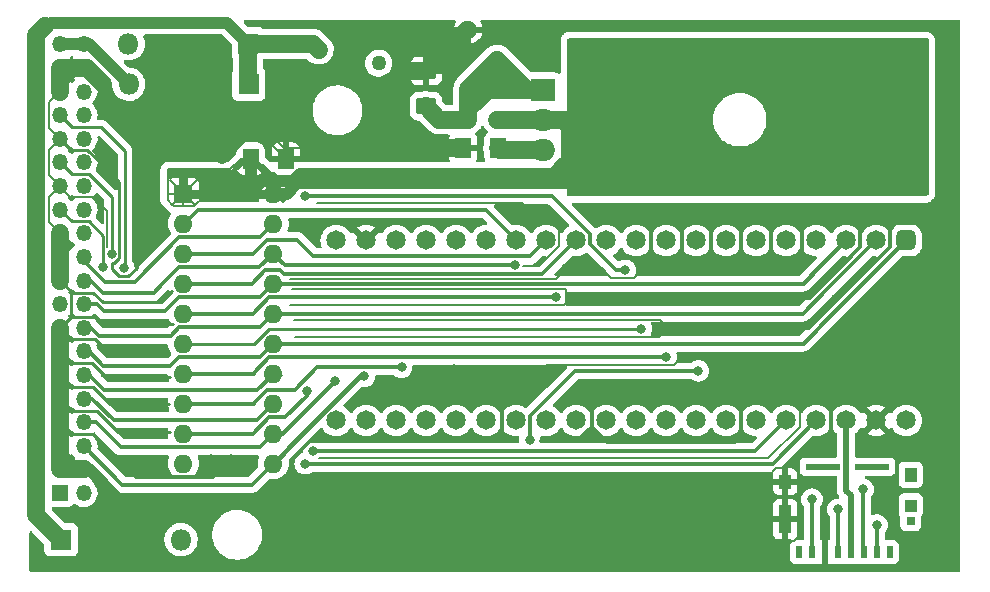
<source format=gbr>
%TF.GenerationSoftware,KiCad,Pcbnew,(6.0.2)*%
%TF.CreationDate,2022-04-05T12:49:12-06:00*%
%TF.ProjectId,PowerBook_F4_THTV1,506f7765-7242-46f6-9f6b-5f46345f5448,rev?*%
%TF.SameCoordinates,Original*%
%TF.FileFunction,Copper,L1,Top*%
%TF.FilePolarity,Positive*%
%FSLAX46Y46*%
G04 Gerber Fmt 4.6, Leading zero omitted, Abs format (unit mm)*
G04 Created by KiCad (PCBNEW (6.0.2)) date 2022-04-05 12:49:12*
%MOMM*%
%LPD*%
G01*
G04 APERTURE LIST*
G04 Aperture macros list*
%AMRoundRect*
0 Rectangle with rounded corners*
0 $1 Rounding radius*
0 $2 $3 $4 $5 $6 $7 $8 $9 X,Y pos of 4 corners*
0 Add a 4 corners polygon primitive as box body*
4,1,4,$2,$3,$4,$5,$6,$7,$8,$9,$2,$3,0*
0 Add four circle primitives for the rounded corners*
1,1,$1+$1,$2,$3*
1,1,$1+$1,$4,$5*
1,1,$1+$1,$6,$7*
1,1,$1+$1,$8,$9*
0 Add four rect primitives between the rounded corners*
20,1,$1+$1,$2,$3,$4,$5,0*
20,1,$1+$1,$4,$5,$6,$7,0*
20,1,$1+$1,$6,$7,$8,$9,0*
20,1,$1+$1,$8,$9,$2,$3,0*%
G04 Aperture macros list end*
%TA.AperFunction,ComponentPad*%
%ADD10R,1.350000X1.350000*%
%TD*%
%TA.AperFunction,ComponentPad*%
%ADD11O,1.350000X1.350000*%
%TD*%
%TA.AperFunction,SMDPad,CuDef*%
%ADD12R,2.910000X0.550000*%
%TD*%
%TA.AperFunction,SMDPad,CuDef*%
%ADD13R,0.500000X1.000000*%
%TD*%
%TA.AperFunction,SMDPad,CuDef*%
%ADD14R,0.720000X0.780000*%
%TD*%
%TA.AperFunction,SMDPad,CuDef*%
%ADD15R,1.050000X1.200000*%
%TD*%
%TA.AperFunction,SMDPad,CuDef*%
%ADD16R,1.050000X2.390000*%
%TD*%
%TA.AperFunction,SMDPad,CuDef*%
%ADD17R,1.050000X1.080000*%
%TD*%
%TA.AperFunction,SMDPad,CuDef*%
%ADD18RoundRect,0.250001X0.462499X0.624999X-0.462499X0.624999X-0.462499X-0.624999X0.462499X-0.624999X0*%
%TD*%
%TA.AperFunction,SMDPad,CuDef*%
%ADD19RoundRect,0.250001X0.624999X-0.462499X0.624999X0.462499X-0.624999X0.462499X-0.624999X-0.462499X0*%
%TD*%
%TA.AperFunction,SMDPad,CuDef*%
%ADD20RoundRect,0.250001X-0.462499X-0.624999X0.462499X-0.624999X0.462499X0.624999X-0.462499X0.624999X0*%
%TD*%
%TA.AperFunction,ComponentPad*%
%ADD21R,1.800000X1.800000*%
%TD*%
%TA.AperFunction,ComponentPad*%
%ADD22O,1.800000X1.800000*%
%TD*%
%TA.AperFunction,ComponentPad*%
%ADD23C,1.400000*%
%TD*%
%TA.AperFunction,ComponentPad*%
%ADD24O,1.400000X1.400000*%
%TD*%
%TA.AperFunction,ComponentPad*%
%ADD25R,2.000000X1.905000*%
%TD*%
%TA.AperFunction,ComponentPad*%
%ADD26O,2.000000X1.905000*%
%TD*%
%TA.AperFunction,ComponentPad*%
%ADD27R,1.600000X1.600000*%
%TD*%
%TA.AperFunction,ComponentPad*%
%ADD28O,1.600000X1.600000*%
%TD*%
%TA.AperFunction,ComponentPad*%
%ADD29C,1.270000*%
%TD*%
%TA.AperFunction,ComponentPad*%
%ADD30RoundRect,0.412500X-0.412500X0.412500X-0.412500X-0.412500X0.412500X-0.412500X0.412500X0.412500X0*%
%TD*%
%TA.AperFunction,ComponentPad*%
%ADD31C,1.650000*%
%TD*%
%TA.AperFunction,ViaPad*%
%ADD32C,0.800000*%
%TD*%
%TA.AperFunction,Conductor*%
%ADD33C,1.000000*%
%TD*%
%TA.AperFunction,Conductor*%
%ADD34C,0.200000*%
%TD*%
%TA.AperFunction,Conductor*%
%ADD35C,1.500000*%
%TD*%
%TA.AperFunction,Conductor*%
%ADD36C,0.330000*%
%TD*%
%TA.AperFunction,Conductor*%
%ADD37C,0.220000*%
%TD*%
%TA.AperFunction,Conductor*%
%ADD38C,0.130000*%
%TD*%
%TA.AperFunction,Conductor*%
%ADD39C,0.250000*%
%TD*%
%TA.AperFunction,Conductor*%
%ADD40C,0.500000*%
%TD*%
%TA.AperFunction,Conductor*%
%ADD41C,0.750000*%
%TD*%
G04 APERTURE END LIST*
D10*
%TO.P,J2,1*%
%TO.N,Net-(D2-Pad2)*%
X68234560Y-100763400D03*
D11*
%TO.P,J2,2*%
X70234560Y-100763400D03*
%TO.P,J2,3*%
%TO.N,GND*%
X68234560Y-98763400D03*
%TO.P,J2,4*%
X70234560Y-98763400D03*
%TO.P,J2,5*%
X68234560Y-96763400D03*
%TO.P,J2,6*%
%TO.N,DB0*%
X70234560Y-96763400D03*
%TO.P,J2,7*%
%TO.N,GND*%
X68234560Y-94763400D03*
%TO.P,J2,8*%
%TO.N,DB1*%
X70234560Y-94763400D03*
%TO.P,J2,9*%
%TO.N,GND*%
X68234560Y-92763400D03*
%TO.P,J2,10*%
%TO.N,DB2*%
X70234560Y-92763400D03*
%TO.P,J2,11*%
%TO.N,GND*%
X68234560Y-90763400D03*
%TO.P,J2,12*%
%TO.N,DB3*%
X70234560Y-90763400D03*
%TO.P,J2,13*%
%TO.N,GND*%
X68234560Y-88763400D03*
%TO.P,J2,14*%
%TO.N,DB4*%
X70234560Y-88763400D03*
%TO.P,J2,15*%
%TO.N,GND*%
X68234560Y-86763400D03*
%TO.P,J2,16*%
%TO.N,DB5*%
X70234560Y-86763400D03*
%TO.P,J2,18*%
%TO.N,DB6*%
X70234560Y-84763400D03*
%TO.P,J2,19*%
%TO.N,GND*%
X68234560Y-82763400D03*
%TO.P,J2,20*%
%TO.N,DB7*%
X70234560Y-82763400D03*
%TO.P,J2,21*%
%TO.N,GND*%
X68234560Y-80763400D03*
%TO.P,J2,22*%
%TO.N,DBParity*%
X70234560Y-80763400D03*
%TO.P,J2,23*%
%TO.N,GND*%
X68234560Y-78763400D03*
%TO.P,J2,24*%
%TO.N,Net-(D1-Pad2)*%
X70234560Y-78763400D03*
%TO.P,J2,25*%
%TO.N,ATN*%
X68234560Y-76763400D03*
%TO.P,J2,26*%
%TO.N,BSY*%
X70234560Y-76763400D03*
%TO.P,J2,27*%
%TO.N,GND*%
X68234560Y-74763400D03*
%TO.P,J2,28*%
%TO.N,ACK*%
X70234560Y-74763400D03*
%TO.P,J2,29*%
%TO.N,RST*%
X68234560Y-72763400D03*
%TO.P,J2,30*%
%TO.N,MSG*%
X70234560Y-72763400D03*
%TO.P,J2,31*%
%TO.N,GND*%
X68234560Y-70763400D03*
%TO.P,J2,32*%
%TO.N,SEL*%
X70234560Y-70763400D03*
%TO.P,J2,33*%
%TO.N,I_O*%
X68234560Y-68763400D03*
%TO.P,J2,34*%
%TO.N,C_D*%
X70234560Y-68763400D03*
%TO.P,J2,35*%
%TO.N,GND*%
X68234560Y-66763400D03*
%TO.P,J2,36*%
%TO.N,REQ*%
X70234560Y-66763400D03*
%TO.P,J2,37*%
%TO.N,GND*%
X68234560Y-64763400D03*
%TO.P,J2,38*%
X70234560Y-64763400D03*
%TO.P,J2,39*%
%TO.N,Net-(D3-Pad2)*%
X68234560Y-62763400D03*
%TO.P,J2,40*%
X70234560Y-62763400D03*
%TO.P,J2,NC*%
%TO.N,N/C*%
X68234560Y-84763400D03*
%TD*%
D12*
%TO.P,SD1,*%
%TO.N,*%
X132818680Y-98539520D03*
X137008680Y-98539520D03*
D13*
%TO.P,SD1,1*%
%TO.N,Net-(SD1-Pad1)*%
X138513680Y-105774520D03*
%TO.P,SD1,2*%
%TO.N,SD_CD*%
X137413680Y-105774520D03*
%TO.P,SD1,3*%
%TO.N,MOSI*%
X136313680Y-105774520D03*
%TO.P,SD1,4*%
%TO.N,3v3*%
X135213680Y-105774520D03*
%TO.P,SD1,5*%
%TO.N,SD_CLK*%
X134113680Y-105774520D03*
%TO.P,SD1,6*%
%TO.N,GND*%
X133013680Y-105774520D03*
%TO.P,SD1,7*%
%TO.N,MISO*%
X131913680Y-105774520D03*
%TO.P,SD1,8*%
%TO.N,Net-(SD1-Pad8)*%
X130813680Y-105774520D03*
D14*
%TO.P,SD1,9*%
%TO.N,Net-(SD1-Pad9)*%
X140273680Y-103094520D03*
D15*
%TO.P,SD1,10*%
%TO.N,GND*%
X129638680Y-99784520D03*
D16*
%TO.P,SD1,11*%
X129638680Y-102969520D03*
D15*
%TO.P,SD1,12*%
%TO.N,Net-(SD1-Pad12)*%
X140283680Y-99214520D03*
D17*
%TO.P,SD1,13*%
%TO.N,Net-(SD1-Pad13)*%
X140273680Y-101824520D03*
%TD*%
D18*
%TO.P,C1,1*%
%TO.N,+5V*%
X105340054Y-71538633D03*
%TO.P,C1,2*%
%TO.N,GND*%
X102365054Y-71538633D03*
%TD*%
D19*
%TO.P,C2,1*%
%TO.N,Net-(C2-Pad1)*%
X99233895Y-67997873D03*
%TO.P,C2,2*%
%TO.N,GND*%
X99233895Y-65022873D03*
%TD*%
D20*
%TO.P,C3,1*%
%TO.N,VBUS*%
X84400060Y-72450960D03*
%TO.P,C3,2*%
%TO.N,GND*%
X87375060Y-72450960D03*
%TD*%
D21*
%TO.P,D2,1*%
%TO.N,Net-(D1-Pad1)*%
X68336160Y-104701340D03*
D22*
%TO.P,D2,2*%
%TO.N,Net-(D2-Pad2)*%
X78496160Y-104701340D03*
%TD*%
D21*
%TO.P,D3,1*%
%TO.N,Net-(D1-Pad1)*%
X84218780Y-66144140D03*
D22*
%TO.P,D3,2*%
%TO.N,Net-(D3-Pad2)*%
X74058780Y-66144140D03*
%TD*%
D23*
%TO.P,R1,1*%
%TO.N,Net-(C2-Pad1)*%
X102802594Y-69135792D03*
D24*
%TO.P,R1,2*%
%TO.N,GND*%
X102802594Y-61515792D03*
%TD*%
D23*
%TO.P,R2,1*%
%TO.N,VBUS*%
X105261315Y-69135793D03*
D24*
%TO.P,R2,2*%
%TO.N,Net-(C2-Pad1)*%
X105261315Y-64055793D03*
%TD*%
D25*
%TO.P,U1,1*%
%TO.N,Net-(C2-Pad1)*%
X109134815Y-66608493D03*
D26*
%TO.P,U1,2*%
%TO.N,VBUS*%
X109134815Y-69148493D03*
%TO.P,U1,3*%
%TO.N,+5V*%
X109134815Y-71688493D03*
%TD*%
D27*
%TO.P,U2,1*%
%TO.N,VBUS*%
X78689200Y-75402440D03*
D28*
%TO.P,U2,2*%
%TO.N,REQ*%
X78689200Y-77942440D03*
%TO.P,U2,3*%
%TO.N,C_D*%
X78689200Y-80482440D03*
%TO.P,U2,4*%
%TO.N,SEL*%
X78689200Y-83022440D03*
%TO.P,U2,5*%
%TO.N,MSG*%
X78689200Y-85562440D03*
%TO.P,U2,6*%
%TO.N,ACK*%
X78689200Y-88102440D03*
%TO.P,U2,7*%
%TO.N,BSY*%
X78689200Y-90642440D03*
%TO.P,U2,8*%
%TO.N,I_O*%
X78689200Y-93182440D03*
%TO.P,U2,9*%
%TO.N,RST*%
X78689200Y-95722440D03*
%TO.P,U2,10*%
%TO.N,ATN*%
X78689200Y-98262440D03*
%TO.P,U2,11*%
%TO.N,DB0*%
X86309200Y-98262440D03*
%TO.P,U2,12*%
%TO.N,DB1*%
X86309200Y-95722440D03*
%TO.P,U2,13*%
%TO.N,DB2*%
X86309200Y-93182440D03*
%TO.P,U2,14*%
%TO.N,DB3*%
X86309200Y-90642440D03*
%TO.P,U2,15*%
%TO.N,DB4*%
X86309200Y-88102440D03*
%TO.P,U2,16*%
%TO.N,DB5*%
X86309200Y-85562440D03*
%TO.P,U2,17*%
%TO.N,DB6*%
X86309200Y-83022440D03*
%TO.P,U2,18*%
%TO.N,DB7*%
X86309200Y-80482440D03*
%TO.P,U2,19*%
%TO.N,DBParity*%
X86309200Y-77942440D03*
%TO.P,U2,20*%
%TO.N,VBUS*%
X86309200Y-75402440D03*
%TD*%
D21*
%TO.P,D1,1*%
%TO.N,Net-(D1-Pad1)*%
X84188300Y-62717680D03*
D22*
%TO.P,D1,2*%
%TO.N,Net-(D1-Pad2)*%
X74028300Y-62717680D03*
%TD*%
D29*
%TO.P,F1,1*%
%TO.N,Net-(D1-Pad1)*%
X90152221Y-63210440D03*
%TO.P,F1,2*%
%TO.N,+5V*%
X95232221Y-64353440D03*
%TD*%
D30*
%TO.P,BPF4,1*%
%TO.N,DB4*%
X139890500Y-79372460D03*
D31*
%TO.P,BPF4,2*%
%TO.N,DB5*%
X137350500Y-79372460D03*
%TO.P,BPF4,3*%
%TO.N,DB6*%
X134810500Y-79372460D03*
%TO.P,BPF4,4*%
%TO.N,DB7*%
X132270500Y-79372460D03*
%TO.P,BPF4,5*%
%TO.N,ATN*%
X129730500Y-79372460D03*
%TO.P,BPF4,6*%
%TO.N,BSY*%
X127190500Y-79372460D03*
%TO.P,BPF4,7*%
%TO.N,ACK*%
X124650500Y-79372460D03*
%TO.P,BPF4,8*%
%TO.N,Net-(BPF4-Pad8)*%
X122110500Y-79372460D03*
%TO.P,BPF4,9*%
%TO.N,Net-(BPF4-Pad9)*%
X119570500Y-79372460D03*
%TO.P,BPF4,10*%
%TO.N,RST*%
X117030500Y-79372460D03*
%TO.P,BPF4,11*%
%TO.N,MSG*%
X114490500Y-79372460D03*
%TO.P,BPF4,12*%
%TO.N,SEL*%
X111950500Y-79372460D03*
%TO.P,BPF4,13*%
%TO.N,C_D*%
X109410500Y-79372460D03*
%TO.P,BPF4,14*%
%TO.N,REQ*%
X106870500Y-79372460D03*
%TO.P,BPF4,15*%
%TO.N,I_O*%
X104330500Y-79372460D03*
%TO.P,BPF4,16*%
%TO.N,DB0*%
X101790500Y-79372460D03*
%TO.P,BPF4,17*%
%TO.N,DB1*%
X99250500Y-79372460D03*
%TO.P,BPF4,18*%
%TO.N,+5V*%
X96710500Y-79372460D03*
%TO.P,BPF4,19*%
%TO.N,GND*%
X94170500Y-79372460D03*
%TO.P,BPF4,20*%
%TO.N,Net-(BPF4-Pad20)*%
X91630500Y-79372460D03*
%TO.P,BPF4,21*%
%TO.N,Net-(BPF4-Pad21)*%
X91630500Y-94612460D03*
%TO.P,BPF4,22*%
%TO.N,Net-(BPF4-Pad22)*%
X94170500Y-94612460D03*
%TO.P,BPF4,23*%
%TO.N,Net-(BPF4-Pad23)*%
X96710500Y-94612460D03*
%TO.P,BPF4,24*%
%TO.N,Net-(BPF4-Pad24)*%
X99250500Y-94612460D03*
%TO.P,BPF4,25*%
%TO.N,Net-(BPF4-Pad25)*%
X101790500Y-94612460D03*
%TO.P,BPF4,26*%
%TO.N,Net-(BPF4-Pad26)*%
X104330500Y-94612460D03*
%TO.P,BPF4,27*%
%TO.N,Net-(BPF4-Pad27)*%
X106870500Y-94612460D03*
%TO.P,BPF4,28*%
%TO.N,Net-(BPF4-Pad28)*%
X109410500Y-94612460D03*
%TO.P,BPF4,29*%
%TO.N,Net-(BPF4-Pad29)*%
X111950500Y-94612460D03*
%TO.P,BPF4,30*%
%TO.N,SD_CD*%
X114490500Y-94612460D03*
%TO.P,BPF4,31*%
%TO.N,SD_CLK*%
X117030500Y-94612460D03*
%TO.P,BPF4,32*%
%TO.N,MISO*%
X119570500Y-94612460D03*
%TO.P,BPF4,33*%
%TO.N,MOSI*%
X122110500Y-94612460D03*
%TO.P,BPF4,34*%
%TO.N,DBParity*%
X124650500Y-94612460D03*
%TO.P,BPF4,35*%
%TO.N,Net-(BPF4-Pad35)*%
X127190500Y-94612460D03*
%TO.P,BPF4,36*%
%TO.N,DB3*%
X129730500Y-94612460D03*
%TO.P,BPF4,37*%
%TO.N,DB2*%
X132270500Y-94612460D03*
%TO.P,BPF4,38*%
%TO.N,3v3*%
X134810500Y-94612460D03*
%TO.P,BPF4,39*%
%TO.N,GND*%
X137350500Y-94612460D03*
%TO.P,BPF4,40*%
%TO.N,Net-(BPF4-Pad40)*%
X139890500Y-94612460D03*
%TD*%
D32*
%TO.N,GND*%
X71585221Y-65783059D03*
X75430380Y-98760280D03*
X79468980Y-101754940D03*
X115851940Y-92356940D03*
X83779360Y-69321680D03*
X108310680Y-77104240D03*
X76182440Y-71833520D03*
X73482200Y-98206560D03*
X128262380Y-106136440D03*
X108206540Y-91114880D03*
X80139760Y-71833520D03*
X81069180Y-97868740D03*
X113250980Y-92316300D03*
X84998560Y-69321680D03*
X77114400Y-77167740D03*
X119575580Y-81467960D03*
X82743040Y-97891600D03*
X101572060Y-90266520D03*
X78189040Y-71833520D03*
X73256140Y-101808280D03*
X111112300Y-81714340D03*
%TO.N,VBUS*%
X123576080Y-73101200D03*
X127414020Y-65519300D03*
X122501660Y-69232780D03*
X127398780Y-73088500D03*
X123606560Y-65493900D03*
%TO.N,DB7*%
X106795570Y-81464150D03*
%TO.N,ATN*%
X122298460Y-90406220D03*
X108026200Y-96245680D03*
X71899780Y-81605120D03*
%TO.N,BSY*%
X119575799Y-89232521D03*
%TO.N,ACK*%
X117447060Y-86829900D03*
%TO.N,RST*%
X72605900Y-80505300D03*
X89123520Y-92148660D03*
%TO.N,MSG*%
X110271779Y-84152521D03*
%TO.N,I_O*%
X73652380Y-81706720D03*
X97157540Y-90124280D03*
%TO.N,DB0*%
X94011750Y-90887550D03*
%TO.N,DB1*%
X91516200Y-91229180D03*
%TO.N,SD_CD*%
X137419080Y-103459280D03*
%TO.N,SD_CLK*%
X134106920Y-102135940D03*
%TO.N,MISO*%
X131909820Y-101279960D03*
%TO.N,MOSI*%
X136240520Y-100449380D03*
%TO.N,DBParity*%
X116103400Y-81907380D03*
X88976200Y-75636120D03*
%TO.N,DB2*%
X89006680Y-98275140D03*
%TO.N,DB3*%
X89700100Y-97226120D03*
%TD*%
D33*
%TO.N,GND*%
X84998560Y-69321680D02*
X83779360Y-69321680D01*
D34*
X82743040Y-97891600D02*
X82839560Y-97795080D01*
D35*
X71585221Y-65783059D02*
X71894700Y-66092538D01*
D34*
X129994660Y-98447860D02*
X130233420Y-98447860D01*
D36*
X125930660Y-95867220D02*
X125930660Y-93809820D01*
D37*
X71889620Y-84602320D02*
X76768960Y-84602320D01*
D36*
X82743040Y-97891600D02*
X81092040Y-97891600D01*
D37*
X70553363Y-71698401D02*
X72013061Y-73158099D01*
D34*
X129638680Y-99784520D02*
X130830940Y-99784520D01*
X133540500Y-93400880D02*
X132717540Y-92577920D01*
X102881334Y-61437052D02*
X102802594Y-61515792D01*
D35*
X68234560Y-82763400D02*
X68234560Y-78763400D01*
D33*
X70234560Y-98763400D02*
X70678620Y-98763400D01*
D37*
X68234560Y-88763400D02*
X69219561Y-89748401D01*
D38*
X69124561Y-75653401D02*
X71035681Y-75653401D01*
D36*
X81207199Y-99427441D02*
X74703081Y-99427441D01*
D34*
X67309559Y-73838399D02*
X69124561Y-75653401D01*
X129910840Y-104841040D02*
X130378200Y-104841040D01*
D36*
X141970760Y-79628040D02*
X141970760Y-78059280D01*
D37*
X71266579Y-85828399D02*
X71866760Y-86428580D01*
D34*
X109495494Y-61437052D02*
X102881334Y-61437052D01*
D35*
X68234560Y-97717994D02*
X69279966Y-98763400D01*
D38*
X110450501Y-79871661D02*
X108826262Y-81495900D01*
D33*
X81929542Y-72410320D02*
X83779360Y-70560502D01*
D34*
X72013061Y-72032879D02*
X72471280Y-71574660D01*
D38*
X110217479Y-82609161D02*
X109241594Y-82609161D01*
D35*
X96046195Y-66598333D02*
X96046195Y-71076353D01*
D36*
X105537000Y-96387920D02*
X91064080Y-96387920D01*
D34*
X84998560Y-70074460D02*
X87375060Y-72450960D01*
D36*
X132718160Y-99784520D02*
X130830940Y-99784520D01*
D34*
X67309559Y-75688401D02*
X67309559Y-77838399D01*
X111587280Y-84206080D02*
X111094520Y-84698840D01*
X108310680Y-77104240D02*
X107373420Y-76166980D01*
D35*
X102740976Y-61515792D02*
X99233895Y-65022873D01*
D36*
X122659140Y-81467960D02*
X123385580Y-80741520D01*
D38*
X71035681Y-75653401D02*
X72220909Y-76838629D01*
D36*
X113250980Y-95134142D02*
X114558098Y-96441260D01*
X135999220Y-77701140D02*
X138206480Y-77701140D01*
D34*
X119000039Y-87529901D02*
X88154741Y-87529901D01*
D38*
X117879502Y-81467960D02*
X119575580Y-81467960D01*
D34*
X129638680Y-104568880D02*
X129910840Y-104841040D01*
D36*
X136000501Y-79943661D02*
X131738082Y-84206080D01*
D34*
X108206540Y-91114880D02*
X109380210Y-89941210D01*
D36*
X140878560Y-107157520D02*
X142006320Y-106029760D01*
D34*
X67309559Y-69838399D02*
X68829420Y-71358260D01*
D37*
X71866760Y-86428580D02*
X77790040Y-86428580D01*
D36*
X131041140Y-77947520D02*
X131599940Y-77947520D01*
D37*
X69169561Y-83698401D02*
X69141320Y-83670160D01*
D36*
X87805260Y-97988758D02*
X87805260Y-98264980D01*
X118645940Y-82036920D02*
X118303040Y-81694020D01*
D34*
X129802890Y-98639630D02*
X128900953Y-98639630D01*
D37*
X72800382Y-81287620D02*
X72666860Y-81287620D01*
D34*
X119705120Y-86824820D02*
X119010199Y-86129899D01*
D38*
X111112300Y-81714340D02*
X110217479Y-82609161D01*
D36*
X125966220Y-80726280D02*
X126509780Y-81269840D01*
D35*
X68234560Y-96763400D02*
X68234560Y-97717994D01*
D36*
X120390920Y-82036920D02*
X118645940Y-82036920D01*
D33*
X102740976Y-61515791D02*
X99233894Y-65022873D01*
D36*
X142110460Y-79767740D02*
X141970760Y-79628040D01*
D37*
X69169561Y-71698401D02*
X70553363Y-71698401D01*
D38*
X111094520Y-84698840D02*
X111094520Y-83527900D01*
D37*
X68829420Y-71358260D02*
X69169561Y-71698401D01*
D34*
X96508475Y-71538633D02*
X87215513Y-71538633D01*
D37*
X69219561Y-87748401D02*
X71196556Y-87748401D01*
D34*
X109380210Y-89941210D02*
X120248870Y-89941210D01*
D37*
X69141320Y-83670160D02*
X69249559Y-83778399D01*
D36*
X135999220Y-77701140D02*
X135999220Y-78799978D01*
X131678974Y-86824820D02*
X119705120Y-86824820D01*
D35*
X69279966Y-64763400D02*
X68234560Y-65808806D01*
D36*
X131846320Y-77701140D02*
X135999220Y-77701140D01*
X138540501Y-78035161D02*
X138540501Y-79963293D01*
X131738082Y-84206080D02*
X111587280Y-84206080D01*
X105680499Y-96244421D02*
X105537000Y-96387920D01*
X133479540Y-95818960D02*
X133098540Y-96199960D01*
D37*
X71333755Y-93778399D02*
X73178736Y-95623380D01*
X72666860Y-81810860D02*
X72666860Y-81287620D01*
D35*
X99233895Y-65022873D02*
X97621655Y-65022873D01*
D36*
X128452880Y-77985620D02*
X129026920Y-77411580D01*
D34*
X129618740Y-92920820D02*
X130627120Y-92920820D01*
X119010199Y-86129899D02*
X88070921Y-86129899D01*
D36*
X107358180Y-90266520D02*
X108206540Y-91114880D01*
D37*
X74744580Y-81665322D02*
X74744580Y-81473040D01*
D34*
X130233420Y-98447860D02*
X130807460Y-99021900D01*
D36*
X134035800Y-92930980D02*
X133540500Y-93426280D01*
D35*
X68234560Y-96763400D02*
X68234560Y-98763400D01*
D34*
X67309559Y-71688401D02*
X67309559Y-73838399D01*
D36*
X101572060Y-90266520D02*
X107358180Y-90266520D01*
D37*
X68234560Y-80763400D02*
X69219561Y-79778399D01*
D36*
X82743040Y-97891600D02*
X81207199Y-99427441D01*
X129026920Y-77411580D02*
X130505200Y-77411580D01*
D34*
X130378200Y-104841040D02*
X130553460Y-104665780D01*
D36*
X127815340Y-81269840D02*
X128452880Y-80632300D01*
D37*
X69219561Y-91748401D02*
X70997937Y-91748401D01*
D34*
X129275840Y-92577920D02*
X129618740Y-92920820D01*
D36*
X125356620Y-96441260D02*
X125930660Y-95867220D01*
D35*
X68234560Y-96763400D02*
X68234560Y-86763400D01*
D34*
X72013061Y-73158099D02*
X72013061Y-72032879D01*
D33*
X73256140Y-101340920D02*
X73256140Y-101808280D01*
D37*
X76768960Y-84602320D02*
X77744320Y-83626960D01*
D36*
X135999220Y-78799978D02*
X136000501Y-78801259D01*
D38*
X108826262Y-81495900D02*
X107410571Y-81495900D01*
D35*
X68234560Y-65808806D02*
X68234560Y-66763400D01*
D34*
X130807460Y-99021900D02*
X130807460Y-99291140D01*
D35*
X96508475Y-71538633D02*
X96046195Y-71076353D01*
D36*
X123385580Y-80741520D02*
X123385580Y-78211680D01*
D35*
X68234560Y-66763400D02*
X68234560Y-64763400D01*
D37*
X68234560Y-82763400D02*
X69141320Y-83670160D01*
D38*
X111094520Y-83527900D02*
X111086900Y-83520280D01*
D35*
X102802594Y-61515792D02*
X102740976Y-61515792D01*
D36*
X81092040Y-97891600D02*
X81069180Y-97868740D01*
D37*
X73178736Y-95623380D02*
X77579199Y-95623380D01*
X68234560Y-90763400D02*
X69219561Y-91748401D01*
X73993181Y-82416721D02*
X74744580Y-81665322D01*
D36*
X113250980Y-95134142D02*
X112042922Y-96342200D01*
D37*
X69219561Y-95748401D02*
X71024041Y-95748401D01*
D36*
X91064080Y-96387920D02*
X89406098Y-96387920D01*
X113250980Y-92316300D02*
X113250980Y-95134142D01*
D37*
X72114476Y-90891360D02*
X77525880Y-90891360D01*
X71065699Y-83778399D02*
X71889620Y-84602320D01*
D38*
X111094520Y-84698840D02*
X111094520Y-84597240D01*
D36*
X138206480Y-77701140D02*
X138540501Y-78035161D01*
D34*
X68234560Y-74763400D02*
X67309559Y-75688401D01*
D37*
X73272721Y-82416721D02*
X72666860Y-81810860D01*
D36*
X142006320Y-106029760D02*
X142006320Y-96720620D01*
D35*
X70234560Y-64763400D02*
X69279966Y-64763400D01*
D38*
X114920081Y-82522381D02*
X116825081Y-82522381D01*
D34*
X129638680Y-102969520D02*
X129638680Y-104568880D01*
D36*
X108206540Y-91114880D02*
X105680499Y-93640921D01*
D37*
X73993181Y-82416721D02*
X73272721Y-82416721D01*
D35*
X70234560Y-64763400D02*
X68234560Y-64763400D01*
D37*
X71024041Y-95748401D02*
X73482200Y-98206560D01*
D34*
X68234560Y-66763400D02*
X67309559Y-67688401D01*
X130855501Y-93149201D02*
X130855501Y-95152461D01*
D33*
X109495495Y-61437052D02*
X109433876Y-61437051D01*
D36*
X133540500Y-95818960D02*
X133479540Y-95818960D01*
X126509780Y-81269840D02*
X127815340Y-81269840D01*
D34*
X120248870Y-89941210D02*
X120738900Y-89451180D01*
D36*
X123878340Y-77718920D02*
X125382020Y-77718920D01*
D34*
X129638680Y-98803840D02*
X129802890Y-98639630D01*
D36*
X133013680Y-105774520D02*
X133013680Y-106853760D01*
D34*
X68234560Y-70763400D02*
X67309559Y-71688401D01*
D36*
X129638680Y-102969520D02*
X129638680Y-107007280D01*
D35*
X70234560Y-98763400D02*
X68234560Y-98763400D01*
X102365054Y-71538633D02*
X96508475Y-71538633D01*
D36*
X133013680Y-105774520D02*
X133013680Y-100080040D01*
D35*
X97621655Y-65022873D02*
X96046195Y-66598333D01*
D38*
X111086900Y-83520280D02*
X87866220Y-83520280D01*
D36*
X128452880Y-80632300D02*
X128452880Y-77985620D01*
D37*
X72452296Y-93202760D02*
X77459840Y-93202760D01*
D36*
X137349520Y-94603820D02*
X135676680Y-92930980D01*
D34*
X130627120Y-92920820D02*
X130855501Y-93149201D01*
D36*
X129638680Y-99352480D02*
X129638680Y-99784520D01*
D37*
X69249559Y-83778399D02*
X71065699Y-83778399D01*
D34*
X111094520Y-84698840D02*
X110919260Y-84874100D01*
D36*
X89406098Y-96387920D02*
X87805260Y-97988758D01*
X142110460Y-91295220D02*
X142110460Y-79767740D01*
D34*
X132717540Y-92577920D02*
X129275840Y-92577920D01*
D38*
X111112300Y-81714340D02*
X114112040Y-81714340D01*
D35*
X70565562Y-64763400D02*
X71585221Y-65783059D01*
X70234560Y-64763400D02*
X70565562Y-64763400D01*
D36*
X123385580Y-78211680D02*
X123878340Y-77718920D01*
D39*
X142837440Y-62489620D02*
X141863612Y-61515792D01*
D34*
X129638680Y-99784520D02*
X129638680Y-98803840D01*
D37*
X69169561Y-85828399D02*
X69169561Y-83698401D01*
D36*
X133013680Y-100080040D02*
X132718160Y-99784520D01*
D34*
X84998560Y-69321680D02*
X84998560Y-70074460D01*
D38*
X72220909Y-76838629D02*
X72220909Y-78832314D01*
D36*
X125382020Y-77718920D02*
X125943360Y-78280260D01*
D38*
X114112040Y-81714340D02*
X114920081Y-82522381D01*
D36*
X119575580Y-81467960D02*
X122659140Y-81467960D01*
X105680499Y-93640921D02*
X105680499Y-96244421D01*
D34*
X110919260Y-84874100D02*
X87688420Y-84874100D01*
D38*
X72220909Y-78832314D02*
X72220909Y-79943960D01*
D36*
X141970760Y-78059280D02*
X141135100Y-77223620D01*
X136000501Y-78801259D02*
X136000501Y-79943661D01*
X130505200Y-77411580D02*
X131041140Y-77947520D01*
D39*
X142837440Y-91655900D02*
X142837440Y-62489620D01*
D34*
X67309559Y-67688401D02*
X67309559Y-69838399D01*
D36*
X133540500Y-93426280D02*
X133540500Y-95818960D01*
X129638680Y-99784520D02*
X129638680Y-102969520D01*
D38*
X111094520Y-84597240D02*
X111165640Y-84526120D01*
D37*
X72363395Y-88915240D02*
X77444600Y-88915240D01*
D36*
X74159110Y-98883470D02*
X73482200Y-98206560D01*
X133013680Y-106853760D02*
X132709920Y-107157520D01*
X125943360Y-80726280D02*
X125966220Y-80726280D01*
D38*
X68234560Y-74763400D02*
X69124561Y-75653401D01*
D37*
X68234560Y-78763400D02*
X69219561Y-79748401D01*
X69249559Y-93778399D02*
X71333755Y-93778399D01*
D38*
X109241594Y-82609161D02*
X87698580Y-82609161D01*
X111165640Y-84526120D02*
X111165640Y-83845400D01*
D36*
X125943360Y-78280260D02*
X125943360Y-80726280D01*
X120870980Y-77470000D02*
X120870980Y-81556860D01*
D34*
X111112300Y-81714340D02*
X113357660Y-81714340D01*
X87215513Y-71538633D02*
X84998560Y-69321680D01*
D36*
X131599940Y-77947520D02*
X131846320Y-77701140D01*
X131041140Y-77947520D02*
X131041140Y-80670400D01*
D34*
X130855501Y-95152461D02*
X128197832Y-97810130D01*
D38*
X108310680Y-77104240D02*
X109644180Y-77104240D01*
D34*
X119705120Y-86824820D02*
X119000039Y-87529901D01*
D36*
X135676680Y-92930980D02*
X134035800Y-92930980D01*
D37*
X68234560Y-70763400D02*
X68829420Y-71358260D01*
X72013061Y-73158099D02*
X73265901Y-74410939D01*
X69219561Y-79748401D02*
X69219561Y-79778399D01*
X68234560Y-86763400D02*
X69169561Y-85828399D01*
D34*
X107373420Y-76166980D02*
X90015060Y-76166980D01*
X109574235Y-61515792D02*
X109495495Y-61437052D01*
D36*
X138540501Y-79963293D02*
X131678974Y-86824820D01*
D37*
X73265901Y-80822101D02*
X72800382Y-81287620D01*
X68234560Y-94763400D02*
X69219561Y-95748401D01*
X68234560Y-92763400D02*
X69249559Y-93778399D01*
D34*
X141863612Y-61515792D02*
X109574235Y-61515792D01*
D33*
X70678620Y-98763400D02*
X73256140Y-101340920D01*
D37*
X70971517Y-89748401D02*
X72114476Y-90891360D01*
D36*
X74703081Y-99427441D02*
X74159110Y-98883470D01*
D38*
X110450501Y-77910561D02*
X110450501Y-79871661D01*
D33*
X83779360Y-70560502D02*
X83779360Y-69321680D01*
D36*
X141135100Y-77223620D02*
X121117360Y-77223620D01*
X120870980Y-81556860D02*
X120390920Y-82036920D01*
D37*
X68234560Y-86763400D02*
X69219561Y-87748401D01*
D35*
X69279966Y-98763400D02*
X70234560Y-98763400D01*
D36*
X114558098Y-96441260D02*
X125356620Y-96441260D01*
D34*
X129802890Y-98639630D02*
X129994660Y-98447860D01*
X128197832Y-97810130D02*
X90174890Y-97810130D01*
D33*
X102365054Y-71538632D02*
X96508475Y-71538633D01*
D36*
X112042922Y-96342200D02*
X108978700Y-96342200D01*
D37*
X71196556Y-87748401D02*
X72363395Y-88915240D01*
D34*
X133540500Y-93426280D02*
X133540500Y-93400880D01*
D37*
X69219561Y-89748401D02*
X70971517Y-89748401D01*
D38*
X109644180Y-77104240D02*
X110450501Y-77910561D01*
D37*
X70997937Y-91748401D02*
X72452296Y-93202760D01*
D34*
X67309559Y-77838399D02*
X68234560Y-78763400D01*
D36*
X121117360Y-77223620D02*
X120870980Y-77470000D01*
X132709920Y-107157520D02*
X140878560Y-107157520D01*
X118303040Y-81694020D02*
X118303040Y-78516480D01*
D37*
X73265901Y-74410939D02*
X73265901Y-80822101D01*
D33*
X82117502Y-72222360D02*
X81929542Y-72410320D01*
D37*
X69169561Y-85828399D02*
X71266579Y-85828399D01*
D38*
X116825081Y-82522381D02*
X117879502Y-81467960D01*
D34*
X128900953Y-98639630D02*
X128145303Y-99395280D01*
D33*
X97621655Y-65022873D02*
X99233894Y-65022873D01*
D34*
%TO.N,VBUS*%
X86309200Y-75402440D02*
X87467440Y-75402440D01*
D33*
X88336301Y-74536119D02*
X111244199Y-74536119D01*
D34*
X77442060Y-75402440D02*
X77350620Y-75311000D01*
D33*
X86309200Y-74315320D02*
X85361780Y-74315320D01*
X86309200Y-75402440D02*
X87469980Y-75402440D01*
X111244199Y-74536119D02*
X111046260Y-74338180D01*
X110205520Y-73842880D02*
X110768130Y-73280270D01*
D34*
X86423500Y-75402440D02*
X87124540Y-76103480D01*
X77350620Y-73395840D02*
X77350620Y-75311000D01*
D33*
X84400060Y-72450960D02*
X84400060Y-74001300D01*
D40*
X84460080Y-72450960D02*
X85524340Y-73515220D01*
D34*
X78689200Y-75387200D02*
X77515720Y-74213720D01*
X87182960Y-74528680D02*
X87182960Y-74493120D01*
X84400060Y-72450960D02*
X83583780Y-72450960D01*
X87467440Y-74777600D02*
X87182960Y-74493120D01*
X82677000Y-73357740D02*
X77388720Y-73357740D01*
D33*
X109134815Y-69148493D02*
X110757167Y-69148493D01*
D34*
X111300260Y-75565000D02*
X111244199Y-75508939D01*
D41*
X78689200Y-75402440D02*
X78689200Y-73992740D01*
D33*
X109134815Y-69148493D02*
X110484453Y-69148493D01*
D34*
X110757167Y-69148493D02*
X110790187Y-69148493D01*
D40*
X84400060Y-72450960D02*
X83977480Y-72450960D01*
D34*
X79638157Y-76392429D02*
X79652471Y-76392429D01*
X86078060Y-73654920D02*
X85445600Y-73022460D01*
D33*
X112128767Y-69148493D02*
X115053913Y-69148493D01*
D35*
X105274015Y-69148493D02*
X105261315Y-69135793D01*
D33*
X110858300Y-72842120D02*
X109979460Y-73720960D01*
D34*
X79652471Y-76392429D02*
X80027780Y-76017120D01*
X85422740Y-74515980D02*
X85321140Y-74414380D01*
X77350620Y-75923140D02*
X77755750Y-76328270D01*
D33*
X111244199Y-74536119D02*
X111244199Y-73756339D01*
D34*
X141704060Y-62382400D02*
X141704060Y-75445620D01*
D35*
X109134815Y-69148493D02*
X105274015Y-69148493D01*
D34*
X77350620Y-75311000D02*
X77350620Y-75923140D01*
D33*
X111206280Y-72842120D02*
X111206280Y-69870320D01*
D34*
X78689200Y-75402440D02*
X77442060Y-75402440D01*
X141704060Y-75445620D02*
X141584680Y-75565000D01*
X78689200Y-75402440D02*
X78681580Y-75402440D01*
X86309200Y-75402440D02*
X85422740Y-74515980D01*
D33*
X110757167Y-69148493D02*
X112128767Y-69148493D01*
X110768130Y-73280270D02*
X111206280Y-72842120D01*
D34*
X87124540Y-76103480D02*
X87467440Y-75760580D01*
X111241840Y-62405260D02*
X111343440Y-62303660D01*
X78681580Y-75402440D02*
X77755750Y-76328270D01*
X87467440Y-75760580D02*
X87467440Y-75402440D01*
D41*
X86309200Y-75402440D02*
X86309200Y-74315320D01*
D33*
X109979460Y-73720960D02*
X88536080Y-73720960D01*
D40*
X84400060Y-72450960D02*
X84460080Y-72450960D01*
D34*
X78689200Y-75394820D02*
X79936340Y-74147680D01*
X78689200Y-76382880D02*
X78625700Y-76446380D01*
X141625320Y-62303660D02*
X141704060Y-62382400D01*
D33*
X85361780Y-74315320D02*
X84980780Y-74696320D01*
D34*
X78689200Y-75402440D02*
X78689200Y-75387200D01*
D35*
X109134815Y-69148493D02*
X112128767Y-69148493D01*
D34*
X86309200Y-75402440D02*
X87182960Y-74528680D01*
X111244199Y-75508939D02*
X111244199Y-74536119D01*
X111241840Y-68696840D02*
X111241840Y-62405260D01*
X78689200Y-75402440D02*
X78689200Y-75394820D01*
X111343440Y-62303660D02*
X141625320Y-62303660D01*
X87467440Y-75402440D02*
X87467440Y-74777600D01*
X78689200Y-75429158D02*
X79652471Y-76392429D01*
X77873860Y-76446380D02*
X78625700Y-76446380D01*
D40*
X83977480Y-72450960D02*
X83162140Y-73266300D01*
D41*
X78689200Y-75402440D02*
X80297020Y-75402440D01*
D34*
X110790187Y-69148493D02*
X111241840Y-68696840D01*
X78689200Y-75402440D02*
X78689200Y-76382880D01*
X77388720Y-73357740D02*
X77350620Y-73395840D01*
D33*
X111244199Y-73756339D02*
X110768130Y-73280270D01*
X88536080Y-73720960D02*
X87941720Y-74315320D01*
D34*
X83583780Y-72450960D02*
X82677000Y-73357740D01*
D41*
X86309200Y-75402440D02*
X84739480Y-75402440D01*
D33*
X87469980Y-75402440D02*
X88336301Y-74536119D01*
D34*
X86309200Y-75402440D02*
X86423500Y-75402440D01*
D33*
X110484453Y-69148493D02*
X111206280Y-69870320D01*
D34*
X85445600Y-73022460D02*
X85196680Y-73022460D01*
D33*
X87941720Y-74315320D02*
X86309200Y-74315320D01*
D34*
X86344760Y-73654920D02*
X86078060Y-73654920D01*
X79584206Y-76446380D02*
X79638157Y-76392429D01*
X78689200Y-75402440D02*
X78689200Y-75429158D01*
X87182960Y-74493120D02*
X86344760Y-73654920D01*
X141584680Y-75565000D02*
X111300260Y-75565000D01*
D33*
X111206280Y-72842120D02*
X110858300Y-72842120D01*
D34*
X78625700Y-76446380D02*
X79584206Y-76446380D01*
X77755750Y-76328270D02*
X77873860Y-76446380D01*
D33*
%TO.N,+5V*%
X108984955Y-71538633D02*
X109134815Y-71688493D01*
D35*
X105489914Y-71688493D02*
X105340054Y-71538633D01*
D33*
X105340055Y-71538633D02*
X108984955Y-71538633D01*
D35*
X109134815Y-71688493D02*
X105489914Y-71688493D01*
D36*
%TO.N,DB4*%
X70658280Y-88763400D02*
X71910169Y-90015289D01*
X85144199Y-89267441D02*
X86309200Y-88102440D01*
D39*
X131225560Y-88027780D02*
X139889520Y-79363820D01*
D36*
X70234560Y-88763400D02*
X70658280Y-88763400D01*
X78339997Y-89267441D02*
X85144199Y-89267441D01*
X139889520Y-79363820D02*
X131150900Y-88102440D01*
X77592149Y-90015289D02*
X78339997Y-89267441D01*
D39*
X131150900Y-88102440D02*
X131225560Y-88027780D01*
D36*
X71910169Y-90015289D02*
X77592149Y-90015289D01*
D39*
X131145820Y-88107520D02*
X131225560Y-88027780D01*
D36*
X131150900Y-88102440D02*
X86309200Y-88102440D01*
%TO.N,DB5*%
X77627709Y-87439729D02*
X78339997Y-86727441D01*
X70234560Y-86763400D02*
X70883320Y-86763400D01*
X131140740Y-85562440D02*
X86309200Y-85562440D01*
X78339997Y-86727441D02*
X85144199Y-86727441D01*
X70883320Y-86763400D02*
X71559649Y-87439729D01*
X85144199Y-86727441D02*
X86309200Y-85562440D01*
X133185651Y-83517529D02*
X131140740Y-85562440D01*
X71559649Y-87439729D02*
X77627709Y-87439729D01*
X137349520Y-79363820D02*
X133195811Y-83517529D01*
X133195811Y-83517529D02*
X133185651Y-83517529D01*
%TO.N,DB6*%
X78339997Y-84187441D02*
X85144199Y-84187441D01*
X70234560Y-84763400D02*
X71364900Y-84763400D01*
X71364900Y-84763400D02*
X71973669Y-85372169D01*
X85144199Y-84187441D02*
X86309200Y-83022440D01*
X71973669Y-85372169D02*
X77155269Y-85372169D01*
X134809520Y-79363820D02*
X131150900Y-83022440D01*
X70234560Y-84763400D02*
X70895000Y-84763400D01*
D39*
X131145820Y-83027520D02*
X131629420Y-82543920D01*
D36*
X77155269Y-85372169D02*
X78339997Y-84187441D01*
D39*
X131629420Y-82543920D02*
X134809520Y-79363820D01*
X131150900Y-83022440D02*
X131629420Y-82543920D01*
D36*
X131150900Y-83022440D02*
X86309200Y-83022440D01*
D39*
%TO.N,DB7*%
X106795570Y-81464150D02*
X106812080Y-81480660D01*
D36*
X86252632Y-80482440D02*
X86309200Y-80482440D01*
X71897240Y-83822540D02*
X76164898Y-83822540D01*
X76164898Y-83822540D02*
X76913969Y-83073469D01*
X70234560Y-82763400D02*
X70838100Y-82763400D01*
X76913969Y-83073469D02*
X78339997Y-81647441D01*
X87290910Y-81464150D02*
X86309200Y-80482440D01*
X106795570Y-81464150D02*
X87290910Y-81464150D01*
X85087631Y-81647441D02*
X86252632Y-80482440D01*
X70838100Y-82763400D02*
X71897240Y-83822540D01*
X78339997Y-81647441D02*
X85087631Y-81647441D01*
D34*
%TO.N,ATN*%
X71899780Y-81605120D02*
X71899780Y-81605120D01*
D36*
X108060501Y-94201257D02*
X111855538Y-90406220D01*
D34*
X71899780Y-81222778D02*
X71899780Y-81605120D01*
D37*
X69219561Y-77748401D02*
X68234560Y-76763400D01*
X71895899Y-81601239D02*
X71895899Y-78966937D01*
X70677363Y-77748401D02*
X69219561Y-77748401D01*
X71895899Y-78966937D02*
X70677363Y-77748401D01*
X71899780Y-81605120D02*
X71895899Y-81601239D01*
D36*
X108026200Y-96245680D02*
X108060501Y-96211379D01*
X111855538Y-90406220D02*
X122298460Y-90406220D01*
X108060501Y-96211379D02*
X108060501Y-94201257D01*
D39*
%TO.N,BSY*%
X119575799Y-89232521D02*
X119575799Y-89232521D01*
D36*
X119540879Y-89267441D02*
X119575799Y-89232521D01*
X84644198Y-90642440D02*
X84644198Y-90583240D01*
X86736341Y-89267441D02*
X119540879Y-89267441D01*
X84644198Y-90583240D02*
X85959997Y-89267441D01*
X85959997Y-89267441D02*
X86736341Y-89267441D01*
X86736341Y-89267441D02*
X86771261Y-89232521D01*
D39*
X86771261Y-89232521D02*
X119575799Y-89232521D01*
D36*
X78689200Y-90642440D02*
X84644198Y-90642440D01*
D39*
%TO.N,ACK*%
X117447060Y-86829900D02*
X117447060Y-86829900D01*
X85916738Y-86829900D02*
X117447060Y-86829900D01*
X84644198Y-88102440D02*
X85916738Y-86829900D01*
X78689200Y-88102440D02*
X84644198Y-88102440D01*
%TO.N,RST*%
X89123520Y-92148660D02*
X89123520Y-92148660D01*
D37*
X72605900Y-80505300D02*
X72605900Y-75676938D01*
D36*
X84584998Y-95722440D02*
X85959997Y-94347441D01*
D37*
X72605900Y-75676938D02*
X70677363Y-73748401D01*
D36*
X85959997Y-94347441D02*
X87308279Y-94347441D01*
D37*
X70677363Y-73748401D02*
X69219561Y-73748401D01*
D36*
X78689200Y-95722440D02*
X84584998Y-95722440D01*
X89123520Y-92532200D02*
X89123520Y-92148660D01*
D37*
X69219561Y-73748401D02*
X68234560Y-72763400D01*
D36*
X87308279Y-94347441D02*
X89123520Y-92532200D01*
D39*
%TO.N,MSG*%
X110271779Y-84152521D02*
X110294639Y-84152521D01*
D36*
X84584998Y-85562440D02*
X85959997Y-84187441D01*
X85959997Y-84187441D02*
X110236859Y-84187441D01*
X78689200Y-85562440D02*
X84584998Y-85562440D01*
X110236859Y-84187441D02*
X110271779Y-84152521D01*
%TO.N,SEL*%
X111949520Y-79363820D02*
X109084189Y-82229151D01*
X84462178Y-83022440D02*
X78689200Y-83022440D01*
X85627179Y-81857439D02*
X84462178Y-83022440D01*
X87240113Y-82229151D02*
X86868401Y-81857439D01*
X109084189Y-82229151D02*
X87240113Y-82229151D01*
X86868401Y-81857439D02*
X85627179Y-81857439D01*
%TO.N,C_D*%
X109409520Y-79363820D02*
X108074191Y-80699149D01*
X89685407Y-80699149D02*
X88303697Y-79317439D01*
X108074191Y-80699149D02*
X89685407Y-80699149D01*
X85749999Y-79317439D02*
X84584998Y-80482440D01*
X88303697Y-79317439D02*
X85749999Y-79317439D01*
X84584998Y-80482440D02*
X78689200Y-80482440D01*
%TO.N,REQ*%
X78745769Y-77942440D02*
X79830770Y-76857439D01*
X79830770Y-76857439D02*
X79845084Y-76857439D01*
X79845084Y-76857439D02*
X79925084Y-76777439D01*
X79925084Y-76777439D02*
X104283139Y-76777439D01*
X78689200Y-77942440D02*
X78745769Y-77942440D01*
X104283139Y-76777439D02*
X106869520Y-79363820D01*
%TO.N,I_O*%
X90017429Y-90122549D02*
X97155809Y-90122549D01*
D37*
X73743820Y-81615280D02*
X73652380Y-81706720D01*
D36*
X85749999Y-92017439D02*
X88122539Y-92017439D01*
X84644198Y-93182440D02*
X84644198Y-93123240D01*
D37*
X73743820Y-71793478D02*
X73743820Y-81615280D01*
X71728741Y-69778399D02*
X73743820Y-71793478D01*
D36*
X88122539Y-92017439D02*
X90017429Y-90122549D01*
X97155809Y-90122549D02*
X97157540Y-90124280D01*
X84644198Y-93123240D02*
X85749999Y-92017439D01*
X78689200Y-93182440D02*
X84644198Y-93182440D01*
D37*
X68234560Y-68763400D02*
X69249559Y-69778399D01*
X69249559Y-69778399D02*
X71728741Y-69778399D01*
D36*
%TO.N,DB0*%
X86309200Y-98262440D02*
X93684090Y-90887550D01*
D39*
X93737028Y-90887550D02*
X94011750Y-90887550D01*
D36*
X93684090Y-90887550D02*
X94011750Y-90887550D01*
X86309200Y-98262440D02*
X84518641Y-100052999D01*
X84518641Y-100052999D02*
X73524159Y-100052999D01*
D39*
X86357058Y-98267520D02*
X93737028Y-90887550D01*
D36*
X73524159Y-100052999D02*
X70234560Y-96763400D01*
%TO.N,DB1*%
X73394981Y-96887441D02*
X85144199Y-96887441D01*
X70234560Y-94763400D02*
X70877240Y-94763400D01*
D39*
X91516200Y-91229180D02*
X87017860Y-95727520D01*
D36*
X91516200Y-91229180D02*
X87022940Y-95722440D01*
X70234560Y-94763400D02*
X71270940Y-94763400D01*
X71270940Y-94763400D02*
X73394981Y-96887441D01*
X86309200Y-95722440D02*
X85144199Y-96887441D01*
X87022940Y-95722440D02*
X86309200Y-95722440D01*
%TO.N,SD_CD*%
X137419080Y-103459280D02*
X137419080Y-105769120D01*
X137419080Y-105769120D02*
X137413680Y-105774520D01*
%TO.N,SD_CLK*%
X134106920Y-105767760D02*
X134113680Y-105774520D01*
X134106920Y-102135940D02*
X134106920Y-105767760D01*
%TO.N,MISO*%
X131909820Y-101279960D02*
X131909820Y-105770660D01*
X131909820Y-105770660D02*
X131913680Y-105774520D01*
%TO.N,MOSI*%
X136240520Y-100449380D02*
X136240520Y-105701360D01*
X136240520Y-105701360D02*
X136313680Y-105774520D01*
%TO.N,DBParity*%
X115338218Y-81907380D02*
X113090501Y-79659663D01*
X109889782Y-75636120D02*
X88976200Y-75636120D01*
X70234560Y-80763400D02*
X70234560Y-81072102D01*
X72054189Y-82891731D02*
X74555707Y-82891731D01*
X74555707Y-82891731D02*
X74747349Y-82700089D01*
X74747349Y-82700089D02*
X78339997Y-79107441D01*
X85144199Y-79107441D02*
X86309200Y-77942440D01*
X70234560Y-81072102D02*
X72054189Y-82891731D01*
X78339997Y-79107441D02*
X85144199Y-79107441D01*
X113090501Y-78836839D02*
X109889782Y-75636120D01*
X116103400Y-81907380D02*
X115338218Y-81907380D01*
X113090501Y-79659663D02*
X113090501Y-78836839D01*
D39*
%TO.N,DB2*%
X86272370Y-93305630D02*
X86314280Y-93263720D01*
D36*
X84934201Y-94557439D02*
X86309200Y-93182440D01*
X123518200Y-98275140D02*
X89006680Y-98275140D01*
X70990520Y-92763400D02*
X70234560Y-92763400D01*
X84934201Y-94557439D02*
X72784559Y-94557439D01*
X128607820Y-98275140D02*
X123518200Y-98275140D01*
X132270500Y-94612460D02*
X128607820Y-98275140D01*
X72784559Y-94557439D02*
X70990520Y-92763400D01*
D39*
%TO.N,DB3*%
X86314280Y-90723720D02*
X86314280Y-90723720D01*
X89700100Y-97226120D02*
X123635982Y-97226120D01*
X86309200Y-90642440D02*
X85184199Y-91767441D01*
D36*
X127116840Y-97226120D02*
X123741180Y-97226120D01*
X123741180Y-97226120D02*
X89700100Y-97226120D01*
D39*
X86986250Y-90723720D02*
X86314280Y-90723720D01*
D36*
X129730500Y-94612460D02*
X127116840Y-97226120D01*
X70234560Y-90763400D02*
X70684700Y-90763400D01*
X84934201Y-92017439D02*
X86309200Y-90642440D01*
X71938739Y-92017439D02*
X78027941Y-92017439D01*
X70684700Y-90763400D02*
X71938739Y-92017439D01*
X78027941Y-92017439D02*
X84934201Y-92017439D01*
D40*
%TO.N,3v3*%
X135213680Y-105774520D02*
X135213680Y-100958060D01*
X134809520Y-100553900D02*
X135213680Y-100958060D01*
X134809520Y-94603820D02*
X134809520Y-100553900D01*
D33*
%TO.N,Net-(C2-Pad1)*%
X102802594Y-69135792D02*
X102802594Y-66514513D01*
D35*
X102802594Y-69135792D02*
X102802594Y-68271486D01*
X109134815Y-66608493D02*
X104465587Y-66608493D01*
D33*
X107814013Y-66608492D02*
X105261315Y-64055792D01*
D35*
X102802594Y-68271486D02*
X102802594Y-66514514D01*
X104465587Y-66608493D02*
X102802594Y-68271486D01*
X102802594Y-69135792D02*
X100371814Y-69135792D01*
X106095333Y-66608493D02*
X105051860Y-65565020D01*
X109134815Y-66608493D02*
X107814015Y-66608493D01*
X107814015Y-66608493D02*
X105261315Y-64055793D01*
X107814015Y-66608493D02*
X106095333Y-66608493D01*
D33*
X102802594Y-66514513D02*
X105261315Y-64055792D01*
D35*
X102802594Y-66514514D02*
X105261315Y-64055793D01*
D33*
X100371814Y-69135792D02*
X99233893Y-67997872D01*
D35*
X100371814Y-69135792D02*
X99233895Y-67997873D01*
D33*
X109134815Y-66608493D02*
X107814013Y-66608492D01*
%TO.N,Net-(D3-Pad2)*%
X70678040Y-62763400D02*
X74058780Y-66144140D01*
X68234560Y-62763400D02*
X70678040Y-62763400D01*
D35*
%TO.N,Net-(D1-Pad1)*%
X84188300Y-62717680D02*
X84188300Y-66113660D01*
X84188300Y-66113660D02*
X84218780Y-66144140D01*
X66225420Y-61945520D02*
X66969640Y-61201300D01*
D33*
X82393630Y-60923010D02*
X84188300Y-62717680D01*
D35*
X89659461Y-62717680D02*
X90152221Y-63210440D01*
D33*
X66969640Y-61201300D02*
X67053261Y-61117679D01*
D35*
X68336160Y-104701340D02*
X66225420Y-102590600D01*
X66225420Y-102590600D02*
X66225420Y-61945520D01*
X84188300Y-62717680D02*
X89659461Y-62717680D01*
D33*
X67501930Y-60923010D02*
X82393630Y-60923010D01*
X67307261Y-61117679D02*
X67501930Y-60923010D01*
X67053261Y-61117679D02*
X67307261Y-61117679D01*
%TD*%
%TA.AperFunction,Conductor*%
%TO.N,GND*%
G36*
X101720998Y-60726002D02*
G01*
X101767491Y-60779658D01*
X101777595Y-60849932D01*
X101757817Y-60899906D01*
X101758346Y-60900212D01*
X101756279Y-60903793D01*
X101756089Y-60904272D01*
X101755594Y-60904980D01*
X101750115Y-60914469D01*
X101665436Y-61096065D01*
X101661686Y-61106369D01*
X101624728Y-61244295D01*
X101625064Y-61258391D01*
X101633006Y-61261792D01*
X103967033Y-61261792D01*
X103980564Y-61257819D01*
X103981793Y-61249270D01*
X103943502Y-61106369D01*
X103939752Y-61096065D01*
X103855073Y-60914469D01*
X103849594Y-60904980D01*
X103849099Y-60904272D01*
X103848977Y-60903910D01*
X103846842Y-60900212D01*
X103847585Y-60899783D01*
X103826410Y-60836999D01*
X103843694Y-60768138D01*
X103895463Y-60719553D01*
X103952311Y-60706000D01*
X144339040Y-60706000D01*
X144407161Y-60726002D01*
X144453654Y-60779658D01*
X144465040Y-60832000D01*
X144465040Y-107316000D01*
X144445038Y-107384121D01*
X144391382Y-107430614D01*
X144339040Y-107442000D01*
X65785000Y-107442000D01*
X65716879Y-107421998D01*
X65670386Y-107368342D01*
X65659000Y-107316000D01*
X65659000Y-104108157D01*
X65679002Y-104040036D01*
X65732658Y-103993543D01*
X65802932Y-103983439D01*
X65867512Y-104012933D01*
X65874093Y-104019060D01*
X66387836Y-104532804D01*
X66890755Y-105035723D01*
X66924781Y-105098035D01*
X66927660Y-105124818D01*
X66927660Y-105649474D01*
X66934415Y-105711656D01*
X66985545Y-105848045D01*
X67072899Y-105964601D01*
X67189455Y-106051955D01*
X67325844Y-106103085D01*
X67388026Y-106109840D01*
X69284294Y-106109840D01*
X69346476Y-106103085D01*
X69482865Y-106051955D01*
X69599421Y-105964601D01*
X69686775Y-105848045D01*
X69737905Y-105711656D01*
X69744660Y-105649474D01*
X69744660Y-104666809D01*
X77083255Y-104666809D01*
X77083552Y-104671962D01*
X77083552Y-104671965D01*
X77090712Y-104796139D01*
X77096587Y-104898037D01*
X77097724Y-104903083D01*
X77097725Y-104903089D01*
X77120863Y-105005758D01*
X77147506Y-105123982D01*
X77149448Y-105128764D01*
X77149449Y-105128768D01*
X77207877Y-105272659D01*
X77234644Y-105338577D01*
X77237343Y-105342981D01*
X77339983Y-105510474D01*
X77355661Y-105536059D01*
X77507307Y-105711124D01*
X77685509Y-105859070D01*
X77885482Y-105975924D01*
X78101854Y-106058549D01*
X78106920Y-106059580D01*
X78106921Y-106059580D01*
X78160006Y-106070380D01*
X78328816Y-106104725D01*
X78458249Y-106109471D01*
X78555109Y-106113023D01*
X78555113Y-106113023D01*
X78560273Y-106113212D01*
X78565393Y-106112556D01*
X78565395Y-106112556D01*
X78639326Y-106103085D01*
X78790007Y-106083782D01*
X78794955Y-106082297D01*
X78794962Y-106082296D01*
X79006907Y-106018709D01*
X79011850Y-106017226D01*
X79092396Y-105977767D01*
X79215209Y-105917602D01*
X79215212Y-105917600D01*
X79219844Y-105915331D01*
X79408403Y-105780834D01*
X79572463Y-105617345D01*
X79707618Y-105429257D01*
X79754801Y-105333790D01*
X79807944Y-105226262D01*
X79807945Y-105226260D01*
X79810238Y-105221620D01*
X79877568Y-105000011D01*
X79907800Y-104770381D01*
X79908185Y-104754634D01*
X79909405Y-104704705D01*
X79909405Y-104704701D01*
X79909487Y-104701340D01*
X79894598Y-104520244D01*
X79890933Y-104475658D01*
X79890932Y-104475652D01*
X79890509Y-104470507D01*
X79878466Y-104422563D01*
X81136703Y-104422563D01*
X81137262Y-104426807D01*
X81137262Y-104426811D01*
X81139610Y-104444644D01*
X81174228Y-104707594D01*
X81175361Y-104711734D01*
X81175361Y-104711736D01*
X81191572Y-104770995D01*
X81250089Y-104984896D01*
X81251773Y-104988844D01*
X81309415Y-105123982D01*
X81362883Y-105249336D01*
X81374653Y-105269002D01*
X81473077Y-105433456D01*
X81510521Y-105496021D01*
X81690273Y-105720388D01*
X81898811Y-105918283D01*
X82132277Y-106086046D01*
X82136072Y-106088055D01*
X82136073Y-106088056D01*
X82157829Y-106099575D01*
X82386352Y-106220572D01*
X82656333Y-106319371D01*
X82937224Y-106380615D01*
X82965801Y-106382864D01*
X83160242Y-106398167D01*
X83160251Y-106398167D01*
X83162699Y-106398360D01*
X83318231Y-106398360D01*
X83320367Y-106398214D01*
X83320378Y-106398214D01*
X83528508Y-106384025D01*
X83528514Y-106384024D01*
X83532785Y-106383733D01*
X83536980Y-106382864D01*
X83536982Y-106382864D01*
X83673543Y-106354584D01*
X83814302Y-106325434D01*
X84085303Y-106229467D01*
X84328512Y-106103938D01*
X84336965Y-106099575D01*
X84336966Y-106099575D01*
X84340772Y-106097610D01*
X84344273Y-106095149D01*
X84344277Y-106095147D01*
X84511291Y-105977767D01*
X84575983Y-105932301D01*
X84675701Y-105839637D01*
X84783439Y-105739521D01*
X84783441Y-105739518D01*
X84786582Y-105736600D01*
X84968673Y-105514128D01*
X85118887Y-105269002D01*
X85234443Y-105005758D01*
X85313204Y-104729266D01*
X85353711Y-104444644D01*
X85353805Y-104426811D01*
X85354945Y-104209189D01*
X128605681Y-104209189D01*
X128606051Y-104216010D01*
X128611575Y-104266872D01*
X128615201Y-104282124D01*
X128660356Y-104402574D01*
X128668894Y-104418169D01*
X128745395Y-104520244D01*
X128757956Y-104532805D01*
X128860031Y-104609306D01*
X128875626Y-104617844D01*
X128996074Y-104662998D01*
X129011329Y-104666625D01*
X129062194Y-104672151D01*
X129069008Y-104672520D01*
X129366565Y-104672520D01*
X129381804Y-104668045D01*
X129383009Y-104666655D01*
X129384680Y-104658972D01*
X129384680Y-104654404D01*
X129892680Y-104654404D01*
X129897155Y-104669643D01*
X129898545Y-104670848D01*
X129906228Y-104672519D01*
X130140751Y-104672519D01*
X130208872Y-104692521D01*
X130255365Y-104746177D01*
X130265469Y-104816451D01*
X130235975Y-104881031D01*
X130216317Y-104899344D01*
X130200419Y-104911259D01*
X130113065Y-105027815D01*
X130061935Y-105164204D01*
X130055180Y-105226386D01*
X130055180Y-106322654D01*
X130061935Y-106384836D01*
X130113065Y-106521225D01*
X130200419Y-106637781D01*
X130316975Y-106725135D01*
X130453364Y-106776265D01*
X130515546Y-106783020D01*
X131111814Y-106783020D01*
X131173996Y-106776265D01*
X131221266Y-106758544D01*
X131301981Y-106728286D01*
X131301984Y-106728284D01*
X131310385Y-106725135D01*
X131310704Y-106725986D01*
X131372529Y-106712465D01*
X131416846Y-106725478D01*
X131416975Y-106725135D01*
X131421661Y-106726892D01*
X131421665Y-106726893D01*
X131425376Y-106728284D01*
X131425379Y-106728286D01*
X131506094Y-106758544D01*
X131553364Y-106776265D01*
X131615546Y-106783020D01*
X132211814Y-106783020D01*
X132273996Y-106776265D01*
X132321266Y-106758544D01*
X132401981Y-106728286D01*
X132401984Y-106728284D01*
X132410385Y-106725135D01*
X132410644Y-106725827D01*
X132473054Y-106712177D01*
X132517065Y-106725100D01*
X132517218Y-106724692D01*
X132522792Y-106726782D01*
X132524714Y-106727346D01*
X132525619Y-106727841D01*
X132646074Y-106772998D01*
X132661329Y-106776625D01*
X132712194Y-106782151D01*
X132719008Y-106782520D01*
X132745565Y-106782520D01*
X132760804Y-106778045D01*
X132762009Y-106776655D01*
X132763680Y-106768972D01*
X132763680Y-104784636D01*
X132759205Y-104769397D01*
X132757815Y-104768192D01*
X132750132Y-104766521D01*
X132718999Y-104766521D01*
X132716140Y-104766676D01*
X132647037Y-104750391D01*
X132597708Y-104699331D01*
X132583320Y-104640861D01*
X132583320Y-101938061D01*
X132603322Y-101869940D01*
X132615684Y-101853751D01*
X132644436Y-101821818D01*
X132644438Y-101821815D01*
X132648860Y-101816904D01*
X132679183Y-101764384D01*
X132741043Y-101657239D01*
X132741044Y-101657238D01*
X132744347Y-101651516D01*
X132803362Y-101469888D01*
X132823324Y-101279960D01*
X132821833Y-101265774D01*
X132804052Y-101096595D01*
X132804052Y-101096593D01*
X132803362Y-101090032D01*
X132744347Y-100908404D01*
X132740626Y-100901958D01*
X132707134Y-100843950D01*
X132648860Y-100743016D01*
X132637141Y-100730000D01*
X132525495Y-100606005D01*
X132525494Y-100606004D01*
X132521073Y-100601094D01*
X132421977Y-100529096D01*
X132371914Y-100492723D01*
X132371913Y-100492722D01*
X132366572Y-100488842D01*
X132360544Y-100486158D01*
X132360542Y-100486157D01*
X132198139Y-100413851D01*
X132198138Y-100413851D01*
X132192108Y-100411166D01*
X132098708Y-100391313D01*
X132011764Y-100372832D01*
X132011759Y-100372832D01*
X132005307Y-100371460D01*
X131814333Y-100371460D01*
X131807881Y-100372832D01*
X131807876Y-100372832D01*
X131720933Y-100391313D01*
X131627532Y-100411166D01*
X131621502Y-100413851D01*
X131621501Y-100413851D01*
X131459098Y-100486157D01*
X131459096Y-100486158D01*
X131453068Y-100488842D01*
X131447727Y-100492722D01*
X131447726Y-100492723D01*
X131397663Y-100529096D01*
X131298567Y-100601094D01*
X131294146Y-100606004D01*
X131294145Y-100606005D01*
X131182500Y-100730000D01*
X131170780Y-100743016D01*
X131112506Y-100843950D01*
X131079015Y-100901958D01*
X131075293Y-100908404D01*
X131016278Y-101090032D01*
X131015588Y-101096593D01*
X131015588Y-101096595D01*
X130997807Y-101265774D01*
X130996316Y-101279960D01*
X131016278Y-101469888D01*
X131075293Y-101651516D01*
X131078596Y-101657238D01*
X131078597Y-101657239D01*
X131140458Y-101764384D01*
X131170780Y-101816904D01*
X131175202Y-101821815D01*
X131175204Y-101821818D01*
X131203956Y-101853751D01*
X131234674Y-101917758D01*
X131236320Y-101938061D01*
X131236320Y-104640020D01*
X131216318Y-104708141D01*
X131162662Y-104754634D01*
X131110320Y-104766020D01*
X130586444Y-104766020D01*
X130518323Y-104746018D01*
X130471830Y-104692362D01*
X130461726Y-104622088D01*
X130491220Y-104557508D01*
X130510880Y-104539193D01*
X130519405Y-104532804D01*
X130531965Y-104520244D01*
X130608466Y-104418169D01*
X130617004Y-104402574D01*
X130662158Y-104282126D01*
X130665785Y-104266871D01*
X130671311Y-104216006D01*
X130671680Y-104209192D01*
X130671680Y-103241635D01*
X130667205Y-103226396D01*
X130665815Y-103225191D01*
X130658132Y-103223520D01*
X129910795Y-103223520D01*
X129895556Y-103227995D01*
X129894351Y-103229385D01*
X129892680Y-103237068D01*
X129892680Y-104654404D01*
X129384680Y-104654404D01*
X129384680Y-103241635D01*
X129380205Y-103226396D01*
X129378815Y-103225191D01*
X129371132Y-103223520D01*
X128623796Y-103223520D01*
X128608557Y-103227995D01*
X128607352Y-103229385D01*
X128605681Y-103237068D01*
X128605681Y-104209189D01*
X85354945Y-104209189D01*
X85355195Y-104161443D01*
X85355195Y-104161436D01*
X85355217Y-104157157D01*
X85349981Y-104117381D01*
X85336230Y-104012933D01*
X85317692Y-103872126D01*
X85241831Y-103594824D01*
X85202666Y-103503003D01*
X85130723Y-103334336D01*
X85130721Y-103334332D01*
X85129037Y-103330384D01*
X85054487Y-103205820D01*
X84983603Y-103087381D01*
X84983600Y-103087377D01*
X84981399Y-103083699D01*
X84801647Y-102859332D01*
X84635824Y-102701972D01*
X84631011Y-102697405D01*
X128605680Y-102697405D01*
X128610155Y-102712644D01*
X128611545Y-102713849D01*
X128619228Y-102715520D01*
X129366565Y-102715520D01*
X129381804Y-102711045D01*
X129383009Y-102709655D01*
X129384680Y-102701972D01*
X129384680Y-102697405D01*
X129892680Y-102697405D01*
X129897155Y-102712644D01*
X129898545Y-102713849D01*
X129906228Y-102715520D01*
X130653564Y-102715520D01*
X130668803Y-102711045D01*
X130670008Y-102709655D01*
X130671679Y-102701972D01*
X130671679Y-101729851D01*
X130671309Y-101723030D01*
X130665785Y-101672168D01*
X130662159Y-101656916D01*
X130617004Y-101536466D01*
X130608466Y-101520871D01*
X130531965Y-101418796D01*
X130519404Y-101406235D01*
X130417329Y-101329734D01*
X130401734Y-101321196D01*
X130281286Y-101276042D01*
X130266031Y-101272415D01*
X130215166Y-101266889D01*
X130208352Y-101266520D01*
X129910795Y-101266520D01*
X129895556Y-101270995D01*
X129894351Y-101272385D01*
X129892680Y-101280068D01*
X129892680Y-102697405D01*
X129384680Y-102697405D01*
X129384680Y-101284636D01*
X129380205Y-101269397D01*
X129378815Y-101268192D01*
X129371132Y-101266521D01*
X129069011Y-101266521D01*
X129062190Y-101266891D01*
X129011328Y-101272415D01*
X128996076Y-101276041D01*
X128875626Y-101321196D01*
X128860031Y-101329734D01*
X128757956Y-101406235D01*
X128745395Y-101418796D01*
X128668894Y-101520871D01*
X128660356Y-101536466D01*
X128615202Y-101656914D01*
X128611575Y-101672169D01*
X128606049Y-101723034D01*
X128605680Y-101729848D01*
X128605680Y-102697405D01*
X84631011Y-102697405D01*
X84596218Y-102664387D01*
X84596215Y-102664385D01*
X84593109Y-102661437D01*
X84359643Y-102493674D01*
X84337803Y-102482110D01*
X84309227Y-102466980D01*
X84105568Y-102359148D01*
X83835587Y-102260349D01*
X83554696Y-102199105D01*
X83523645Y-102196661D01*
X83331678Y-102181553D01*
X83331669Y-102181553D01*
X83329221Y-102181360D01*
X83173689Y-102181360D01*
X83171553Y-102181506D01*
X83171542Y-102181506D01*
X82963412Y-102195695D01*
X82963406Y-102195696D01*
X82959135Y-102195987D01*
X82954940Y-102196856D01*
X82954938Y-102196856D01*
X82818377Y-102225136D01*
X82677618Y-102254286D01*
X82406617Y-102350253D01*
X82151148Y-102482110D01*
X82147647Y-102484571D01*
X82147643Y-102484573D01*
X82131127Y-102496181D01*
X81915937Y-102647419D01*
X81883245Y-102677798D01*
X81755913Y-102796123D01*
X81705338Y-102843120D01*
X81523247Y-103065592D01*
X81373033Y-103310718D01*
X81371307Y-103314651D01*
X81371306Y-103314652D01*
X81317125Y-103438079D01*
X81257477Y-103573962D01*
X81256302Y-103578089D01*
X81256301Y-103578090D01*
X81226239Y-103683625D01*
X81178716Y-103850454D01*
X81138209Y-104135076D01*
X81138187Y-104139365D01*
X81138186Y-104139372D01*
X81136726Y-104418169D01*
X81136703Y-104422563D01*
X79878466Y-104422563D01*
X79839360Y-104266872D01*
X79835344Y-104250884D01*
X79835343Y-104250880D01*
X79834085Y-104245873D01*
X79832026Y-104241137D01*
X79743790Y-104038208D01*
X79743788Y-104038205D01*
X79741730Y-104033471D01*
X79615924Y-103839005D01*
X79460047Y-103667698D01*
X79455996Y-103664499D01*
X79455992Y-103664495D01*
X79282337Y-103527351D01*
X79282332Y-103527348D01*
X79278283Y-103524150D01*
X79273767Y-103521657D01*
X79273764Y-103521655D01*
X79080039Y-103414713D01*
X79080035Y-103414711D01*
X79075515Y-103412216D01*
X79070646Y-103410492D01*
X79070642Y-103410490D01*
X78862063Y-103336628D01*
X78862059Y-103336627D01*
X78857188Y-103334902D01*
X78852095Y-103333995D01*
X78852092Y-103333994D01*
X78634255Y-103295191D01*
X78634249Y-103295190D01*
X78629166Y-103294285D01*
X78556256Y-103293394D01*
X78402741Y-103291519D01*
X78402739Y-103291519D01*
X78397571Y-103291456D01*
X78168624Y-103326490D01*
X77948474Y-103398446D01*
X77943886Y-103400834D01*
X77943882Y-103400836D01*
X77819001Y-103465845D01*
X77743032Y-103505392D01*
X77738899Y-103508495D01*
X77738896Y-103508497D01*
X77618407Y-103598963D01*
X77557815Y-103644457D01*
X77538666Y-103664495D01*
X77468031Y-103738411D01*
X77397799Y-103811904D01*
X77394885Y-103816176D01*
X77394884Y-103816177D01*
X77380980Y-103836559D01*
X77267279Y-104003239D01*
X77169762Y-104213321D01*
X77107867Y-104436509D01*
X77083255Y-104666809D01*
X69744660Y-104666809D01*
X69744660Y-103753206D01*
X69737905Y-103691024D01*
X69686775Y-103554635D01*
X69599421Y-103438079D01*
X69482865Y-103350725D01*
X69346476Y-103299595D01*
X69284294Y-103292840D01*
X68759637Y-103292840D01*
X68691516Y-103272838D01*
X68670542Y-103255935D01*
X67576603Y-102161995D01*
X67542577Y-102099683D01*
X67547642Y-102028867D01*
X67590189Y-101972032D01*
X67656709Y-101947221D01*
X67665698Y-101946900D01*
X68957694Y-101946900D01*
X69019876Y-101940145D01*
X69156265Y-101889015D01*
X69272821Y-101801661D01*
X69329774Y-101725669D01*
X69386633Y-101683154D01*
X69457452Y-101678128D01*
X69500602Y-101696469D01*
X69647156Y-101794394D01*
X69667423Y-101807936D01*
X69672731Y-101810217D01*
X69672732Y-101810217D01*
X69861969Y-101891519D01*
X69861972Y-101891520D01*
X69867272Y-101893797D01*
X69872902Y-101895071D01*
X69973163Y-101917758D01*
X70079420Y-101941802D01*
X70085191Y-101942029D01*
X70085193Y-101942029D01*
X70158180Y-101944896D01*
X70296765Y-101950341D01*
X70512026Y-101919130D01*
X70517490Y-101917275D01*
X70517495Y-101917274D01*
X70712523Y-101851071D01*
X70712528Y-101851069D01*
X70717995Y-101849213D01*
X70907773Y-101742932D01*
X71075006Y-101603846D01*
X71214092Y-101436613D01*
X71292549Y-101296518D01*
X71317549Y-101251878D01*
X71317550Y-101251876D01*
X71320373Y-101246835D01*
X71322229Y-101241368D01*
X71322231Y-101241363D01*
X71388434Y-101046335D01*
X71388435Y-101046330D01*
X71390290Y-101040866D01*
X71421501Y-100825605D01*
X71423130Y-100763400D01*
X71403227Y-100546800D01*
X71399771Y-100534544D01*
X71365732Y-100413851D01*
X71344186Y-100337455D01*
X71247983Y-100142374D01*
X71180549Y-100052068D01*
X71121293Y-99972715D01*
X71121292Y-99972714D01*
X71117840Y-99968091D01*
X70995268Y-99854787D01*
X70958823Y-99793858D01*
X70961104Y-99722899D01*
X71000228Y-99665388D01*
X71070213Y-99607182D01*
X71078342Y-99599053D01*
X71209980Y-99440775D01*
X71216504Y-99431282D01*
X71317091Y-99251672D01*
X71321770Y-99241163D01*
X71367661Y-99105975D01*
X71408499Y-99047899D01*
X71474251Y-99021121D01*
X71544044Y-99034142D01*
X71576069Y-99057382D01*
X73028326Y-100509639D01*
X73034179Y-100515904D01*
X73070189Y-100557183D01*
X73109797Y-100585020D01*
X73119754Y-100592018D01*
X73125049Y-100595951D01*
X73172705Y-100633318D01*
X73179631Y-100636445D01*
X73184777Y-100639562D01*
X73192065Y-100643719D01*
X73197342Y-100646548D01*
X73203558Y-100650917D01*
X73259995Y-100672921D01*
X73266075Y-100675477D01*
X73314352Y-100697275D01*
X73314354Y-100697276D01*
X73321276Y-100700401D01*
X73328743Y-100701785D01*
X73334440Y-100703570D01*
X73342536Y-100705876D01*
X73348357Y-100707371D01*
X73355436Y-100710131D01*
X73362965Y-100711122D01*
X73362968Y-100711123D01*
X73415476Y-100718036D01*
X73421990Y-100719068D01*
X73474090Y-100728724D01*
X73474093Y-100728724D01*
X73481559Y-100730108D01*
X73489139Y-100729671D01*
X73489140Y-100729671D01*
X73540523Y-100726708D01*
X73547776Y-100726499D01*
X84490936Y-100726499D01*
X84499506Y-100726791D01*
X84546572Y-100730000D01*
X84546576Y-100730000D01*
X84554148Y-100730516D01*
X84561625Y-100729211D01*
X84561628Y-100729211D01*
X84613827Y-100720101D01*
X84620351Y-100719138D01*
X84672929Y-100712775D01*
X84680473Y-100711862D01*
X84687577Y-100709178D01*
X84693391Y-100707750D01*
X84701545Y-100705519D01*
X84707253Y-100703796D01*
X84714734Y-100702490D01*
X84721682Y-100699440D01*
X84721685Y-100699439D01*
X84741267Y-100690843D01*
X84770226Y-100678130D01*
X84776282Y-100675658D01*
X84832963Y-100654241D01*
X84839225Y-100649938D01*
X84844534Y-100647162D01*
X84851888Y-100643069D01*
X84857043Y-100640020D01*
X84863998Y-100636967D01*
X84912071Y-100600079D01*
X84917361Y-100596236D01*
X84967306Y-100561910D01*
X84980769Y-100546800D01*
X85006602Y-100517805D01*
X85011584Y-100512529D01*
X85094924Y-100429189D01*
X128605681Y-100429189D01*
X128606051Y-100436010D01*
X128611575Y-100486872D01*
X128615201Y-100502124D01*
X128660356Y-100622574D01*
X128668894Y-100638169D01*
X128745395Y-100740244D01*
X128757956Y-100752805D01*
X128860031Y-100829306D01*
X128875626Y-100837844D01*
X128996074Y-100882998D01*
X129011329Y-100886625D01*
X129062194Y-100892151D01*
X129069008Y-100892520D01*
X129366565Y-100892520D01*
X129381804Y-100888045D01*
X129383009Y-100886655D01*
X129384680Y-100878972D01*
X129384680Y-100874404D01*
X129892680Y-100874404D01*
X129897155Y-100889643D01*
X129898545Y-100890848D01*
X129906228Y-100892519D01*
X130208349Y-100892519D01*
X130215170Y-100892149D01*
X130266032Y-100886625D01*
X130281284Y-100882999D01*
X130401734Y-100837844D01*
X130417329Y-100829306D01*
X130519404Y-100752805D01*
X130531965Y-100740244D01*
X130608466Y-100638169D01*
X130617004Y-100622574D01*
X130662158Y-100502126D01*
X130665785Y-100486871D01*
X130671311Y-100436006D01*
X130671680Y-100429192D01*
X130671680Y-100056635D01*
X130667205Y-100041396D01*
X130665815Y-100040191D01*
X130658132Y-100038520D01*
X129910795Y-100038520D01*
X129895556Y-100042995D01*
X129894351Y-100044385D01*
X129892680Y-100052068D01*
X129892680Y-100874404D01*
X129384680Y-100874404D01*
X129384680Y-100056635D01*
X129380205Y-100041396D01*
X129378815Y-100040191D01*
X129371132Y-100038520D01*
X128623796Y-100038520D01*
X128608557Y-100042995D01*
X128607352Y-100044385D01*
X128605681Y-100052068D01*
X128605681Y-100429189D01*
X85094924Y-100429189D01*
X85940566Y-99583547D01*
X86002878Y-99549521D01*
X86062270Y-99550935D01*
X86075791Y-99554558D01*
X86075802Y-99554560D01*
X86081113Y-99555983D01*
X86309200Y-99575938D01*
X86537287Y-99555983D01*
X86542600Y-99554559D01*
X86542602Y-99554559D01*
X86753133Y-99498147D01*
X86753135Y-99498146D01*
X86758443Y-99496724D01*
X86822290Y-99466952D01*
X86960962Y-99402289D01*
X86960967Y-99402286D01*
X86965949Y-99399963D01*
X87085482Y-99316265D01*
X87148989Y-99271797D01*
X87148992Y-99271795D01*
X87153500Y-99268638D01*
X87315398Y-99106740D01*
X87342237Y-99068411D01*
X87391969Y-98997386D01*
X87446723Y-98919189D01*
X87449046Y-98914207D01*
X87449049Y-98914202D01*
X87541161Y-98716665D01*
X87541161Y-98716664D01*
X87543484Y-98711683D01*
X87551327Y-98682415D01*
X87601319Y-98495842D01*
X87601319Y-98495840D01*
X87602743Y-98490527D01*
X87622698Y-98262440D01*
X87602743Y-98034353D01*
X87601319Y-98029038D01*
X87601318Y-98029031D01*
X87597695Y-98015510D01*
X87599386Y-97944533D01*
X87630307Y-97893806D01*
X88592684Y-96931429D01*
X88654996Y-96897403D01*
X88725811Y-96902468D01*
X88782647Y-96945015D01*
X88807458Y-97011535D01*
X88805759Y-97036108D01*
X88806558Y-97036192D01*
X88786596Y-97226120D01*
X88787286Y-97232685D01*
X88792342Y-97280790D01*
X88779570Y-97350628D01*
X88731068Y-97402475D01*
X88718280Y-97409067D01*
X88555961Y-97481335D01*
X88555954Y-97481339D01*
X88549928Y-97484022D01*
X88544587Y-97487902D01*
X88544586Y-97487903D01*
X88517802Y-97507363D01*
X88395427Y-97596274D01*
X88391006Y-97601184D01*
X88391005Y-97601185D01*
X88303706Y-97698141D01*
X88267640Y-97738196D01*
X88227207Y-97808228D01*
X88177804Y-97893797D01*
X88172153Y-97903584D01*
X88113138Y-98085212D01*
X88112448Y-98091773D01*
X88112448Y-98091775D01*
X88095686Y-98251259D01*
X88093176Y-98275140D01*
X88113138Y-98465068D01*
X88172153Y-98646696D01*
X88175456Y-98652418D01*
X88175457Y-98652419D01*
X88192758Y-98682385D01*
X88267640Y-98812084D01*
X88272058Y-98816991D01*
X88272059Y-98816992D01*
X88310097Y-98859237D01*
X88395427Y-98954006D01*
X88494523Y-99026004D01*
X88543001Y-99061225D01*
X88549928Y-99066258D01*
X88555956Y-99068942D01*
X88555958Y-99068943D01*
X88715221Y-99139851D01*
X88724392Y-99143934D01*
X88817793Y-99163787D01*
X88904736Y-99182268D01*
X88904741Y-99182268D01*
X88911193Y-99183640D01*
X89102167Y-99183640D01*
X89108619Y-99182268D01*
X89108624Y-99182268D01*
X89195567Y-99163787D01*
X89288968Y-99143934D01*
X89298139Y-99139851D01*
X89457402Y-99068943D01*
X89457404Y-99068942D01*
X89463432Y-99066258D01*
X89468774Y-99062377D01*
X89592198Y-98972704D01*
X89659066Y-98948845D01*
X89666259Y-98948640D01*
X128485651Y-98948640D01*
X128553772Y-98968642D01*
X128600265Y-99022298D01*
X128610914Y-99088247D01*
X128606049Y-99133032D01*
X128605680Y-99139848D01*
X128605680Y-99512405D01*
X128610155Y-99527644D01*
X128611545Y-99528849D01*
X128619228Y-99530520D01*
X129366565Y-99530520D01*
X129381804Y-99526045D01*
X129383009Y-99524655D01*
X129384680Y-99516972D01*
X129384680Y-99512405D01*
X129892680Y-99512405D01*
X129897155Y-99527644D01*
X129898545Y-99528849D01*
X129906228Y-99530520D01*
X130653564Y-99530520D01*
X130668803Y-99526045D01*
X130670008Y-99524655D01*
X130671679Y-99516972D01*
X130671679Y-99139851D01*
X130671309Y-99133027D01*
X130669781Y-99118954D01*
X130682311Y-99049072D01*
X130713782Y-99015196D01*
X130660077Y-98997386D01*
X130621303Y-98954318D01*
X130608466Y-98930871D01*
X130531965Y-98828796D01*
X130519404Y-98816235D01*
X130417329Y-98739734D01*
X130401734Y-98731196D01*
X130281286Y-98686042D01*
X130266031Y-98682415D01*
X130215166Y-98676889D01*
X130208352Y-98676520D01*
X129910795Y-98676520D01*
X129895556Y-98680995D01*
X129894351Y-98682385D01*
X129892680Y-98690068D01*
X129892680Y-99512405D01*
X129384680Y-99512405D01*
X129384680Y-98694636D01*
X129380206Y-98679398D01*
X129362383Y-98663955D01*
X129323998Y-98604229D01*
X129323997Y-98533232D01*
X129355799Y-98479634D01*
X131881453Y-95953980D01*
X131943765Y-95919954D01*
X132003157Y-95921368D01*
X132032734Y-95929293D01*
X132032745Y-95929295D01*
X132038056Y-95930718D01*
X132270500Y-95951054D01*
X132502944Y-95930718D01*
X132508257Y-95929294D01*
X132508259Y-95929294D01*
X132723016Y-95871750D01*
X132723018Y-95871749D01*
X132728326Y-95870327D01*
X132750200Y-95860127D01*
X132934810Y-95774042D01*
X132934815Y-95774039D01*
X132939797Y-95771716D01*
X132944306Y-95768559D01*
X133126421Y-95641041D01*
X133126424Y-95641039D01*
X133130932Y-95637882D01*
X133295922Y-95472892D01*
X133429756Y-95281757D01*
X133431623Y-95277753D01*
X133482764Y-95228991D01*
X133552477Y-95215555D01*
X133618388Y-95241942D01*
X133649328Y-95277648D01*
X133651244Y-95281757D01*
X133785078Y-95472892D01*
X133950068Y-95637882D01*
X133989811Y-95665710D01*
X133997290Y-95670947D01*
X134041619Y-95726404D01*
X134051020Y-95774160D01*
X134051020Y-97630020D01*
X134031018Y-97698141D01*
X133977362Y-97744634D01*
X133925020Y-97756020D01*
X131315546Y-97756020D01*
X131253364Y-97762775D01*
X131116975Y-97813905D01*
X131000419Y-97901259D01*
X130913065Y-98017815D01*
X130861935Y-98154204D01*
X130855180Y-98216386D01*
X130855180Y-98862654D01*
X130855549Y-98866049D01*
X130855549Y-98866053D01*
X130857086Y-98880201D01*
X130844558Y-98950083D01*
X130813085Y-98983963D01*
X130866793Y-99001774D01*
X130901896Y-99046974D01*
X130905603Y-99044945D01*
X130909913Y-99052817D01*
X130913065Y-99061225D01*
X131000419Y-99177781D01*
X131116975Y-99265135D01*
X131253364Y-99316265D01*
X131315546Y-99323020D01*
X133925020Y-99323020D01*
X133993141Y-99343022D01*
X134039634Y-99396678D01*
X134051020Y-99449020D01*
X134051020Y-100486830D01*
X134049587Y-100505780D01*
X134047758Y-100517805D01*
X134046321Y-100527249D01*
X134046914Y-100534541D01*
X134046914Y-100534544D01*
X134050605Y-100579918D01*
X134051020Y-100590133D01*
X134051020Y-100598193D01*
X134051445Y-100601837D01*
X134054309Y-100626407D01*
X134054742Y-100630782D01*
X134058378Y-100675477D01*
X134060660Y-100703537D01*
X134062916Y-100710501D01*
X134064107Y-100716460D01*
X134065491Y-100722315D01*
X134066338Y-100729581D01*
X134091255Y-100798227D01*
X134092672Y-100802355D01*
X134100546Y-100826659D01*
X134115169Y-100871799D01*
X134118965Y-100878054D01*
X134121471Y-100883528D01*
X134124190Y-100888958D01*
X134126687Y-100895837D01*
X134130700Y-100901957D01*
X134130700Y-100901958D01*
X134166706Y-100956876D01*
X134169043Y-100960580D01*
X134206925Y-101023007D01*
X134210352Y-101026888D01*
X134234571Y-101093485D01*
X134218909Y-101162732D01*
X134168296Y-101212520D01*
X134108822Y-101227440D01*
X134011433Y-101227440D01*
X134004981Y-101228812D01*
X134004976Y-101228812D01*
X133920187Y-101246835D01*
X133824632Y-101267146D01*
X133818602Y-101269831D01*
X133818601Y-101269831D01*
X133656198Y-101342137D01*
X133656196Y-101342138D01*
X133650168Y-101344822D01*
X133495667Y-101457074D01*
X133491246Y-101461984D01*
X133491245Y-101461985D01*
X133478477Y-101476166D01*
X133367880Y-101598996D01*
X133272393Y-101764384D01*
X133213378Y-101946012D01*
X133193416Y-102135940D01*
X133194106Y-102142505D01*
X133205855Y-102254286D01*
X133213378Y-102325868D01*
X133272393Y-102507496D01*
X133275696Y-102513218D01*
X133275697Y-102513219D01*
X133363604Y-102665477D01*
X133367880Y-102672884D01*
X133372302Y-102677795D01*
X133372304Y-102677798D01*
X133401056Y-102709731D01*
X133431774Y-102773738D01*
X133433420Y-102794041D01*
X133433420Y-104640520D01*
X133413418Y-104708641D01*
X133359762Y-104755134D01*
X133307420Y-104766520D01*
X133281795Y-104766520D01*
X133266556Y-104770995D01*
X133265351Y-104772385D01*
X133263680Y-104780068D01*
X133263680Y-106764404D01*
X133268155Y-106779643D01*
X133269545Y-106780848D01*
X133277228Y-106782519D01*
X133308349Y-106782519D01*
X133315170Y-106782149D01*
X133366032Y-106776625D01*
X133381284Y-106772999D01*
X133501741Y-106727841D01*
X133502646Y-106727346D01*
X133503646Y-106727127D01*
X133510142Y-106724692D01*
X133510494Y-106725630D01*
X133572003Y-106712177D01*
X133616892Y-106725358D01*
X133616975Y-106725135D01*
X133620017Y-106726276D01*
X133620024Y-106726278D01*
X133625376Y-106728284D01*
X133625379Y-106728286D01*
X133706094Y-106758544D01*
X133753364Y-106776265D01*
X133815546Y-106783020D01*
X134411814Y-106783020D01*
X134473996Y-106776265D01*
X134521266Y-106758544D01*
X134601981Y-106728286D01*
X134601984Y-106728284D01*
X134610385Y-106725135D01*
X134610704Y-106725986D01*
X134672529Y-106712465D01*
X134716846Y-106725478D01*
X134716975Y-106725135D01*
X134721661Y-106726892D01*
X134721665Y-106726893D01*
X134725376Y-106728284D01*
X134725379Y-106728286D01*
X134806094Y-106758544D01*
X134853364Y-106776265D01*
X134915546Y-106783020D01*
X135511814Y-106783020D01*
X135573996Y-106776265D01*
X135621266Y-106758544D01*
X135701981Y-106728286D01*
X135701984Y-106728284D01*
X135710385Y-106725135D01*
X135710704Y-106725986D01*
X135772529Y-106712465D01*
X135816846Y-106725478D01*
X135816975Y-106725135D01*
X135821661Y-106726892D01*
X135821665Y-106726893D01*
X135825376Y-106728284D01*
X135825379Y-106728286D01*
X135906094Y-106758544D01*
X135953364Y-106776265D01*
X136015546Y-106783020D01*
X136611814Y-106783020D01*
X136673996Y-106776265D01*
X136721266Y-106758544D01*
X136801981Y-106728286D01*
X136801984Y-106728284D01*
X136810385Y-106725135D01*
X136810704Y-106725986D01*
X136872529Y-106712465D01*
X136916846Y-106725478D01*
X136916975Y-106725135D01*
X136921661Y-106726892D01*
X136921665Y-106726893D01*
X136925376Y-106728284D01*
X136925379Y-106728286D01*
X137006094Y-106758544D01*
X137053364Y-106776265D01*
X137115546Y-106783020D01*
X137711814Y-106783020D01*
X137773996Y-106776265D01*
X137821266Y-106758544D01*
X137901981Y-106728286D01*
X137901984Y-106728284D01*
X137910385Y-106725135D01*
X137910704Y-106725986D01*
X137972529Y-106712465D01*
X138016846Y-106725478D01*
X138016975Y-106725135D01*
X138021661Y-106726892D01*
X138021665Y-106726893D01*
X138025376Y-106728284D01*
X138025379Y-106728286D01*
X138106094Y-106758544D01*
X138153364Y-106776265D01*
X138215546Y-106783020D01*
X138811814Y-106783020D01*
X138873996Y-106776265D01*
X139010385Y-106725135D01*
X139126941Y-106637781D01*
X139214295Y-106521225D01*
X139265425Y-106384836D01*
X139272180Y-106322654D01*
X139272180Y-105226386D01*
X139265425Y-105164204D01*
X139214295Y-105027815D01*
X139126941Y-104911259D01*
X139010385Y-104823905D01*
X138873996Y-104772775D01*
X138811814Y-104766020D01*
X138218580Y-104766020D01*
X138150459Y-104746018D01*
X138103966Y-104692362D01*
X138092580Y-104640020D01*
X138092580Y-104117381D01*
X138112582Y-104049260D01*
X138124944Y-104033071D01*
X138153696Y-104001138D01*
X138153698Y-104001135D01*
X138158120Y-103996224D01*
X138163378Y-103987118D01*
X138250303Y-103836559D01*
X138250304Y-103836558D01*
X138253607Y-103830836D01*
X138312622Y-103649208D01*
X138327738Y-103505392D01*
X138331894Y-103465845D01*
X138332584Y-103459280D01*
X138318649Y-103326697D01*
X138313312Y-103275915D01*
X138313312Y-103275913D01*
X138312622Y-103269352D01*
X138253607Y-103087724D01*
X138238914Y-103062274D01*
X138161421Y-102928054D01*
X138158120Y-102922336D01*
X138044478Y-102796123D01*
X138034755Y-102785325D01*
X138034754Y-102785324D01*
X138030333Y-102780414D01*
X137889095Y-102677798D01*
X137881174Y-102672043D01*
X137881173Y-102672042D01*
X137875832Y-102668162D01*
X137869804Y-102665478D01*
X137869802Y-102665477D01*
X137707399Y-102593171D01*
X137707398Y-102593171D01*
X137701368Y-102590486D01*
X137607967Y-102570633D01*
X137521024Y-102552152D01*
X137521019Y-102552152D01*
X137514567Y-102550780D01*
X137323593Y-102550780D01*
X137317141Y-102552152D01*
X137317136Y-102552152D01*
X137230193Y-102570633D01*
X137136792Y-102590486D01*
X137130762Y-102593171D01*
X137130761Y-102593171D01*
X137091269Y-102610754D01*
X137020902Y-102620188D01*
X136956605Y-102590081D01*
X136918791Y-102529992D01*
X136914020Y-102495647D01*
X136914020Y-102412654D01*
X139240180Y-102412654D01*
X139246935Y-102474836D01*
X139298065Y-102611225D01*
X139374978Y-102713849D01*
X139380006Y-102720558D01*
X139404854Y-102787064D01*
X139405180Y-102796123D01*
X139405180Y-103532654D01*
X139411935Y-103594836D01*
X139463065Y-103731225D01*
X139550419Y-103847781D01*
X139666975Y-103935135D01*
X139803364Y-103986265D01*
X139865546Y-103993020D01*
X140681814Y-103993020D01*
X140743996Y-103986265D01*
X140880385Y-103935135D01*
X140996941Y-103847781D01*
X141084295Y-103731225D01*
X141135425Y-103594836D01*
X141142180Y-103532654D01*
X141142180Y-102796123D01*
X141162182Y-102728002D01*
X141167354Y-102720558D01*
X141172382Y-102713849D01*
X141249295Y-102611225D01*
X141300425Y-102474836D01*
X141307180Y-102412654D01*
X141307180Y-101236386D01*
X141300425Y-101174204D01*
X141249295Y-101037815D01*
X141161941Y-100921259D01*
X141045385Y-100833905D01*
X140908996Y-100782775D01*
X140846814Y-100776020D01*
X139700546Y-100776020D01*
X139638364Y-100782775D01*
X139501975Y-100833905D01*
X139385419Y-100921259D01*
X139298065Y-101037815D01*
X139246935Y-101174204D01*
X139240180Y-101236386D01*
X139240180Y-102412654D01*
X136914020Y-102412654D01*
X136914020Y-101107481D01*
X136934022Y-101039360D01*
X136946384Y-101023171D01*
X136975136Y-100991238D01*
X136975138Y-100991235D01*
X136979560Y-100986324D01*
X137017126Y-100921259D01*
X137071743Y-100826659D01*
X137071744Y-100826658D01*
X137075047Y-100820936D01*
X137134062Y-100639308D01*
X137135185Y-100628628D01*
X137153334Y-100455945D01*
X137154024Y-100449380D01*
X137140743Y-100323020D01*
X137134752Y-100266015D01*
X137134752Y-100266013D01*
X137134062Y-100259452D01*
X137075047Y-100077824D01*
X137069613Y-100068411D01*
X137011692Y-99968091D01*
X136979560Y-99912436D01*
X136934737Y-99862654D01*
X139250180Y-99862654D01*
X139256935Y-99924836D01*
X139308065Y-100061225D01*
X139395419Y-100177781D01*
X139511975Y-100265135D01*
X139648364Y-100316265D01*
X139710546Y-100323020D01*
X140856814Y-100323020D01*
X140918996Y-100316265D01*
X141055385Y-100265135D01*
X141171941Y-100177781D01*
X141259295Y-100061225D01*
X141310425Y-99924836D01*
X141317180Y-99862654D01*
X141317180Y-98566386D01*
X141310425Y-98504204D01*
X141259295Y-98367815D01*
X141171941Y-98251259D01*
X141055385Y-98163905D01*
X140918996Y-98112775D01*
X140856814Y-98106020D01*
X139710546Y-98106020D01*
X139648364Y-98112775D01*
X139511975Y-98163905D01*
X139395419Y-98251259D01*
X139308065Y-98367815D01*
X139256935Y-98504204D01*
X139250180Y-98566386D01*
X139250180Y-99862654D01*
X136934737Y-99862654D01*
X136931660Y-99859237D01*
X136856195Y-99775425D01*
X136856194Y-99775424D01*
X136851773Y-99770514D01*
X136697272Y-99658262D01*
X136691244Y-99655578D01*
X136691242Y-99655577D01*
X136528839Y-99583271D01*
X136528838Y-99583271D01*
X136522808Y-99580586D01*
X136483670Y-99572267D01*
X136421197Y-99538539D01*
X136386875Y-99476389D01*
X136391603Y-99405550D01*
X136433879Y-99348512D01*
X136500280Y-99323385D01*
X136509867Y-99323020D01*
X138511814Y-99323020D01*
X138573996Y-99316265D01*
X138710385Y-99265135D01*
X138826941Y-99177781D01*
X138914295Y-99061225D01*
X138965425Y-98924836D01*
X138972180Y-98862654D01*
X138972180Y-98216386D01*
X138965425Y-98154204D01*
X138914295Y-98017815D01*
X138826941Y-97901259D01*
X138710385Y-97813905D01*
X138573996Y-97762775D01*
X138511814Y-97756020D01*
X135694020Y-97756020D01*
X135625899Y-97736018D01*
X135579406Y-97682362D01*
X135568020Y-97630020D01*
X135568020Y-95775533D01*
X135585361Y-95716473D01*
X136611042Y-95716473D01*
X136620338Y-95728488D01*
X136676946Y-95768125D01*
X136686441Y-95773608D01*
X136887864Y-95867532D01*
X136898156Y-95871278D01*
X137112828Y-95928799D01*
X137123623Y-95930702D01*
X137345025Y-95950073D01*
X137355975Y-95950073D01*
X137577377Y-95930702D01*
X137588172Y-95928799D01*
X137802844Y-95871278D01*
X137813136Y-95867532D01*
X138014559Y-95773608D01*
X138024054Y-95768125D01*
X138081500Y-95727901D01*
X138089875Y-95717424D01*
X138082807Y-95703977D01*
X137363312Y-94984482D01*
X137349368Y-94976868D01*
X137347535Y-94976999D01*
X137340920Y-94981250D01*
X136617472Y-95704698D01*
X136611042Y-95716473D01*
X135585361Y-95716473D01*
X135588022Y-95707412D01*
X135621750Y-95672320D01*
X135666416Y-95641045D01*
X135666422Y-95641040D01*
X135670932Y-95637882D01*
X135835922Y-95472892D01*
X135969756Y-95281757D01*
X135971812Y-95277347D01*
X136023051Y-95228490D01*
X136092765Y-95215053D01*
X136158676Y-95241439D01*
X136189906Y-95277479D01*
X136194832Y-95286011D01*
X136235059Y-95343460D01*
X136245536Y-95351835D01*
X136258983Y-95344767D01*
X136978478Y-94625272D01*
X136984856Y-94613592D01*
X137714908Y-94613592D01*
X137715039Y-94615425D01*
X137719290Y-94622040D01*
X138442738Y-95345488D01*
X138454513Y-95351918D01*
X138466528Y-95342622D01*
X138506168Y-95286011D01*
X138511094Y-95277479D01*
X138562479Y-95228487D01*
X138632193Y-95215054D01*
X138698103Y-95241443D01*
X138729159Y-95277285D01*
X138731244Y-95281757D01*
X138865078Y-95472892D01*
X139030068Y-95637882D01*
X139034576Y-95641039D01*
X139034579Y-95641041D01*
X139216694Y-95768559D01*
X139221203Y-95771716D01*
X139226185Y-95774039D01*
X139226190Y-95774042D01*
X139410800Y-95860127D01*
X139432674Y-95870327D01*
X139437982Y-95871749D01*
X139437984Y-95871750D01*
X139652741Y-95929294D01*
X139652743Y-95929294D01*
X139658056Y-95930718D01*
X139890500Y-95951054D01*
X140122944Y-95930718D01*
X140128257Y-95929294D01*
X140128259Y-95929294D01*
X140343016Y-95871750D01*
X140343018Y-95871749D01*
X140348326Y-95870327D01*
X140370200Y-95860127D01*
X140554810Y-95774042D01*
X140554815Y-95774039D01*
X140559797Y-95771716D01*
X140564306Y-95768559D01*
X140746421Y-95641041D01*
X140746424Y-95641039D01*
X140750932Y-95637882D01*
X140915922Y-95472892D01*
X140934729Y-95446034D01*
X141046599Y-95286266D01*
X141046602Y-95286261D01*
X141049756Y-95281757D01*
X141052079Y-95276775D01*
X141052082Y-95276770D01*
X141146044Y-95075268D01*
X141146045Y-95075266D01*
X141148367Y-95070286D01*
X141208758Y-94844904D01*
X141229094Y-94612460D01*
X141208758Y-94380016D01*
X141148367Y-94154634D01*
X141118181Y-94089900D01*
X141052082Y-93948150D01*
X141052079Y-93948145D01*
X141049756Y-93943163D01*
X141046600Y-93938656D01*
X141046599Y-93938654D01*
X140919081Y-93756539D01*
X140919079Y-93756536D01*
X140915922Y-93752028D01*
X140750932Y-93587038D01*
X140746424Y-93583881D01*
X140746421Y-93583879D01*
X140564306Y-93456361D01*
X140564301Y-93456358D01*
X140559797Y-93453204D01*
X140554815Y-93450881D01*
X140554810Y-93450878D01*
X140353308Y-93356916D01*
X140353306Y-93356915D01*
X140348326Y-93354593D01*
X140343018Y-93353171D01*
X140343016Y-93353170D01*
X140128259Y-93295626D01*
X140128257Y-93295626D01*
X140122944Y-93294202D01*
X139890500Y-93273866D01*
X139658056Y-93294202D01*
X139652743Y-93295626D01*
X139652741Y-93295626D01*
X139437984Y-93353170D01*
X139437982Y-93353171D01*
X139432674Y-93354593D01*
X139427694Y-93356915D01*
X139427692Y-93356916D01*
X139226190Y-93450878D01*
X139226185Y-93450881D01*
X139221203Y-93453204D01*
X139216699Y-93456358D01*
X139216694Y-93456361D01*
X139034579Y-93583879D01*
X139034576Y-93583881D01*
X139030068Y-93587038D01*
X138865078Y-93752028D01*
X138731244Y-93943163D01*
X138729188Y-93947573D01*
X138677949Y-93996430D01*
X138608235Y-94009867D01*
X138542324Y-93983481D01*
X138511094Y-93947441D01*
X138506168Y-93938909D01*
X138465941Y-93881460D01*
X138455464Y-93873085D01*
X138442017Y-93880153D01*
X137722522Y-94599648D01*
X137714908Y-94613592D01*
X136984856Y-94613592D01*
X136986092Y-94611328D01*
X136985961Y-94609495D01*
X136981710Y-94602880D01*
X136258262Y-93879432D01*
X136246487Y-93873002D01*
X136234472Y-93882298D01*
X136194832Y-93938909D01*
X136189906Y-93947441D01*
X136138521Y-93996433D01*
X136068807Y-94009866D01*
X136002897Y-93983477D01*
X135971841Y-93947635D01*
X135969756Y-93943163D01*
X135835922Y-93752028D01*
X135670932Y-93587038D01*
X135666424Y-93583881D01*
X135666421Y-93583879D01*
X135557335Y-93507496D01*
X136611125Y-93507496D01*
X136618193Y-93520943D01*
X137337688Y-94240438D01*
X137351632Y-94248052D01*
X137353465Y-94247921D01*
X137360080Y-94243670D01*
X138083528Y-93520222D01*
X138089958Y-93508447D01*
X138080662Y-93496432D01*
X138024054Y-93456795D01*
X138014559Y-93451312D01*
X137813136Y-93357388D01*
X137802844Y-93353642D01*
X137588172Y-93296121D01*
X137577377Y-93294218D01*
X137355975Y-93274847D01*
X137345025Y-93274847D01*
X137123623Y-93294218D01*
X137112828Y-93296121D01*
X136898156Y-93353642D01*
X136887864Y-93357388D01*
X136686441Y-93451312D01*
X136676946Y-93456795D01*
X136619500Y-93497019D01*
X136611125Y-93507496D01*
X135557335Y-93507496D01*
X135484306Y-93456361D01*
X135484301Y-93456358D01*
X135479797Y-93453204D01*
X135474815Y-93450881D01*
X135474810Y-93450878D01*
X135273308Y-93356916D01*
X135273306Y-93356915D01*
X135268326Y-93354593D01*
X135263018Y-93353171D01*
X135263016Y-93353170D01*
X135048259Y-93295626D01*
X135048257Y-93295626D01*
X135042944Y-93294202D01*
X134810500Y-93273866D01*
X134578056Y-93294202D01*
X134572743Y-93295626D01*
X134572741Y-93295626D01*
X134357984Y-93353170D01*
X134357982Y-93353171D01*
X134352674Y-93354593D01*
X134347694Y-93356915D01*
X134347692Y-93356916D01*
X134146190Y-93450878D01*
X134146185Y-93450881D01*
X134141203Y-93453204D01*
X134136699Y-93456358D01*
X134136694Y-93456361D01*
X133954579Y-93583879D01*
X133954576Y-93583881D01*
X133950068Y-93587038D01*
X133785078Y-93752028D01*
X133651244Y-93943163D01*
X133649377Y-93947167D01*
X133598236Y-93995929D01*
X133528523Y-94009365D01*
X133462612Y-93982978D01*
X133431672Y-93947272D01*
X133429756Y-93943163D01*
X133295922Y-93752028D01*
X133130932Y-93587038D01*
X133126424Y-93583881D01*
X133126421Y-93583879D01*
X132944306Y-93456361D01*
X132944301Y-93456358D01*
X132939797Y-93453204D01*
X132934815Y-93450881D01*
X132934810Y-93450878D01*
X132733308Y-93356916D01*
X132733306Y-93356915D01*
X132728326Y-93354593D01*
X132723018Y-93353171D01*
X132723016Y-93353170D01*
X132508259Y-93295626D01*
X132508257Y-93295626D01*
X132502944Y-93294202D01*
X132270500Y-93273866D01*
X132038056Y-93294202D01*
X132032743Y-93295626D01*
X132032741Y-93295626D01*
X131817984Y-93353170D01*
X131817982Y-93353171D01*
X131812674Y-93354593D01*
X131807694Y-93356915D01*
X131807692Y-93356916D01*
X131606190Y-93450878D01*
X131606185Y-93450881D01*
X131601203Y-93453204D01*
X131596699Y-93456358D01*
X131596694Y-93456361D01*
X131414579Y-93583879D01*
X131414576Y-93583881D01*
X131410068Y-93587038D01*
X131245078Y-93752028D01*
X131111244Y-93943163D01*
X131109377Y-93947167D01*
X131058236Y-93995929D01*
X130988523Y-94009365D01*
X130922612Y-93982978D01*
X130891672Y-93947272D01*
X130889756Y-93943163D01*
X130755922Y-93752028D01*
X130590932Y-93587038D01*
X130586424Y-93583881D01*
X130586421Y-93583879D01*
X130404306Y-93456361D01*
X130404301Y-93456358D01*
X130399797Y-93453204D01*
X130394815Y-93450881D01*
X130394810Y-93450878D01*
X130193308Y-93356916D01*
X130193306Y-93356915D01*
X130188326Y-93354593D01*
X130183018Y-93353171D01*
X130183016Y-93353170D01*
X129968259Y-93295626D01*
X129968257Y-93295626D01*
X129962944Y-93294202D01*
X129730500Y-93273866D01*
X129498056Y-93294202D01*
X129492743Y-93295626D01*
X129492741Y-93295626D01*
X129277984Y-93353170D01*
X129277982Y-93353171D01*
X129272674Y-93354593D01*
X129267694Y-93356915D01*
X129267692Y-93356916D01*
X129066190Y-93450878D01*
X129066185Y-93450881D01*
X129061203Y-93453204D01*
X129056699Y-93456358D01*
X129056694Y-93456361D01*
X128874579Y-93583879D01*
X128874576Y-93583881D01*
X128870068Y-93587038D01*
X128705078Y-93752028D01*
X128571244Y-93943163D01*
X128569377Y-93947167D01*
X128518236Y-93995929D01*
X128448523Y-94009365D01*
X128382612Y-93982978D01*
X128351672Y-93947272D01*
X128349756Y-93943163D01*
X128215922Y-93752028D01*
X128050932Y-93587038D01*
X128046424Y-93583881D01*
X128046421Y-93583879D01*
X127864306Y-93456361D01*
X127864301Y-93456358D01*
X127859797Y-93453204D01*
X127854815Y-93450881D01*
X127854810Y-93450878D01*
X127653308Y-93356916D01*
X127653306Y-93356915D01*
X127648326Y-93354593D01*
X127643018Y-93353171D01*
X127643016Y-93353170D01*
X127428259Y-93295626D01*
X127428257Y-93295626D01*
X127422944Y-93294202D01*
X127190500Y-93273866D01*
X126958056Y-93294202D01*
X126952743Y-93295626D01*
X126952741Y-93295626D01*
X126737984Y-93353170D01*
X126737982Y-93353171D01*
X126732674Y-93354593D01*
X126727694Y-93356915D01*
X126727692Y-93356916D01*
X126526190Y-93450878D01*
X126526185Y-93450881D01*
X126521203Y-93453204D01*
X126516699Y-93456358D01*
X126516694Y-93456361D01*
X126334579Y-93583879D01*
X126334576Y-93583881D01*
X126330068Y-93587038D01*
X126165078Y-93752028D01*
X126031244Y-93943163D01*
X126029377Y-93947167D01*
X125978236Y-93995929D01*
X125908523Y-94009365D01*
X125842612Y-93982978D01*
X125811672Y-93947272D01*
X125809756Y-93943163D01*
X125675922Y-93752028D01*
X125510932Y-93587038D01*
X125506424Y-93583881D01*
X125506421Y-93583879D01*
X125324306Y-93456361D01*
X125324301Y-93456358D01*
X125319797Y-93453204D01*
X125314815Y-93450881D01*
X125314810Y-93450878D01*
X125113308Y-93356916D01*
X125113306Y-93356915D01*
X125108326Y-93354593D01*
X125103018Y-93353171D01*
X125103016Y-93353170D01*
X124888259Y-93295626D01*
X124888257Y-93295626D01*
X124882944Y-93294202D01*
X124650500Y-93273866D01*
X124418056Y-93294202D01*
X124412743Y-93295626D01*
X124412741Y-93295626D01*
X124197984Y-93353170D01*
X124197982Y-93353171D01*
X124192674Y-93354593D01*
X124187694Y-93356915D01*
X124187692Y-93356916D01*
X123986190Y-93450878D01*
X123986185Y-93450881D01*
X123981203Y-93453204D01*
X123976699Y-93456358D01*
X123976694Y-93456361D01*
X123794579Y-93583879D01*
X123794576Y-93583881D01*
X123790068Y-93587038D01*
X123625078Y-93752028D01*
X123491244Y-93943163D01*
X123489377Y-93947167D01*
X123438236Y-93995929D01*
X123368523Y-94009365D01*
X123302612Y-93982978D01*
X123271672Y-93947272D01*
X123269756Y-93943163D01*
X123135922Y-93752028D01*
X122970932Y-93587038D01*
X122966424Y-93583881D01*
X122966421Y-93583879D01*
X122784306Y-93456361D01*
X122784301Y-93456358D01*
X122779797Y-93453204D01*
X122774815Y-93450881D01*
X122774810Y-93450878D01*
X122573308Y-93356916D01*
X122573306Y-93356915D01*
X122568326Y-93354593D01*
X122563018Y-93353171D01*
X122563016Y-93353170D01*
X122348259Y-93295626D01*
X122348257Y-93295626D01*
X122342944Y-93294202D01*
X122110500Y-93273866D01*
X121878056Y-93294202D01*
X121872743Y-93295626D01*
X121872741Y-93295626D01*
X121657984Y-93353170D01*
X121657982Y-93353171D01*
X121652674Y-93354593D01*
X121647694Y-93356915D01*
X121647692Y-93356916D01*
X121446190Y-93450878D01*
X121446185Y-93450881D01*
X121441203Y-93453204D01*
X121436699Y-93456358D01*
X121436694Y-93456361D01*
X121254579Y-93583879D01*
X121254576Y-93583881D01*
X121250068Y-93587038D01*
X121085078Y-93752028D01*
X120951244Y-93943163D01*
X120949377Y-93947167D01*
X120898236Y-93995929D01*
X120828523Y-94009365D01*
X120762612Y-93982978D01*
X120731672Y-93947272D01*
X120729756Y-93943163D01*
X120595922Y-93752028D01*
X120430932Y-93587038D01*
X120426424Y-93583881D01*
X120426421Y-93583879D01*
X120244306Y-93456361D01*
X120244301Y-93456358D01*
X120239797Y-93453204D01*
X120234815Y-93450881D01*
X120234810Y-93450878D01*
X120033308Y-93356916D01*
X120033306Y-93356915D01*
X120028326Y-93354593D01*
X120023018Y-93353171D01*
X120023016Y-93353170D01*
X119808259Y-93295626D01*
X119808257Y-93295626D01*
X119802944Y-93294202D01*
X119570500Y-93273866D01*
X119338056Y-93294202D01*
X119332743Y-93295626D01*
X119332741Y-93295626D01*
X119117984Y-93353170D01*
X119117982Y-93353171D01*
X119112674Y-93354593D01*
X119107694Y-93356915D01*
X119107692Y-93356916D01*
X118906190Y-93450878D01*
X118906185Y-93450881D01*
X118901203Y-93453204D01*
X118896699Y-93456358D01*
X118896694Y-93456361D01*
X118714579Y-93583879D01*
X118714576Y-93583881D01*
X118710068Y-93587038D01*
X118545078Y-93752028D01*
X118411244Y-93943163D01*
X118409377Y-93947167D01*
X118358236Y-93995929D01*
X118288523Y-94009365D01*
X118222612Y-93982978D01*
X118191672Y-93947272D01*
X118189756Y-93943163D01*
X118055922Y-93752028D01*
X117890932Y-93587038D01*
X117886424Y-93583881D01*
X117886421Y-93583879D01*
X117704306Y-93456361D01*
X117704301Y-93456358D01*
X117699797Y-93453204D01*
X117694815Y-93450881D01*
X117694810Y-93450878D01*
X117493308Y-93356916D01*
X117493306Y-93356915D01*
X117488326Y-93354593D01*
X117483018Y-93353171D01*
X117483016Y-93353170D01*
X117268259Y-93295626D01*
X117268257Y-93295626D01*
X117262944Y-93294202D01*
X117030500Y-93273866D01*
X116798056Y-93294202D01*
X116792743Y-93295626D01*
X116792741Y-93295626D01*
X116577984Y-93353170D01*
X116577982Y-93353171D01*
X116572674Y-93354593D01*
X116567694Y-93356915D01*
X116567692Y-93356916D01*
X116366190Y-93450878D01*
X116366185Y-93450881D01*
X116361203Y-93453204D01*
X116356699Y-93456358D01*
X116356694Y-93456361D01*
X116174579Y-93583879D01*
X116174576Y-93583881D01*
X116170068Y-93587038D01*
X116005078Y-93752028D01*
X115871244Y-93943163D01*
X115869377Y-93947167D01*
X115818236Y-93995929D01*
X115748523Y-94009365D01*
X115682612Y-93982978D01*
X115651672Y-93947272D01*
X115649756Y-93943163D01*
X115515922Y-93752028D01*
X115350932Y-93587038D01*
X115346424Y-93583881D01*
X115346421Y-93583879D01*
X115164306Y-93456361D01*
X115164301Y-93456358D01*
X115159797Y-93453204D01*
X115154815Y-93450881D01*
X115154810Y-93450878D01*
X114953308Y-93356916D01*
X114953306Y-93356915D01*
X114948326Y-93354593D01*
X114943018Y-93353171D01*
X114943016Y-93353170D01*
X114728259Y-93295626D01*
X114728257Y-93295626D01*
X114722944Y-93294202D01*
X114490500Y-93273866D01*
X114258056Y-93294202D01*
X114252743Y-93295626D01*
X114252741Y-93295626D01*
X114037984Y-93353170D01*
X114037982Y-93353171D01*
X114032674Y-93354593D01*
X114027694Y-93356915D01*
X114027692Y-93356916D01*
X113826190Y-93450878D01*
X113826185Y-93450881D01*
X113821203Y-93453204D01*
X113816699Y-93456358D01*
X113816694Y-93456361D01*
X113634579Y-93583879D01*
X113634576Y-93583881D01*
X113630068Y-93587038D01*
X113465078Y-93752028D01*
X113331244Y-93943163D01*
X113329377Y-93947167D01*
X113278236Y-93995929D01*
X113208523Y-94009365D01*
X113142612Y-93982978D01*
X113111672Y-93947272D01*
X113109756Y-93943163D01*
X112975922Y-93752028D01*
X112810932Y-93587038D01*
X112806424Y-93583881D01*
X112806421Y-93583879D01*
X112624306Y-93456361D01*
X112624301Y-93456358D01*
X112619797Y-93453204D01*
X112614815Y-93450881D01*
X112614810Y-93450878D01*
X112413308Y-93356916D01*
X112413306Y-93356915D01*
X112408326Y-93354593D01*
X112403018Y-93353171D01*
X112403016Y-93353170D01*
X112188259Y-93295626D01*
X112188257Y-93295626D01*
X112182944Y-93294202D01*
X111950500Y-93273866D01*
X111718056Y-93294202D01*
X111712743Y-93295626D01*
X111712741Y-93295626D01*
X111497984Y-93353170D01*
X111497982Y-93353171D01*
X111492674Y-93354593D01*
X111487694Y-93356915D01*
X111487692Y-93356916D01*
X111286190Y-93450878D01*
X111286185Y-93450881D01*
X111281203Y-93453204D01*
X111276699Y-93456358D01*
X111276694Y-93456361D01*
X111094579Y-93583879D01*
X111094576Y-93583881D01*
X111090068Y-93587038D01*
X110925078Y-93752028D01*
X110791244Y-93943163D01*
X110789377Y-93947167D01*
X110738236Y-93995929D01*
X110668523Y-94009365D01*
X110602612Y-93982978D01*
X110571672Y-93947272D01*
X110569756Y-93943163D01*
X110435922Y-93752028D01*
X110270932Y-93587038D01*
X110266424Y-93583881D01*
X110266421Y-93583879D01*
X110084306Y-93456361D01*
X110084301Y-93456358D01*
X110079797Y-93453204D01*
X110074815Y-93450881D01*
X110074810Y-93450878D01*
X110043114Y-93436098D01*
X110025486Y-93427878D01*
X109972202Y-93380962D01*
X109952741Y-93312685D01*
X109973283Y-93244725D01*
X109989642Y-93224589D01*
X112097605Y-91116625D01*
X112159917Y-91082600D01*
X112186700Y-91079720D01*
X121638881Y-91079720D01*
X121707002Y-91099722D01*
X121712942Y-91103784D01*
X121836366Y-91193457D01*
X121841708Y-91197338D01*
X121847736Y-91200022D01*
X121847738Y-91200023D01*
X121993296Y-91264829D01*
X122016172Y-91275014D01*
X122109572Y-91294867D01*
X122196516Y-91313348D01*
X122196521Y-91313348D01*
X122202973Y-91314720D01*
X122393947Y-91314720D01*
X122400399Y-91313348D01*
X122400404Y-91313348D01*
X122487348Y-91294867D01*
X122580748Y-91275014D01*
X122603624Y-91264829D01*
X122749182Y-91200023D01*
X122749184Y-91200022D01*
X122755212Y-91197338D01*
X122760853Y-91193240D01*
X122866303Y-91116625D01*
X122909713Y-91085086D01*
X122956631Y-91032978D01*
X123033081Y-90948072D01*
X123033082Y-90948071D01*
X123037500Y-90943164D01*
X123116098Y-90807029D01*
X123129683Y-90783499D01*
X123129684Y-90783498D01*
X123132987Y-90777776D01*
X123192002Y-90596148D01*
X123204739Y-90474967D01*
X123211274Y-90412785D01*
X123211964Y-90406220D01*
X123201699Y-90308554D01*
X123192692Y-90222855D01*
X123192692Y-90222853D01*
X123192002Y-90216292D01*
X123132987Y-90034664D01*
X123121403Y-90014599D01*
X123040801Y-89874994D01*
X123037500Y-89869276D01*
X122909713Y-89727354D01*
X122755212Y-89615102D01*
X122749184Y-89612418D01*
X122749182Y-89612417D01*
X122586779Y-89540111D01*
X122586778Y-89540111D01*
X122580748Y-89537426D01*
X122487348Y-89517573D01*
X122400404Y-89499092D01*
X122400399Y-89499092D01*
X122393947Y-89497720D01*
X122202973Y-89497720D01*
X122196521Y-89499092D01*
X122196516Y-89499092D01*
X122109572Y-89517573D01*
X122016172Y-89537426D01*
X122010142Y-89540111D01*
X122010141Y-89540111D01*
X121847738Y-89612417D01*
X121847736Y-89612418D01*
X121841708Y-89615102D01*
X121836367Y-89618982D01*
X121836366Y-89618983D01*
X121712942Y-89708656D01*
X121646074Y-89732515D01*
X121638881Y-89732720D01*
X120541951Y-89732720D01*
X120473830Y-89712718D01*
X120427337Y-89659062D01*
X120417233Y-89588788D01*
X120422116Y-89567791D01*
X120469341Y-89422449D01*
X120481698Y-89304884D01*
X120488613Y-89239086D01*
X120489303Y-89232521D01*
X120469341Y-89042593D01*
X120436291Y-88940876D01*
X120434263Y-88869909D01*
X120470926Y-88809111D01*
X120534638Y-88777785D01*
X120556124Y-88775940D01*
X131123195Y-88775940D01*
X131131765Y-88776232D01*
X131178831Y-88779441D01*
X131178835Y-88779441D01*
X131186407Y-88779957D01*
X131193884Y-88778652D01*
X131193887Y-88778652D01*
X131246086Y-88769542D01*
X131252610Y-88768579D01*
X131305188Y-88762216D01*
X131312732Y-88761303D01*
X131319836Y-88758619D01*
X131325650Y-88757191D01*
X131333804Y-88754960D01*
X131339512Y-88753237D01*
X131346993Y-88751931D01*
X131353941Y-88748881D01*
X131353944Y-88748880D01*
X131373526Y-88740284D01*
X131402485Y-88727571D01*
X131408541Y-88725099D01*
X131465222Y-88703682D01*
X131471484Y-88699379D01*
X131476793Y-88696603D01*
X131484147Y-88692510D01*
X131489302Y-88689461D01*
X131496257Y-88686408D01*
X131544330Y-88649520D01*
X131549620Y-88645677D01*
X131599565Y-88611351D01*
X131638861Y-88567246D01*
X131643843Y-88561970D01*
X139462948Y-80742865D01*
X139525260Y-80708839D01*
X139552043Y-80705960D01*
X140328239Y-80705959D01*
X140367460Y-80705959D01*
X140415777Y-80702157D01*
X140442116Y-80700085D01*
X140442119Y-80700085D01*
X140447870Y-80699632D01*
X140634875Y-80649524D01*
X140807376Y-80561630D01*
X140844317Y-80531716D01*
X140952706Y-80443943D01*
X140957832Y-80439792D01*
X141018216Y-80365225D01*
X141075516Y-80294466D01*
X141075517Y-80294465D01*
X141079670Y-80289336D01*
X141167564Y-80116835D01*
X141193442Y-80020259D01*
X141216178Y-79935406D01*
X141216178Y-79935405D01*
X141217672Y-79929830D01*
X141220362Y-79895647D01*
X141223807Y-79851880D01*
X141223808Y-79851867D01*
X141224000Y-79849421D01*
X141223999Y-78895500D01*
X141217672Y-78815090D01*
X141170798Y-78640153D01*
X141169272Y-78634459D01*
X141169272Y-78634458D01*
X141167564Y-78628085D01*
X141079670Y-78455584D01*
X140957832Y-78305128D01*
X140939162Y-78290009D01*
X140812506Y-78187444D01*
X140812505Y-78187443D01*
X140807376Y-78183290D01*
X140634875Y-78095396D01*
X140628501Y-78093688D01*
X140453446Y-78046782D01*
X140453445Y-78046782D01*
X140447870Y-78045288D01*
X140442116Y-78044835D01*
X140442115Y-78044835D01*
X140369920Y-78039153D01*
X140369907Y-78039152D01*
X140367461Y-78038960D01*
X140364990Y-78038960D01*
X139890501Y-78038961D01*
X139413540Y-78038961D01*
X139365223Y-78042763D01*
X139338884Y-78044835D01*
X139338881Y-78044835D01*
X139333130Y-78045288D01*
X139146125Y-78095396D01*
X138973624Y-78183290D01*
X138968495Y-78187443D01*
X138968494Y-78187444D01*
X138841838Y-78290009D01*
X138823168Y-78305128D01*
X138701330Y-78455584D01*
X138672570Y-78512028D01*
X138642827Y-78570402D01*
X138594078Y-78622017D01*
X138525164Y-78639083D01*
X138457962Y-78616182D01*
X138427347Y-78585470D01*
X138379081Y-78516539D01*
X138379079Y-78516536D01*
X138375922Y-78512028D01*
X138210932Y-78347038D01*
X138206424Y-78343881D01*
X138206421Y-78343879D01*
X138024306Y-78216361D01*
X138024304Y-78216360D01*
X138019797Y-78213204D01*
X138014815Y-78210881D01*
X138014810Y-78210878D01*
X137813308Y-78116916D01*
X137813306Y-78116915D01*
X137808326Y-78114593D01*
X137803018Y-78113171D01*
X137803016Y-78113170D01*
X137588259Y-78055626D01*
X137588257Y-78055626D01*
X137582944Y-78054202D01*
X137350500Y-78033866D01*
X137118056Y-78054202D01*
X137112743Y-78055626D01*
X137112741Y-78055626D01*
X136897984Y-78113170D01*
X136897982Y-78113171D01*
X136892674Y-78114593D01*
X136887694Y-78116915D01*
X136887692Y-78116916D01*
X136686190Y-78210878D01*
X136686185Y-78210881D01*
X136681203Y-78213204D01*
X136676696Y-78216360D01*
X136676694Y-78216361D01*
X136494579Y-78343879D01*
X136494576Y-78343881D01*
X136490068Y-78347038D01*
X136325078Y-78512028D01*
X136321921Y-78516536D01*
X136321919Y-78516539D01*
X136286391Y-78567279D01*
X136191244Y-78703163D01*
X136189377Y-78707167D01*
X136138236Y-78755929D01*
X136068523Y-78769365D01*
X136002612Y-78742978D01*
X135971672Y-78707272D01*
X135969756Y-78703163D01*
X135874609Y-78567279D01*
X135839081Y-78516539D01*
X135839079Y-78516536D01*
X135835922Y-78512028D01*
X135670932Y-78347038D01*
X135666424Y-78343881D01*
X135666421Y-78343879D01*
X135484306Y-78216361D01*
X135484304Y-78216360D01*
X135479797Y-78213204D01*
X135474815Y-78210881D01*
X135474810Y-78210878D01*
X135273308Y-78116916D01*
X135273306Y-78116915D01*
X135268326Y-78114593D01*
X135263018Y-78113171D01*
X135263016Y-78113170D01*
X135048259Y-78055626D01*
X135048257Y-78055626D01*
X135042944Y-78054202D01*
X134810500Y-78033866D01*
X134578056Y-78054202D01*
X134572743Y-78055626D01*
X134572741Y-78055626D01*
X134357984Y-78113170D01*
X134357982Y-78113171D01*
X134352674Y-78114593D01*
X134347694Y-78116915D01*
X134347692Y-78116916D01*
X134146190Y-78210878D01*
X134146185Y-78210881D01*
X134141203Y-78213204D01*
X134136696Y-78216360D01*
X134136694Y-78216361D01*
X133954579Y-78343879D01*
X133954576Y-78343881D01*
X133950068Y-78347038D01*
X133785078Y-78512028D01*
X133781921Y-78516536D01*
X133781919Y-78516539D01*
X133746391Y-78567279D01*
X133651244Y-78703163D01*
X133649377Y-78707167D01*
X133598236Y-78755929D01*
X133528523Y-78769365D01*
X133462612Y-78742978D01*
X133431672Y-78707272D01*
X133429756Y-78703163D01*
X133334609Y-78567279D01*
X133299081Y-78516539D01*
X133299079Y-78516536D01*
X133295922Y-78512028D01*
X133130932Y-78347038D01*
X133126424Y-78343881D01*
X133126421Y-78343879D01*
X132944306Y-78216361D01*
X132944304Y-78216360D01*
X132939797Y-78213204D01*
X132934815Y-78210881D01*
X132934810Y-78210878D01*
X132733308Y-78116916D01*
X132733306Y-78116915D01*
X132728326Y-78114593D01*
X132723018Y-78113171D01*
X132723016Y-78113170D01*
X132508259Y-78055626D01*
X132508257Y-78055626D01*
X132502944Y-78054202D01*
X132270500Y-78033866D01*
X132038056Y-78054202D01*
X132032743Y-78055626D01*
X132032741Y-78055626D01*
X131817984Y-78113170D01*
X131817982Y-78113171D01*
X131812674Y-78114593D01*
X131807694Y-78116915D01*
X131807692Y-78116916D01*
X131606190Y-78210878D01*
X131606185Y-78210881D01*
X131601203Y-78213204D01*
X131596696Y-78216360D01*
X131596694Y-78216361D01*
X131414579Y-78343879D01*
X131414576Y-78343881D01*
X131410068Y-78347038D01*
X131245078Y-78512028D01*
X131241921Y-78516536D01*
X131241919Y-78516539D01*
X131206391Y-78567279D01*
X131111244Y-78703163D01*
X131109377Y-78707167D01*
X131058236Y-78755929D01*
X130988523Y-78769365D01*
X130922612Y-78742978D01*
X130891672Y-78707272D01*
X130889756Y-78703163D01*
X130794609Y-78567279D01*
X130759081Y-78516539D01*
X130759079Y-78516536D01*
X130755922Y-78512028D01*
X130590932Y-78347038D01*
X130586424Y-78343881D01*
X130586421Y-78343879D01*
X130404306Y-78216361D01*
X130404304Y-78216360D01*
X130399797Y-78213204D01*
X130394815Y-78210881D01*
X130394810Y-78210878D01*
X130193308Y-78116916D01*
X130193306Y-78116915D01*
X130188326Y-78114593D01*
X130183018Y-78113171D01*
X130183016Y-78113170D01*
X129968259Y-78055626D01*
X129968257Y-78055626D01*
X129962944Y-78054202D01*
X129730500Y-78033866D01*
X129498056Y-78054202D01*
X129492743Y-78055626D01*
X129492741Y-78055626D01*
X129277984Y-78113170D01*
X129277982Y-78113171D01*
X129272674Y-78114593D01*
X129267694Y-78116915D01*
X129267692Y-78116916D01*
X129066190Y-78210878D01*
X129066185Y-78210881D01*
X129061203Y-78213204D01*
X129056696Y-78216360D01*
X129056694Y-78216361D01*
X128874579Y-78343879D01*
X128874576Y-78343881D01*
X128870068Y-78347038D01*
X128705078Y-78512028D01*
X128701921Y-78516536D01*
X128701919Y-78516539D01*
X128666391Y-78567279D01*
X128571244Y-78703163D01*
X128569377Y-78707167D01*
X128518236Y-78755929D01*
X128448523Y-78769365D01*
X128382612Y-78742978D01*
X128351672Y-78707272D01*
X128349756Y-78703163D01*
X128254609Y-78567279D01*
X128219081Y-78516539D01*
X128219079Y-78516536D01*
X128215922Y-78512028D01*
X128050932Y-78347038D01*
X128046424Y-78343881D01*
X128046421Y-78343879D01*
X127864306Y-78216361D01*
X127864304Y-78216360D01*
X127859797Y-78213204D01*
X127854815Y-78210881D01*
X127854810Y-78210878D01*
X127653308Y-78116916D01*
X127653306Y-78116915D01*
X127648326Y-78114593D01*
X127643018Y-78113171D01*
X127643016Y-78113170D01*
X127428259Y-78055626D01*
X127428257Y-78055626D01*
X127422944Y-78054202D01*
X127190500Y-78033866D01*
X126958056Y-78054202D01*
X126952743Y-78055626D01*
X126952741Y-78055626D01*
X126737984Y-78113170D01*
X126737982Y-78113171D01*
X126732674Y-78114593D01*
X126727694Y-78116915D01*
X126727692Y-78116916D01*
X126526190Y-78210878D01*
X126526185Y-78210881D01*
X126521203Y-78213204D01*
X126516696Y-78216360D01*
X126516694Y-78216361D01*
X126334579Y-78343879D01*
X126334576Y-78343881D01*
X126330068Y-78347038D01*
X126165078Y-78512028D01*
X126161921Y-78516536D01*
X126161919Y-78516539D01*
X126126391Y-78567279D01*
X126031244Y-78703163D01*
X126029377Y-78707167D01*
X125978236Y-78755929D01*
X125908523Y-78769365D01*
X125842612Y-78742978D01*
X125811672Y-78707272D01*
X125809756Y-78703163D01*
X125714609Y-78567279D01*
X125679081Y-78516539D01*
X125679079Y-78516536D01*
X125675922Y-78512028D01*
X125510932Y-78347038D01*
X125506424Y-78343881D01*
X125506421Y-78343879D01*
X125324306Y-78216361D01*
X125324304Y-78216360D01*
X125319797Y-78213204D01*
X125314815Y-78210881D01*
X125314810Y-78210878D01*
X125113308Y-78116916D01*
X125113306Y-78116915D01*
X125108326Y-78114593D01*
X125103018Y-78113171D01*
X125103016Y-78113170D01*
X124888259Y-78055626D01*
X124888257Y-78055626D01*
X124882944Y-78054202D01*
X124650500Y-78033866D01*
X124418056Y-78054202D01*
X124412743Y-78055626D01*
X124412741Y-78055626D01*
X124197984Y-78113170D01*
X124197982Y-78113171D01*
X124192674Y-78114593D01*
X124187694Y-78116915D01*
X124187692Y-78116916D01*
X123986190Y-78210878D01*
X123986185Y-78210881D01*
X123981203Y-78213204D01*
X123976696Y-78216360D01*
X123976694Y-78216361D01*
X123794579Y-78343879D01*
X123794576Y-78343881D01*
X123790068Y-78347038D01*
X123625078Y-78512028D01*
X123621921Y-78516536D01*
X123621919Y-78516539D01*
X123586391Y-78567279D01*
X123491244Y-78703163D01*
X123489377Y-78707167D01*
X123438236Y-78755929D01*
X123368523Y-78769365D01*
X123302612Y-78742978D01*
X123271672Y-78707272D01*
X123269756Y-78703163D01*
X123174609Y-78567279D01*
X123139081Y-78516539D01*
X123139079Y-78516536D01*
X123135922Y-78512028D01*
X122970932Y-78347038D01*
X122966424Y-78343881D01*
X122966421Y-78343879D01*
X122784306Y-78216361D01*
X122784304Y-78216360D01*
X122779797Y-78213204D01*
X122774815Y-78210881D01*
X122774810Y-78210878D01*
X122573308Y-78116916D01*
X122573306Y-78116915D01*
X122568326Y-78114593D01*
X122563018Y-78113171D01*
X122563016Y-78113170D01*
X122348259Y-78055626D01*
X122348257Y-78055626D01*
X122342944Y-78054202D01*
X122110500Y-78033866D01*
X121878056Y-78054202D01*
X121872743Y-78055626D01*
X121872741Y-78055626D01*
X121657984Y-78113170D01*
X121657982Y-78113171D01*
X121652674Y-78114593D01*
X121647694Y-78116915D01*
X121647692Y-78116916D01*
X121446190Y-78210878D01*
X121446185Y-78210881D01*
X121441203Y-78213204D01*
X121436696Y-78216360D01*
X121436694Y-78216361D01*
X121254579Y-78343879D01*
X121254576Y-78343881D01*
X121250068Y-78347038D01*
X121085078Y-78512028D01*
X121081921Y-78516536D01*
X121081919Y-78516539D01*
X121046391Y-78567279D01*
X120951244Y-78703163D01*
X120949377Y-78707167D01*
X120898236Y-78755929D01*
X120828523Y-78769365D01*
X120762612Y-78742978D01*
X120731672Y-78707272D01*
X120729756Y-78703163D01*
X120634609Y-78567279D01*
X120599081Y-78516539D01*
X120599079Y-78516536D01*
X120595922Y-78512028D01*
X120430932Y-78347038D01*
X120426424Y-78343881D01*
X120426421Y-78343879D01*
X120244306Y-78216361D01*
X120244304Y-78216360D01*
X120239797Y-78213204D01*
X120234815Y-78210881D01*
X120234810Y-78210878D01*
X120033308Y-78116916D01*
X120033306Y-78116915D01*
X120028326Y-78114593D01*
X120023018Y-78113171D01*
X120023016Y-78113170D01*
X119808259Y-78055626D01*
X119808257Y-78055626D01*
X119802944Y-78054202D01*
X119570500Y-78033866D01*
X119338056Y-78054202D01*
X119332743Y-78055626D01*
X119332741Y-78055626D01*
X119117984Y-78113170D01*
X119117982Y-78113171D01*
X119112674Y-78114593D01*
X119107694Y-78116915D01*
X119107692Y-78116916D01*
X118906190Y-78210878D01*
X118906185Y-78210881D01*
X118901203Y-78213204D01*
X118896696Y-78216360D01*
X118896694Y-78216361D01*
X118714579Y-78343879D01*
X118714576Y-78343881D01*
X118710068Y-78347038D01*
X118545078Y-78512028D01*
X118541921Y-78516536D01*
X118541919Y-78516539D01*
X118506391Y-78567279D01*
X118411244Y-78703163D01*
X118409377Y-78707167D01*
X118358236Y-78755929D01*
X118288523Y-78769365D01*
X118222612Y-78742978D01*
X118191672Y-78707272D01*
X118189756Y-78703163D01*
X118094609Y-78567279D01*
X118059081Y-78516539D01*
X118059079Y-78516536D01*
X118055922Y-78512028D01*
X117890932Y-78347038D01*
X117886424Y-78343881D01*
X117886421Y-78343879D01*
X117704306Y-78216361D01*
X117704304Y-78216360D01*
X117699797Y-78213204D01*
X117694815Y-78210881D01*
X117694810Y-78210878D01*
X117493308Y-78116916D01*
X117493306Y-78116915D01*
X117488326Y-78114593D01*
X117483018Y-78113171D01*
X117483016Y-78113170D01*
X117268259Y-78055626D01*
X117268257Y-78055626D01*
X117262944Y-78054202D01*
X117030500Y-78033866D01*
X116798056Y-78054202D01*
X116792743Y-78055626D01*
X116792741Y-78055626D01*
X116577984Y-78113170D01*
X116577982Y-78113171D01*
X116572674Y-78114593D01*
X116567694Y-78116915D01*
X116567692Y-78116916D01*
X116366190Y-78210878D01*
X116366185Y-78210881D01*
X116361203Y-78213204D01*
X116356696Y-78216360D01*
X116356694Y-78216361D01*
X116174579Y-78343879D01*
X116174576Y-78343881D01*
X116170068Y-78347038D01*
X116005078Y-78512028D01*
X116001921Y-78516536D01*
X116001919Y-78516539D01*
X115966391Y-78567279D01*
X115871244Y-78703163D01*
X115869377Y-78707167D01*
X115818236Y-78755929D01*
X115748523Y-78769365D01*
X115682612Y-78742978D01*
X115651672Y-78707272D01*
X115649756Y-78703163D01*
X115554609Y-78567279D01*
X115519081Y-78516539D01*
X115519079Y-78516536D01*
X115515922Y-78512028D01*
X115350932Y-78347038D01*
X115346424Y-78343881D01*
X115346421Y-78343879D01*
X115164306Y-78216361D01*
X115164304Y-78216360D01*
X115159797Y-78213204D01*
X115154815Y-78210881D01*
X115154810Y-78210878D01*
X114953308Y-78116916D01*
X114953306Y-78116915D01*
X114948326Y-78114593D01*
X114943018Y-78113171D01*
X114943016Y-78113170D01*
X114728259Y-78055626D01*
X114728257Y-78055626D01*
X114722944Y-78054202D01*
X114490500Y-78033866D01*
X114258056Y-78054202D01*
X114252743Y-78055626D01*
X114252741Y-78055626D01*
X114037984Y-78113170D01*
X114037982Y-78113171D01*
X114032674Y-78114593D01*
X114027694Y-78116915D01*
X114027692Y-78116916D01*
X113826190Y-78210878D01*
X113826185Y-78210881D01*
X113821203Y-78213204D01*
X113816696Y-78216360D01*
X113816694Y-78216361D01*
X113671447Y-78318064D01*
X113604173Y-78340752D01*
X113535312Y-78323467D01*
X113510081Y-78303946D01*
X111594730Y-76388595D01*
X111560704Y-76326283D01*
X111565769Y-76255468D01*
X111608316Y-76198632D01*
X111674836Y-76173821D01*
X111683825Y-76173500D01*
X141536544Y-76173500D01*
X141552987Y-76174578D01*
X141584680Y-76178750D01*
X141592869Y-76177672D01*
X141624554Y-76173501D01*
X141624564Y-76173500D01*
X141624565Y-76173500D01*
X141724137Y-76160391D01*
X141735344Y-76158916D01*
X141735346Y-76158915D01*
X141743531Y-76157838D01*
X141891556Y-76096524D01*
X141986752Y-76023477D01*
X141986755Y-76023474D01*
X142018667Y-75998987D01*
X142029155Y-75985319D01*
X142038132Y-75973621D01*
X142048999Y-75961230D01*
X142100294Y-75909935D01*
X142112685Y-75899068D01*
X142131497Y-75884633D01*
X142138047Y-75879607D01*
X142162534Y-75847695D01*
X142162538Y-75847691D01*
X142235584Y-75752496D01*
X142296898Y-75604471D01*
X142302094Y-75565000D01*
X142312560Y-75485505D01*
X142312560Y-75485500D01*
X142317810Y-75445620D01*
X142313638Y-75413927D01*
X142312560Y-75397484D01*
X142312560Y-62430536D01*
X142313638Y-62414090D01*
X142316732Y-62390588D01*
X142317810Y-62382400D01*
X142312560Y-62342522D01*
X142312560Y-62342515D01*
X142296898Y-62223550D01*
X142249717Y-62109644D01*
X142235584Y-62075524D01*
X142162537Y-61980328D01*
X142162534Y-61980325D01*
X142138047Y-61948413D01*
X142128315Y-61940945D01*
X142112681Y-61928948D01*
X142100290Y-61918081D01*
X142089635Y-61907426D01*
X142078768Y-61895035D01*
X142064333Y-61876223D01*
X142059307Y-61869673D01*
X142027395Y-61845186D01*
X142027392Y-61845183D01*
X141938749Y-61777164D01*
X141938747Y-61777163D01*
X141932196Y-61772136D01*
X141784171Y-61710822D01*
X141775984Y-61709744D01*
X141775983Y-61709744D01*
X141764778Y-61708269D01*
X141714630Y-61701667D01*
X141665205Y-61695160D01*
X141665202Y-61695160D01*
X141665194Y-61695159D01*
X141633509Y-61690988D01*
X141625320Y-61689910D01*
X141593627Y-61694082D01*
X141577184Y-61695160D01*
X111391576Y-61695160D01*
X111375133Y-61694082D01*
X111343440Y-61689910D01*
X111335251Y-61690988D01*
X111303566Y-61695159D01*
X111303557Y-61695160D01*
X111303555Y-61695160D01*
X111303549Y-61695161D01*
X111303547Y-61695161D01*
X111203983Y-61708269D01*
X111192776Y-61709744D01*
X111192774Y-61709745D01*
X111184589Y-61710822D01*
X111036564Y-61772136D01*
X111030013Y-61777163D01*
X111030011Y-61777164D01*
X110941368Y-61845183D01*
X110941365Y-61845186D01*
X110909453Y-61869673D01*
X110904423Y-61876228D01*
X110889988Y-61895039D01*
X110879121Y-61907430D01*
X110845606Y-61940945D01*
X110833215Y-61951812D01*
X110807853Y-61971273D01*
X110783366Y-62003185D01*
X110783363Y-62003188D01*
X110771390Y-62018792D01*
X110732886Y-62068971D01*
X110710316Y-62098384D01*
X110649002Y-62246409D01*
X110647924Y-62254596D01*
X110647924Y-62254597D01*
X110646449Y-62265802D01*
X110636349Y-62342522D01*
X110633340Y-62365375D01*
X110633340Y-62365380D01*
X110628090Y-62405260D01*
X110631418Y-62430536D01*
X110632262Y-62436950D01*
X110633340Y-62453396D01*
X110633340Y-65142216D01*
X110613338Y-65210337D01*
X110559682Y-65256830D01*
X110489408Y-65266934D01*
X110431775Y-65243042D01*
X110423856Y-65237107D01*
X110381520Y-65205378D01*
X110245131Y-65154248D01*
X110182949Y-65147493D01*
X108184992Y-65147493D01*
X108116871Y-65127491D01*
X108095897Y-65110588D01*
X106180453Y-63195143D01*
X106175472Y-63189867D01*
X106130035Y-63138870D01*
X106126300Y-63134678D01*
X106055010Y-63078778D01*
X106051949Y-63076299D01*
X106010165Y-63041363D01*
X105982461Y-63018199D01*
X105973211Y-63012923D01*
X105957891Y-63002627D01*
X105953928Y-62999519D01*
X105953921Y-62999515D01*
X105949514Y-62996059D01*
X105869460Y-62953672D01*
X105865995Y-62951768D01*
X105831622Y-62932162D01*
X105787322Y-62906894D01*
X105782033Y-62905021D01*
X105782026Y-62905018D01*
X105777290Y-62903341D01*
X105760388Y-62895922D01*
X105755935Y-62893564D01*
X105755932Y-62893563D01*
X105750975Y-62890938D01*
X105745629Y-62889232D01*
X105745627Y-62889231D01*
X105704608Y-62876140D01*
X105664664Y-62863393D01*
X105660958Y-62862146D01*
X105575556Y-62831904D01*
X105565048Y-62830183D01*
X105547108Y-62825876D01*
X105542311Y-62824345D01*
X105542309Y-62824345D01*
X105536958Y-62822637D01*
X105474741Y-62814446D01*
X105447167Y-62810816D01*
X105443250Y-62810238D01*
X105412162Y-62805147D01*
X105353858Y-62795599D01*
X105348245Y-62795687D01*
X105348241Y-62795687D01*
X105343215Y-62795766D01*
X105324792Y-62794704D01*
X105319804Y-62794047D01*
X105319792Y-62794047D01*
X105314229Y-62793314D01*
X105263904Y-62795687D01*
X105223731Y-62797581D01*
X105219777Y-62797705D01*
X105178110Y-62798360D01*
X105129234Y-62799128D01*
X105118784Y-62801178D01*
X105100471Y-62803394D01*
X105089827Y-62803896D01*
X105084367Y-62805147D01*
X105084364Y-62805147D01*
X105001525Y-62824121D01*
X104997655Y-62824943D01*
X104908786Y-62842378D01*
X104898858Y-62846249D01*
X104881216Y-62851676D01*
X104878239Y-62852358D01*
X104876315Y-62852798D01*
X104876313Y-62852799D01*
X104870845Y-62854051D01*
X104865687Y-62856251D01*
X104865684Y-62856252D01*
X104787540Y-62889583D01*
X104783876Y-62891078D01*
X104704706Y-62921945D01*
X104704702Y-62921947D01*
X104699480Y-62923983D01*
X104694701Y-62926912D01*
X104694696Y-62926914D01*
X104690395Y-62929550D01*
X104674002Y-62938011D01*
X104664207Y-62942189D01*
X104588453Y-62991950D01*
X104585234Y-62993993D01*
X104507933Y-63041363D01*
X104503751Y-63045089D01*
X104503747Y-63045092D01*
X104499980Y-63048449D01*
X104485339Y-63059683D01*
X104476441Y-63065528D01*
X104433806Y-63103514D01*
X104400662Y-63136658D01*
X104395387Y-63141638D01*
X104340200Y-63190808D01*
X104336735Y-63195227D01*
X104321960Y-63214070D01*
X104311902Y-63225418D01*
X101977331Y-65559989D01*
X101964941Y-65570856D01*
X101947302Y-65584391D01*
X101902806Y-65633292D01*
X101892436Y-65644688D01*
X101888337Y-65648983D01*
X101872396Y-65664924D01*
X101870601Y-65667071D01*
X101870599Y-65667073D01*
X101855662Y-65684937D01*
X101852194Y-65688912D01*
X101799882Y-65746402D01*
X101799875Y-65746411D01*
X101796109Y-65750550D01*
X101793132Y-65755296D01*
X101793131Y-65755297D01*
X101786581Y-65765739D01*
X101776505Y-65779607D01*
X101768598Y-65789063D01*
X101768591Y-65789073D01*
X101765000Y-65793368D01*
X101729784Y-65855109D01*
X101723712Y-65865754D01*
X101721002Y-65870282D01*
X101694013Y-65913307D01*
X101676730Y-65940858D01*
X101674637Y-65946063D01*
X101674636Y-65946066D01*
X101670042Y-65957493D01*
X101662582Y-65972925D01*
X101656474Y-65983633D01*
X101656470Y-65983642D01*
X101653695Y-65988507D01*
X101651826Y-65993784D01*
X101651824Y-65993789D01*
X101625879Y-66067056D01*
X101624014Y-66071992D01*
X101592938Y-66149297D01*
X101591802Y-66154784D01*
X101591801Y-66154786D01*
X101589300Y-66166863D01*
X101584695Y-66183358D01*
X101578705Y-66200273D01*
X101565463Y-66281137D01*
X101565237Y-66282515D01*
X101564277Y-66287694D01*
X101547381Y-66369281D01*
X101547115Y-66373893D01*
X101547115Y-66373894D01*
X101545779Y-66397062D01*
X101544332Y-66410167D01*
X101543308Y-66416424D01*
X101542400Y-66421971D01*
X101542488Y-66427584D01*
X101542488Y-66427586D01*
X101544078Y-66528778D01*
X101544094Y-66530757D01*
X101544094Y-67751292D01*
X101524092Y-67819413D01*
X101470436Y-67865906D01*
X101418094Y-67877292D01*
X100945292Y-67877292D01*
X100877171Y-67857290D01*
X100856197Y-67840387D01*
X100654300Y-67638490D01*
X100620274Y-67576178D01*
X100617395Y-67549395D01*
X100617395Y-67484973D01*
X100617058Y-67481723D01*
X100607133Y-67386066D01*
X100607132Y-67386062D01*
X100606421Y-67379208D01*
X100599241Y-67357685D01*
X100554517Y-67223634D01*
X100550445Y-67211428D01*
X100457373Y-67061025D01*
X100332198Y-66936068D01*
X100317088Y-66926754D01*
X100187863Y-66847098D01*
X100187861Y-66847097D01*
X100181633Y-66843258D01*
X100021149Y-66790028D01*
X100020284Y-66789741D01*
X100020282Y-66789741D01*
X100013756Y-66787576D01*
X100006920Y-66786876D01*
X100006917Y-66786875D01*
X99963864Y-66782464D01*
X99909295Y-66776873D01*
X99573300Y-66776873D01*
X99548183Y-66773700D01*
X99548136Y-66773984D01*
X99331977Y-66738586D01*
X99331976Y-66738586D01*
X99326438Y-66737679D01*
X99320825Y-66737767D01*
X99320822Y-66737767D01*
X99202019Y-66739634D01*
X99101814Y-66741208D01*
X98934753Y-66773984D01*
X98932041Y-66774516D01*
X98907783Y-66776873D01*
X98558495Y-66776873D01*
X98555249Y-66777210D01*
X98555245Y-66777210D01*
X98459588Y-66787135D01*
X98459584Y-66787136D01*
X98452730Y-66787847D01*
X98446194Y-66790028D01*
X98446192Y-66790028D01*
X98314090Y-66834101D01*
X98284950Y-66843823D01*
X98134547Y-66936895D01*
X98129374Y-66942077D01*
X98097049Y-66974458D01*
X98009590Y-67062070D01*
X98005750Y-67068300D01*
X98005749Y-67068301D01*
X97949131Y-67160153D01*
X97916780Y-67212635D01*
X97861098Y-67380512D01*
X97860398Y-67387348D01*
X97860397Y-67387351D01*
X97858343Y-67407401D01*
X97850395Y-67484973D01*
X97850395Y-68510773D01*
X97850732Y-68514019D01*
X97850732Y-68514023D01*
X97859556Y-68599061D01*
X97861369Y-68616538D01*
X97863550Y-68623074D01*
X97863550Y-68623076D01*
X97887825Y-68695836D01*
X97917345Y-68784318D01*
X98010417Y-68934721D01*
X98135592Y-69059678D01*
X98141822Y-69063518D01*
X98141823Y-69063519D01*
X98272994Y-69144374D01*
X98286157Y-69152488D01*
X98314443Y-69161870D01*
X98447506Y-69206005D01*
X98447508Y-69206005D01*
X98454034Y-69208170D01*
X98460870Y-69208870D01*
X98460873Y-69208871D01*
X98503926Y-69213282D01*
X98558495Y-69218873D01*
X98622917Y-69218873D01*
X98691038Y-69238875D01*
X98712013Y-69255778D01*
X99066293Y-69610059D01*
X99417293Y-69961059D01*
X99428160Y-69973450D01*
X99441691Y-69991084D01*
X99445837Y-69994857D01*
X99445842Y-69994862D01*
X99501978Y-70045941D01*
X99506273Y-70050039D01*
X99522224Y-70065990D01*
X99542250Y-70082734D01*
X99546205Y-70086184D01*
X99607850Y-70142277D01*
X99612604Y-70145259D01*
X99623044Y-70151808D01*
X99636904Y-70161877D01*
X99650667Y-70173385D01*
X99655548Y-70176169D01*
X99723032Y-70214661D01*
X99727562Y-70217371D01*
X99798158Y-70261656D01*
X99803362Y-70263748D01*
X99814797Y-70268345D01*
X99830227Y-70275804D01*
X99840933Y-70281911D01*
X99840942Y-70281915D01*
X99845807Y-70284690D01*
X99851092Y-70286561D01*
X99851093Y-70286562D01*
X99870819Y-70293547D01*
X99924352Y-70312504D01*
X99929264Y-70314360D01*
X100006597Y-70345448D01*
X100024175Y-70349088D01*
X100040668Y-70353694D01*
X100057573Y-70359680D01*
X100063107Y-70360586D01*
X100063110Y-70360587D01*
X100139791Y-70373144D01*
X100144963Y-70374103D01*
X100226581Y-70391005D01*
X100242212Y-70391906D01*
X100254377Y-70392608D01*
X100267483Y-70394055D01*
X100273728Y-70395078D01*
X100273735Y-70395079D01*
X100279271Y-70395985D01*
X100284885Y-70395897D01*
X100284887Y-70395897D01*
X100386044Y-70394308D01*
X100388023Y-70394292D01*
X101106533Y-70394292D01*
X101174654Y-70414294D01*
X101221147Y-70467950D01*
X101231251Y-70538224D01*
X101216908Y-70577811D01*
X101217831Y-70578241D01*
X101208592Y-70598056D01*
X101157415Y-70752349D01*
X101154549Y-70765714D01*
X101144882Y-70860072D01*
X101144554Y-70866489D01*
X101144554Y-71266518D01*
X101149029Y-71281757D01*
X101150419Y-71282962D01*
X101158102Y-71284633D01*
X103567439Y-71284633D01*
X103582678Y-71280158D01*
X103583883Y-71278768D01*
X103585554Y-71271085D01*
X103585554Y-70866537D01*
X103585217Y-70860022D01*
X103575298Y-70764430D01*
X103572404Y-70751031D01*
X103520966Y-70596850D01*
X103514792Y-70583671D01*
X103429491Y-70445826D01*
X103420455Y-70434425D01*
X103411848Y-70425833D01*
X103377769Y-70363550D01*
X103382772Y-70292730D01*
X103425269Y-70235858D01*
X103436733Y-70228203D01*
X103440743Y-70225832D01*
X103445812Y-70223414D01*
X103454459Y-70217201D01*
X103470185Y-70207564D01*
X103479658Y-70202674D01*
X103484110Y-70199258D01*
X103484113Y-70199256D01*
X103551532Y-70147524D01*
X103554694Y-70145175D01*
X103577964Y-70128454D01*
X103623690Y-70095597D01*
X103623695Y-70095593D01*
X103628248Y-70092321D01*
X103633251Y-70087159D01*
X103635658Y-70084675D01*
X103649433Y-70072402D01*
X103653431Y-70069334D01*
X103653435Y-70069330D01*
X103657886Y-70065915D01*
X103661659Y-70061769D01*
X103661664Y-70061764D01*
X103718846Y-69998921D01*
X103721555Y-69996036D01*
X103724050Y-69993462D01*
X103752020Y-69964599D01*
X103780681Y-69935023D01*
X103780683Y-69935021D01*
X103784586Y-69930993D01*
X103790526Y-69922153D01*
X103801913Y-69907631D01*
X103805302Y-69903907D01*
X103805304Y-69903905D01*
X103809079Y-69899756D01*
X103857196Y-69823050D01*
X103859345Y-69819742D01*
X103906754Y-69749188D01*
X103909884Y-69744530D01*
X103914164Y-69734778D01*
X103922813Y-69718446D01*
X103924954Y-69715034D01*
X103978108Y-69667968D01*
X104048270Y-69657111D01*
X104113163Y-69685910D01*
X104141048Y-69723765D01*
X104142858Y-69722795D01*
X104145513Y-69727747D01*
X104147712Y-69732902D01*
X104150789Y-69737586D01*
X104150792Y-69737592D01*
X104198222Y-69809798D01*
X104204021Y-69819720D01*
X104204554Y-69820560D01*
X104207133Y-69825557D01*
X104214338Y-69834947D01*
X104219681Y-69842465D01*
X104266983Y-69914475D01*
X104271050Y-69920667D01*
X104274113Y-69924105D01*
X104274117Y-69924110D01*
X104289881Y-69941802D01*
X104309037Y-69963302D01*
X104319487Y-69973752D01*
X104330355Y-69986144D01*
X104340472Y-69999329D01*
X104340477Y-69999334D01*
X104343892Y-70003785D01*
X104348038Y-70007558D01*
X104348043Y-70007563D01*
X104404180Y-70058643D01*
X104408475Y-70062741D01*
X104424426Y-70078692D01*
X104440726Y-70092321D01*
X104444021Y-70095076D01*
X104483450Y-70154117D01*
X104484700Y-70225103D01*
X104447375Y-70285496D01*
X104429501Y-70298883D01*
X104403206Y-70315155D01*
X104278249Y-70440330D01*
X104274409Y-70446560D01*
X104274408Y-70446561D01*
X104209506Y-70551852D01*
X104185439Y-70590895D01*
X104183135Y-70597842D01*
X104132325Y-70751031D01*
X104129757Y-70758772D01*
X104129057Y-70765608D01*
X104129056Y-70765611D01*
X104128903Y-70767104D01*
X104119054Y-70863233D01*
X104119054Y-71205282D01*
X104113089Y-71243590D01*
X104106898Y-71262990D01*
X104106166Y-71268547D01*
X104106166Y-71268549D01*
X104093907Y-71361667D01*
X104077575Y-71485719D01*
X104077839Y-71491318D01*
X104077839Y-71491320D01*
X104079677Y-71530288D01*
X104088158Y-71710121D01*
X104107415Y-71794200D01*
X104115874Y-71831134D01*
X104119054Y-71859264D01*
X104119054Y-72214033D01*
X104119391Y-72217279D01*
X104119391Y-72217283D01*
X104129306Y-72312836D01*
X104130028Y-72319798D01*
X104132209Y-72326334D01*
X104132209Y-72326336D01*
X104135919Y-72337455D01*
X104186004Y-72487578D01*
X104203593Y-72516001D01*
X104206165Y-72520158D01*
X104225002Y-72588610D01*
X104203840Y-72656380D01*
X104149399Y-72701950D01*
X104099020Y-72712460D01*
X103605399Y-72712460D01*
X103537278Y-72692458D01*
X103490785Y-72638802D01*
X103480681Y-72568528D01*
X103498140Y-72520343D01*
X103515371Y-72492390D01*
X103521516Y-72479210D01*
X103572693Y-72324917D01*
X103575559Y-72311552D01*
X103585226Y-72217194D01*
X103585554Y-72210778D01*
X103585554Y-71810748D01*
X103581079Y-71795509D01*
X103579689Y-71794304D01*
X103572006Y-71792633D01*
X101162669Y-71792633D01*
X101147430Y-71797108D01*
X101146225Y-71798498D01*
X101144554Y-71806181D01*
X101144554Y-72210729D01*
X101144891Y-72217244D01*
X101154810Y-72312836D01*
X101157704Y-72326235D01*
X101209142Y-72480416D01*
X101215316Y-72493594D01*
X101231753Y-72520157D01*
X101250591Y-72588609D01*
X101229430Y-72656379D01*
X101174989Y-72701950D01*
X101124609Y-72712460D01*
X88630038Y-72712460D01*
X88603256Y-72709581D01*
X88582013Y-72704960D01*
X86172675Y-72704960D01*
X86139347Y-72714746D01*
X86110050Y-72733573D01*
X86039053Y-72733571D01*
X85985460Y-72701771D01*
X85909915Y-72626226D01*
X85899048Y-72613835D01*
X85884613Y-72595023D01*
X85879587Y-72588473D01*
X85847675Y-72563986D01*
X85847672Y-72563983D01*
X85838929Y-72557274D01*
X85759029Y-72495964D01*
X85759027Y-72495963D01*
X85752476Y-72490936D01*
X85698842Y-72468720D01*
X85643561Y-72424172D01*
X85621060Y-72352311D01*
X85621060Y-72178845D01*
X86154560Y-72178845D01*
X86159035Y-72194084D01*
X86160425Y-72195289D01*
X86168108Y-72196960D01*
X87102945Y-72196960D01*
X87118184Y-72192485D01*
X87119389Y-72191095D01*
X87121060Y-72183412D01*
X87121060Y-72178845D01*
X87629060Y-72178845D01*
X87633535Y-72194084D01*
X87634925Y-72195289D01*
X87642608Y-72196960D01*
X88577445Y-72196960D01*
X88592684Y-72192485D01*
X88593889Y-72191095D01*
X88595560Y-72183412D01*
X88595560Y-71778864D01*
X88595223Y-71772349D01*
X88585304Y-71676757D01*
X88582410Y-71663358D01*
X88530972Y-71509177D01*
X88524798Y-71495998D01*
X88439497Y-71358153D01*
X88430461Y-71346752D01*
X88315730Y-71232221D01*
X88304319Y-71223209D01*
X88166315Y-71138142D01*
X88153137Y-71131998D01*
X87998844Y-71080821D01*
X87985479Y-71077955D01*
X87891121Y-71068288D01*
X87884704Y-71067960D01*
X87647175Y-71067960D01*
X87631936Y-71072435D01*
X87630731Y-71073825D01*
X87629060Y-71081508D01*
X87629060Y-72178845D01*
X87121060Y-72178845D01*
X87121060Y-71086075D01*
X87116585Y-71070836D01*
X87115195Y-71069631D01*
X87107512Y-71067960D01*
X86865464Y-71067960D01*
X86858949Y-71068297D01*
X86763357Y-71078216D01*
X86749958Y-71081110D01*
X86595777Y-71132548D01*
X86582598Y-71138722D01*
X86444753Y-71224023D01*
X86433352Y-71233059D01*
X86318821Y-71347790D01*
X86309809Y-71359201D01*
X86224742Y-71497205D01*
X86218598Y-71510383D01*
X86167421Y-71664676D01*
X86164555Y-71678041D01*
X86154888Y-71772399D01*
X86154560Y-71778816D01*
X86154560Y-72178845D01*
X85621060Y-72178845D01*
X85621060Y-71775560D01*
X85619907Y-71764444D01*
X85610798Y-71676653D01*
X85610797Y-71676649D01*
X85610086Y-71669795D01*
X85599626Y-71638441D01*
X85556428Y-71508963D01*
X85554110Y-71502015D01*
X85461038Y-71351612D01*
X85448692Y-71339287D01*
X85350111Y-71240878D01*
X85335863Y-71226655D01*
X85301190Y-71205282D01*
X85191528Y-71137685D01*
X85191526Y-71137684D01*
X85185298Y-71133845D01*
X85102294Y-71106314D01*
X85023949Y-71080328D01*
X85023947Y-71080328D01*
X85017421Y-71078163D01*
X85010585Y-71077463D01*
X85010582Y-71077462D01*
X84967529Y-71073051D01*
X84912960Y-71067460D01*
X83887160Y-71067460D01*
X83883914Y-71067797D01*
X83883910Y-71067797D01*
X83788253Y-71077722D01*
X83788249Y-71077723D01*
X83781395Y-71078434D01*
X83774859Y-71080615D01*
X83774857Y-71080615D01*
X83642755Y-71124688D01*
X83613615Y-71134410D01*
X83463212Y-71227482D01*
X83338255Y-71352657D01*
X83334415Y-71358887D01*
X83334414Y-71358888D01*
X83251657Y-71493145D01*
X83245445Y-71503222D01*
X83233462Y-71539349D01*
X83192331Y-71663358D01*
X83189763Y-71671099D01*
X83189063Y-71677935D01*
X83189062Y-71677938D01*
X83187216Y-71695955D01*
X83179060Y-71775560D01*
X83179060Y-71937039D01*
X83159058Y-72005160D01*
X83149636Y-72016851D01*
X83149793Y-72016972D01*
X83130328Y-72042339D01*
X83119461Y-72054730D01*
X82461856Y-72712335D01*
X82399544Y-72746361D01*
X82372761Y-72749240D01*
X77436864Y-72749240D01*
X77420418Y-72748162D01*
X77396908Y-72745067D01*
X77388720Y-72743989D01*
X77229869Y-72764902D01*
X77081844Y-72826216D01*
X77044262Y-72855054D01*
X76986657Y-72899255D01*
X76986641Y-72899269D01*
X76961286Y-72918724D01*
X76961283Y-72918727D01*
X76954733Y-72923753D01*
X76949707Y-72930303D01*
X76949702Y-72930308D01*
X76948284Y-72932156D01*
X76925036Y-72955404D01*
X76923188Y-72956822D01*
X76923183Y-72956827D01*
X76916633Y-72961853D01*
X76892146Y-72993765D01*
X76892143Y-72993768D01*
X76892137Y-72993776D01*
X76824490Y-73081935D01*
X76819096Y-73088964D01*
X76764433Y-73220933D01*
X76757782Y-73236990D01*
X76756704Y-73245178D01*
X76742120Y-73355955D01*
X76742120Y-73355960D01*
X76740360Y-73369333D01*
X76736870Y-73395840D01*
X76737948Y-73404028D01*
X76741042Y-73427530D01*
X76742120Y-73443976D01*
X76742120Y-75262864D01*
X76741042Y-75279307D01*
X76736870Y-75311000D01*
X76737948Y-75319188D01*
X76741042Y-75342690D01*
X76742120Y-75359136D01*
X76742120Y-75875004D01*
X76741042Y-75891447D01*
X76736870Y-75923140D01*
X76742120Y-75963020D01*
X76742120Y-75963025D01*
X76749884Y-76021996D01*
X76757782Y-76081991D01*
X76819096Y-76230016D01*
X76824123Y-76236567D01*
X76824124Y-76236569D01*
X76892140Y-76325209D01*
X76892146Y-76325215D01*
X76916633Y-76357127D01*
X76923188Y-76362157D01*
X76941999Y-76376592D01*
X76954390Y-76387459D01*
X77291434Y-76724503D01*
X77302292Y-76736883D01*
X77321763Y-76762257D01*
X77328318Y-76767287D01*
X77347129Y-76781722D01*
X77359520Y-76792589D01*
X77409545Y-76842614D01*
X77420412Y-76855005D01*
X77439873Y-76880367D01*
X77446423Y-76885393D01*
X77471781Y-76904851D01*
X77471797Y-76904865D01*
X77521165Y-76942746D01*
X77566984Y-76977904D01*
X77575632Y-76981486D01*
X77577142Y-76982112D01*
X77578945Y-76983565D01*
X77581768Y-76985195D01*
X77581514Y-76985635D01*
X77632421Y-77026663D01*
X77654839Y-77094027D01*
X77637278Y-77162817D01*
X77632135Y-77170786D01*
X77551677Y-77285691D01*
X77549354Y-77290673D01*
X77549351Y-77290678D01*
X77465294Y-77470941D01*
X77454916Y-77493197D01*
X77453494Y-77498505D01*
X77453493Y-77498507D01*
X77397081Y-77709038D01*
X77395657Y-77714353D01*
X77375702Y-77942440D01*
X77395657Y-78170527D01*
X77397081Y-78175840D01*
X77397081Y-78175842D01*
X77452653Y-78383236D01*
X77454916Y-78391683D01*
X77457239Y-78396664D01*
X77457239Y-78396665D01*
X77549351Y-78594202D01*
X77549354Y-78594207D01*
X77551677Y-78599189D01*
X77627473Y-78707436D01*
X77632748Y-78714970D01*
X77655436Y-78782244D01*
X77638151Y-78851105D01*
X77618630Y-78876336D01*
X74773825Y-81721140D01*
X74711513Y-81755166D01*
X74640697Y-81750101D01*
X74583862Y-81707554D01*
X74559420Y-81645216D01*
X74546612Y-81523355D01*
X74546612Y-81523353D01*
X74545922Y-81516792D01*
X74486907Y-81335164D01*
X74482044Y-81326740D01*
X74394722Y-81175495D01*
X74394721Y-81175494D01*
X74391420Y-81169776D01*
X74387001Y-81164868D01*
X74386384Y-81164019D01*
X74362525Y-81097151D01*
X74362320Y-81089958D01*
X74362320Y-71870262D01*
X74362829Y-71859485D01*
X74364469Y-71852147D01*
X74362382Y-71785730D01*
X74362320Y-71781773D01*
X74362320Y-71754564D01*
X74361823Y-71750629D01*
X74361796Y-71750202D01*
X74360913Y-71738967D01*
X74359810Y-71703882D01*
X74359561Y-71695955D01*
X74354108Y-71677185D01*
X74350099Y-71657826D01*
X74348644Y-71646307D01*
X74348644Y-71646305D01*
X74347650Y-71638441D01*
X74341844Y-71623776D01*
X74331811Y-71598433D01*
X74327966Y-71587204D01*
X74318174Y-71553499D01*
X74318174Y-71553498D01*
X74315963Y-71545889D01*
X74306012Y-71529063D01*
X74297317Y-71511312D01*
X74293045Y-71500521D01*
X74293043Y-71500517D01*
X74290124Y-71493145D01*
X74264828Y-71458328D01*
X74258312Y-71448408D01*
X74253966Y-71441059D01*
X74236415Y-71411382D01*
X74222603Y-71397570D01*
X74209762Y-71382536D01*
X74202931Y-71373134D01*
X74198271Y-71366720D01*
X74165109Y-71339286D01*
X74156330Y-71331297D01*
X72220388Y-69395355D01*
X72213122Y-69387370D01*
X72209091Y-69381019D01*
X72160643Y-69335523D01*
X72157801Y-69332768D01*
X72138570Y-69313537D01*
X72135442Y-69311111D01*
X72135067Y-69310780D01*
X72126540Y-69303498D01*
X72100953Y-69279470D01*
X72095176Y-69274045D01*
X72078045Y-69264627D01*
X72061533Y-69253781D01*
X72046086Y-69241799D01*
X72006598Y-69224710D01*
X71995940Y-69219489D01*
X71965178Y-69202577D01*
X71965175Y-69202576D01*
X71958236Y-69198761D01*
X71939300Y-69193899D01*
X71920601Y-69187496D01*
X71902669Y-69179736D01*
X71894847Y-69178497D01*
X71894843Y-69178496D01*
X71860171Y-69173005D01*
X71848546Y-69170598D01*
X71814553Y-69161870D01*
X71814552Y-69161870D01*
X71806876Y-69159899D01*
X71787341Y-69159899D01*
X71767630Y-69158348D01*
X71756152Y-69156530D01*
X71748323Y-69155290D01*
X71735206Y-69156530D01*
X71705480Y-69159340D01*
X71693622Y-69159899D01*
X71518618Y-69159899D01*
X71450497Y-69139897D01*
X71404004Y-69086241D01*
X71393922Y-69015819D01*
X71415425Y-68867509D01*
X71421501Y-68825605D01*
X71423130Y-68763400D01*
X71403227Y-68546800D01*
X71393067Y-68510773D01*
X71386262Y-68486643D01*
X89627923Y-68486643D01*
X89628482Y-68490887D01*
X89628482Y-68490891D01*
X89642723Y-68599061D01*
X89665448Y-68771674D01*
X89741309Y-69048976D01*
X89742993Y-69052924D01*
X89849873Y-69303498D01*
X89854103Y-69313416D01*
X89899541Y-69389337D01*
X89989008Y-69538825D01*
X90001741Y-69560101D01*
X90181493Y-69784468D01*
X90234673Y-69834934D01*
X90380639Y-69973450D01*
X90390031Y-69982363D01*
X90555930Y-70101574D01*
X90611187Y-70141280D01*
X90623497Y-70150126D01*
X90627292Y-70152135D01*
X90627293Y-70152136D01*
X90645702Y-70161883D01*
X90877572Y-70284652D01*
X90975086Y-70320337D01*
X91136508Y-70379409D01*
X91147553Y-70383451D01*
X91428444Y-70444695D01*
X91442815Y-70445826D01*
X91651462Y-70462247D01*
X91651471Y-70462247D01*
X91653919Y-70462440D01*
X91809451Y-70462440D01*
X91811587Y-70462294D01*
X91811598Y-70462294D01*
X92019728Y-70448105D01*
X92019734Y-70448104D01*
X92024005Y-70447813D01*
X92028200Y-70446944D01*
X92028202Y-70446944D01*
X92185863Y-70414294D01*
X92305522Y-70389514D01*
X92576523Y-70293547D01*
X92831992Y-70161690D01*
X92835493Y-70159229D01*
X92835497Y-70159227D01*
X93041226Y-70014638D01*
X93067203Y-69996381D01*
X93205833Y-69867558D01*
X93274659Y-69803601D01*
X93274661Y-69803598D01*
X93277802Y-69800680D01*
X93459893Y-69578208D01*
X93610107Y-69333082D01*
X93623094Y-69303498D01*
X93723937Y-69073770D01*
X93725663Y-69069838D01*
X93804424Y-68793346D01*
X93844931Y-68508724D01*
X93845025Y-68490891D01*
X93846415Y-68225523D01*
X93846415Y-68225516D01*
X93846437Y-68221237D01*
X93808912Y-67936206D01*
X93733051Y-67658904D01*
X93676891Y-67527239D01*
X93621943Y-67398416D01*
X93621941Y-67398412D01*
X93620257Y-67394464D01*
X93518017Y-67223634D01*
X93474823Y-67151461D01*
X93474820Y-67151457D01*
X93472619Y-67147779D01*
X93292867Y-66923412D01*
X93169469Y-66806312D01*
X93087438Y-66728467D01*
X93087435Y-66728465D01*
X93084329Y-66725517D01*
X92850863Y-66557754D01*
X92829023Y-66546190D01*
X92772536Y-66516282D01*
X92596788Y-66423228D01*
X92371644Y-66340837D01*
X92330838Y-66325904D01*
X92330836Y-66325903D01*
X92326807Y-66324429D01*
X92045916Y-66263185D01*
X92014865Y-66260741D01*
X91822898Y-66245633D01*
X91822889Y-66245633D01*
X91820441Y-66245440D01*
X91664909Y-66245440D01*
X91662773Y-66245586D01*
X91662762Y-66245586D01*
X91454632Y-66259775D01*
X91454626Y-66259776D01*
X91450355Y-66260067D01*
X91446160Y-66260936D01*
X91446158Y-66260936D01*
X91348611Y-66281137D01*
X91168838Y-66318366D01*
X90897837Y-66414333D01*
X90642368Y-66546190D01*
X90638867Y-66548651D01*
X90638863Y-66548653D01*
X90524763Y-66628844D01*
X90407157Y-66711499D01*
X90378984Y-66737679D01*
X90213561Y-66891400D01*
X90196558Y-66907200D01*
X90014467Y-67129672D01*
X89864253Y-67374798D01*
X89862527Y-67378731D01*
X89862526Y-67378732D01*
X89797336Y-67527239D01*
X89748697Y-67638042D01*
X89669936Y-67914534D01*
X89629429Y-68199156D01*
X89629407Y-68203445D01*
X89629406Y-68203452D01*
X89628138Y-68445543D01*
X89627923Y-68486643D01*
X71386262Y-68486643D01*
X71351668Y-68363986D01*
X71344186Y-68337455D01*
X71247983Y-68142374D01*
X71231822Y-68120731D01*
X71121293Y-67972715D01*
X71121292Y-67972714D01*
X71117840Y-67968091D01*
X70995638Y-67855129D01*
X70959193Y-67794200D01*
X70961474Y-67723240D01*
X71000598Y-67665730D01*
X71001010Y-67665388D01*
X71075006Y-67603846D01*
X71214092Y-67436613D01*
X71320373Y-67246835D01*
X71322229Y-67241368D01*
X71322231Y-67241363D01*
X71388434Y-67046335D01*
X71388435Y-67046330D01*
X71390290Y-67040866D01*
X71421501Y-66825605D01*
X71423130Y-66763400D01*
X71403227Y-66546800D01*
X71398703Y-66530757D01*
X71360997Y-66397062D01*
X71344186Y-66337455D01*
X71247983Y-66142374D01*
X71236103Y-66126464D01*
X71121293Y-65972715D01*
X71121292Y-65972714D01*
X71117840Y-65968091D01*
X71101710Y-65953180D01*
X71013001Y-65871179D01*
X70995268Y-65854787D01*
X70958823Y-65793858D01*
X70961104Y-65722899D01*
X71000228Y-65665388D01*
X71070213Y-65607182D01*
X71078342Y-65599053D01*
X71209980Y-65440775D01*
X71216504Y-65431282D01*
X71317091Y-65251672D01*
X71321772Y-65241160D01*
X71359986Y-65128583D01*
X71400823Y-65070507D01*
X71466576Y-65043728D01*
X71536368Y-65056749D01*
X71568394Y-65079989D01*
X72614869Y-66126464D01*
X72648895Y-66188776D01*
X72651565Y-66208306D01*
X72655994Y-66285109D01*
X72659207Y-66340837D01*
X72660344Y-66345883D01*
X72660345Y-66345889D01*
X72692521Y-66488663D01*
X72710126Y-66566782D01*
X72712068Y-66571564D01*
X72712069Y-66571568D01*
X72794262Y-66773984D01*
X72797264Y-66781377D01*
X72918281Y-66978859D01*
X73069927Y-67153924D01*
X73248129Y-67301870D01*
X73448102Y-67418724D01*
X73452927Y-67420566D01*
X73452928Y-67420567D01*
X73494948Y-67436613D01*
X73664474Y-67501349D01*
X73669540Y-67502380D01*
X73669541Y-67502380D01*
X73722626Y-67513180D01*
X73891436Y-67547525D01*
X74020869Y-67552271D01*
X74117729Y-67555823D01*
X74117733Y-67555823D01*
X74122893Y-67556012D01*
X74128013Y-67555356D01*
X74128015Y-67555356D01*
X74206067Y-67545357D01*
X74352627Y-67526582D01*
X74357575Y-67525097D01*
X74357582Y-67525096D01*
X74569527Y-67461509D01*
X74574470Y-67460026D01*
X74622262Y-67436613D01*
X74777829Y-67360402D01*
X74777832Y-67360400D01*
X74782464Y-67358131D01*
X74971023Y-67223634D01*
X75135083Y-67060145D01*
X75145007Y-67046335D01*
X75205993Y-66961463D01*
X75270238Y-66872057D01*
X75282287Y-66847679D01*
X75370564Y-66669062D01*
X75370565Y-66669060D01*
X75372858Y-66664420D01*
X75440188Y-66442811D01*
X75470420Y-66213181D01*
X75470692Y-66202049D01*
X75472025Y-66147505D01*
X75472025Y-66147501D01*
X75472107Y-66144140D01*
X75464881Y-66056244D01*
X75453553Y-65918458D01*
X75453552Y-65918452D01*
X75453129Y-65913307D01*
X75423126Y-65793858D01*
X75397964Y-65693684D01*
X75397963Y-65693680D01*
X75396705Y-65688673D01*
X75394646Y-65683937D01*
X75306410Y-65481008D01*
X75306408Y-65481005D01*
X75304350Y-65476271D01*
X75178544Y-65281805D01*
X75174057Y-65276873D01*
X75076056Y-65169172D01*
X75022667Y-65110498D01*
X75018616Y-65107299D01*
X75018612Y-65107295D01*
X74844957Y-64970151D01*
X74844952Y-64970148D01*
X74840903Y-64966950D01*
X74836387Y-64964457D01*
X74836384Y-64964455D01*
X74642659Y-64857513D01*
X74642655Y-64857511D01*
X74638135Y-64855016D01*
X74633266Y-64853292D01*
X74633262Y-64853290D01*
X74424683Y-64779428D01*
X74424679Y-64779427D01*
X74419808Y-64777702D01*
X74414715Y-64776795D01*
X74414712Y-64776794D01*
X74196875Y-64737991D01*
X74196869Y-64737990D01*
X74191786Y-64737085D01*
X74127838Y-64736304D01*
X74059968Y-64715471D01*
X74040283Y-64699408D01*
X73656056Y-64315181D01*
X73622030Y-64252869D01*
X73627095Y-64182054D01*
X73669642Y-64125218D01*
X73736162Y-64100407D01*
X73770272Y-64102615D01*
X73860956Y-64121065D01*
X73991624Y-64125856D01*
X74087249Y-64129363D01*
X74087253Y-64129363D01*
X74092413Y-64129552D01*
X74097533Y-64128896D01*
X74097535Y-64128896D01*
X74208552Y-64114674D01*
X74322147Y-64100122D01*
X74327095Y-64098637D01*
X74327102Y-64098636D01*
X74539047Y-64035049D01*
X74543990Y-64033566D01*
X74548624Y-64031296D01*
X74747349Y-63933942D01*
X74747352Y-63933940D01*
X74751984Y-63931671D01*
X74940543Y-63797174D01*
X75104603Y-63633685D01*
X75239758Y-63445597D01*
X75334218Y-63254472D01*
X75340084Y-63242602D01*
X75340085Y-63242600D01*
X75342378Y-63237960D01*
X75409708Y-63016351D01*
X75439940Y-62786721D01*
X75441627Y-62717680D01*
X75432663Y-62608644D01*
X75423073Y-62491998D01*
X75423072Y-62491992D01*
X75422649Y-62486847D01*
X75386397Y-62342522D01*
X75367484Y-62267224D01*
X75367483Y-62267220D01*
X75366225Y-62262213D01*
X75364167Y-62257480D01*
X75364164Y-62257471D01*
X75299064Y-62107753D01*
X75290243Y-62037306D01*
X75320910Y-61973274D01*
X75381326Y-61935986D01*
X75414613Y-61931510D01*
X81923704Y-61931510D01*
X81991825Y-61951512D01*
X82012799Y-61968414D01*
X82742895Y-62698509D01*
X82776920Y-62760822D01*
X82779800Y-62787605D01*
X82779800Y-63665814D01*
X82786555Y-63727996D01*
X82837685Y-63864385D01*
X82878714Y-63919130D01*
X82904626Y-63953704D01*
X82929474Y-64020210D01*
X82929800Y-64029269D01*
X82929800Y-64873220D01*
X82909798Y-64941341D01*
X82904626Y-64948785D01*
X82873551Y-64990248D01*
X82873550Y-64990250D01*
X82868165Y-64997435D01*
X82817035Y-65133824D01*
X82810280Y-65196006D01*
X82810280Y-67092274D01*
X82817035Y-67154456D01*
X82868165Y-67290845D01*
X82955519Y-67407401D01*
X83072075Y-67494755D01*
X83208464Y-67545885D01*
X83270646Y-67552640D01*
X85166914Y-67552640D01*
X85229096Y-67545885D01*
X85365485Y-67494755D01*
X85482041Y-67407401D01*
X85569395Y-67290845D01*
X85620525Y-67154456D01*
X85627280Y-67092274D01*
X85627280Y-65532469D01*
X97850895Y-65532469D01*
X97851232Y-65538984D01*
X97861151Y-65634576D01*
X97864045Y-65647975D01*
X97915483Y-65802156D01*
X97921657Y-65815335D01*
X98006958Y-65953180D01*
X98015994Y-65964581D01*
X98130725Y-66079112D01*
X98142136Y-66088124D01*
X98280140Y-66173191D01*
X98293318Y-66179335D01*
X98447611Y-66230512D01*
X98460976Y-66233378D01*
X98555334Y-66243045D01*
X98561750Y-66243373D01*
X98961780Y-66243373D01*
X98977019Y-66238898D01*
X98978224Y-66237508D01*
X98979895Y-66229825D01*
X98979895Y-66225258D01*
X99487895Y-66225258D01*
X99492370Y-66240497D01*
X99493760Y-66241702D01*
X99501443Y-66243373D01*
X99905991Y-66243373D01*
X99912506Y-66243036D01*
X100008098Y-66233117D01*
X100021497Y-66230223D01*
X100175678Y-66178785D01*
X100188857Y-66172611D01*
X100326702Y-66087310D01*
X100338103Y-66078274D01*
X100452634Y-65963543D01*
X100461646Y-65952132D01*
X100546713Y-65814128D01*
X100552857Y-65800950D01*
X100604034Y-65646657D01*
X100606900Y-65633292D01*
X100616567Y-65538934D01*
X100616895Y-65532518D01*
X100616895Y-65294988D01*
X100612420Y-65279749D01*
X100611030Y-65278544D01*
X100603347Y-65276873D01*
X99506010Y-65276873D01*
X99490771Y-65281348D01*
X99489566Y-65282738D01*
X99487895Y-65290421D01*
X99487895Y-66225258D01*
X98979895Y-66225258D01*
X98979895Y-65294988D01*
X98975420Y-65279749D01*
X98974030Y-65278544D01*
X98966347Y-65276873D01*
X97869010Y-65276873D01*
X97853771Y-65281348D01*
X97852566Y-65282738D01*
X97850895Y-65290421D01*
X97850895Y-65532469D01*
X85627280Y-65532469D01*
X85627280Y-65196006D01*
X85620525Y-65133824D01*
X85569395Y-64997435D01*
X85482041Y-64880879D01*
X85481657Y-64880591D01*
X85449679Y-64822030D01*
X85446800Y-64795247D01*
X85446800Y-64102180D01*
X85466802Y-64034059D01*
X85520458Y-63987566D01*
X85572800Y-63976180D01*
X89085984Y-63976180D01*
X89154105Y-63996182D01*
X89175079Y-64013085D01*
X89302632Y-64140638D01*
X89304789Y-64142442D01*
X89304795Y-64142447D01*
X89398901Y-64221132D01*
X89431075Y-64248034D01*
X89435946Y-64250813D01*
X89435947Y-64250813D01*
X89548797Y-64315181D01*
X89626214Y-64359339D01*
X89631491Y-64361208D01*
X89631496Y-64361210D01*
X89832690Y-64432456D01*
X89832693Y-64432457D01*
X89837980Y-64434329D01*
X90059678Y-64470634D01*
X90065291Y-64470546D01*
X90065294Y-64470546D01*
X90184097Y-64468679D01*
X90284302Y-64467105D01*
X90289807Y-64466025D01*
X90499243Y-64424936D01*
X90499247Y-64424935D01*
X90504751Y-64423855D01*
X90509977Y-64421817D01*
X90509982Y-64421816D01*
X90694832Y-64349745D01*
X90714056Y-64342250D01*
X90744852Y-64323378D01*
X94084216Y-64323378D01*
X94097961Y-64533089D01*
X94149692Y-64736783D01*
X94152111Y-64742030D01*
X94235259Y-64922393D01*
X94235262Y-64922398D01*
X94237678Y-64927639D01*
X94241009Y-64932352D01*
X94241010Y-64932354D01*
X94338648Y-65070507D01*
X94358972Y-65099265D01*
X94509510Y-65245914D01*
X94514306Y-65249119D01*
X94514309Y-65249121D01*
X94644236Y-65335935D01*
X94684252Y-65362673D01*
X94689560Y-65364954D01*
X94689561Y-65364954D01*
X94872043Y-65443354D01*
X94872046Y-65443355D01*
X94877346Y-65445632D01*
X94882975Y-65446906D01*
X94882976Y-65446906D01*
X95076688Y-65490739D01*
X95076694Y-65490740D01*
X95082325Y-65492014D01*
X95088096Y-65492241D01*
X95088098Y-65492241D01*
X95151654Y-65494738D01*
X95292324Y-65500265D01*
X95500309Y-65470109D01*
X95505773Y-65468254D01*
X95505778Y-65468253D01*
X95693845Y-65404413D01*
X95693850Y-65404411D01*
X95699317Y-65402555D01*
X95882681Y-65299866D01*
X96044262Y-65165481D01*
X96178647Y-65003900D01*
X96247542Y-64880879D01*
X96278512Y-64825579D01*
X96278513Y-64825577D01*
X96281336Y-64820536D01*
X96283192Y-64815069D01*
X96283194Y-64815064D01*
X96305023Y-64750758D01*
X97850895Y-64750758D01*
X97855370Y-64765997D01*
X97856760Y-64767202D01*
X97864443Y-64768873D01*
X98961780Y-64768873D01*
X98977019Y-64764398D01*
X98978224Y-64763008D01*
X98979895Y-64755325D01*
X98979895Y-64750758D01*
X99487895Y-64750758D01*
X99492370Y-64765997D01*
X99493760Y-64767202D01*
X99501443Y-64768873D01*
X100598780Y-64768873D01*
X100614019Y-64764398D01*
X100615224Y-64763008D01*
X100616895Y-64755325D01*
X100616895Y-64513277D01*
X100616558Y-64506762D01*
X100606639Y-64411170D01*
X100603745Y-64397771D01*
X100552307Y-64243590D01*
X100546133Y-64230411D01*
X100460832Y-64092566D01*
X100451796Y-64081165D01*
X100337065Y-63966634D01*
X100325654Y-63957622D01*
X100187650Y-63872555D01*
X100174472Y-63866411D01*
X100020179Y-63815234D01*
X100006814Y-63812368D01*
X99912456Y-63802701D01*
X99906039Y-63802373D01*
X99506010Y-63802373D01*
X99490771Y-63806848D01*
X99489566Y-63808238D01*
X99487895Y-63815921D01*
X99487895Y-64750758D01*
X98979895Y-64750758D01*
X98979895Y-63820488D01*
X98975420Y-63805249D01*
X98974030Y-63804044D01*
X98966347Y-63802373D01*
X98561799Y-63802373D01*
X98555284Y-63802710D01*
X98459692Y-63812629D01*
X98446293Y-63815523D01*
X98292112Y-63866961D01*
X98278933Y-63873135D01*
X98141088Y-63958436D01*
X98129687Y-63967472D01*
X98015156Y-64082203D01*
X98006144Y-64093614D01*
X97921077Y-64231618D01*
X97914933Y-64244796D01*
X97863756Y-64399089D01*
X97860890Y-64412454D01*
X97851223Y-64506812D01*
X97850895Y-64513229D01*
X97850895Y-64750758D01*
X96305023Y-64750758D01*
X96347034Y-64626997D01*
X96347035Y-64626992D01*
X96348890Y-64621528D01*
X96379046Y-64413543D01*
X96380620Y-64353440D01*
X96361390Y-64144161D01*
X96342005Y-64075425D01*
X96317226Y-63987566D01*
X96304344Y-63941891D01*
X96211392Y-63753403D01*
X96186554Y-63720140D01*
X96089101Y-63589635D01*
X96089100Y-63589634D01*
X96085648Y-63585011D01*
X96057649Y-63559129D01*
X95935562Y-63446273D01*
X95935559Y-63446271D01*
X95931322Y-63442354D01*
X95753583Y-63330209D01*
X95558384Y-63252332D01*
X95552727Y-63251207D01*
X95552721Y-63251205D01*
X95357928Y-63212459D01*
X95357926Y-63212459D01*
X95352261Y-63211332D01*
X95346486Y-63211256D01*
X95346482Y-63211256D01*
X95241222Y-63209878D01*
X95142119Y-63208581D01*
X95136422Y-63209560D01*
X95136421Y-63209560D01*
X94940690Y-63243193D01*
X94934993Y-63244172D01*
X94737822Y-63316912D01*
X94732861Y-63319864D01*
X94732860Y-63319864D01*
X94673942Y-63354917D01*
X94557209Y-63424366D01*
X94399202Y-63562934D01*
X94269093Y-63727977D01*
X94266402Y-63733093D01*
X94266400Y-63733095D01*
X94193027Y-63872555D01*
X94171239Y-63913967D01*
X94108917Y-64114674D01*
X94108238Y-64120409D01*
X94108238Y-64120410D01*
X94108138Y-64121254D01*
X94084216Y-64323378D01*
X90744852Y-64323378D01*
X90905603Y-64224870D01*
X90909796Y-64221135D01*
X90909799Y-64221132D01*
X91054097Y-64092566D01*
X91073336Y-64075425D01*
X91211955Y-63898639D01*
X91317076Y-63700100D01*
X91321228Y-63687092D01*
X91383671Y-63491429D01*
X91383671Y-63491428D01*
X91385377Y-63486083D01*
X91414700Y-63263354D01*
X91413796Y-63244172D01*
X91407223Y-63104793D01*
X91404118Y-63038952D01*
X91400075Y-63021297D01*
X91358848Y-62841297D01*
X91353963Y-62819970D01*
X91265824Y-62613332D01*
X91174210Y-62473862D01*
X91145025Y-62429431D01*
X91145024Y-62429429D01*
X91142486Y-62425566D01*
X91104499Y-62382931D01*
X90613979Y-61892410D01*
X90603118Y-61880026D01*
X90589584Y-61862388D01*
X90585439Y-61858617D01*
X90585436Y-61858613D01*
X90529297Y-61807531D01*
X90525002Y-61803433D01*
X90509051Y-61787482D01*
X90506901Y-61785684D01*
X90502871Y-61782314D01*
X101623395Y-61782314D01*
X101661686Y-61925215D01*
X101665436Y-61935519D01*
X101750115Y-62117115D01*
X101755592Y-62126603D01*
X101870519Y-62290734D01*
X101877575Y-62299142D01*
X102019244Y-62440811D01*
X102027652Y-62447867D01*
X102191783Y-62562794D01*
X102201271Y-62568271D01*
X102382867Y-62652950D01*
X102393171Y-62656700D01*
X102531097Y-62693658D01*
X102545193Y-62693322D01*
X102548594Y-62685380D01*
X102548594Y-62680231D01*
X103056594Y-62680231D01*
X103060567Y-62693762D01*
X103069116Y-62694991D01*
X103212017Y-62656700D01*
X103222321Y-62652950D01*
X103403917Y-62568271D01*
X103413405Y-62562794D01*
X103577536Y-62447867D01*
X103585944Y-62440811D01*
X103727613Y-62299142D01*
X103734669Y-62290734D01*
X103849596Y-62126603D01*
X103855073Y-62117115D01*
X103939752Y-61935519D01*
X103943502Y-61925215D01*
X103980460Y-61787289D01*
X103980124Y-61773193D01*
X103972182Y-61769792D01*
X103074709Y-61769792D01*
X103059470Y-61774267D01*
X103058265Y-61775657D01*
X103056594Y-61783340D01*
X103056594Y-62680231D01*
X102548594Y-62680231D01*
X102548594Y-61787907D01*
X102544119Y-61772668D01*
X102542729Y-61771463D01*
X102535046Y-61769792D01*
X101638155Y-61769792D01*
X101624624Y-61773765D01*
X101623395Y-61782314D01*
X90502871Y-61782314D01*
X90489038Y-61770748D01*
X90485063Y-61767280D01*
X90427573Y-61714968D01*
X90427564Y-61714961D01*
X90423425Y-61711195D01*
X90408234Y-61701666D01*
X90394368Y-61691591D01*
X90384912Y-61683684D01*
X90384902Y-61683677D01*
X90380607Y-61680086D01*
X90308213Y-61638793D01*
X90303693Y-61636088D01*
X90237865Y-61594794D01*
X90237862Y-61594792D01*
X90233117Y-61591816D01*
X90227912Y-61589723D01*
X90227909Y-61589722D01*
X90216482Y-61585128D01*
X90201050Y-61577668D01*
X90190342Y-61571560D01*
X90190333Y-61571556D01*
X90185468Y-61568781D01*
X90180191Y-61566912D01*
X90180186Y-61566910D01*
X90106919Y-61540965D01*
X90101983Y-61539100D01*
X90029877Y-61510114D01*
X90024678Y-61508024D01*
X90019191Y-61506888D01*
X90019189Y-61506887D01*
X90007112Y-61504386D01*
X89990617Y-61499781D01*
X89973702Y-61493791D01*
X89891451Y-61480321D01*
X89886281Y-61479363D01*
X89804694Y-61462467D01*
X89800082Y-61462201D01*
X89800081Y-61462201D01*
X89776913Y-61460865D01*
X89763808Y-61459418D01*
X89757551Y-61458394D01*
X89757547Y-61458394D01*
X89752004Y-61457486D01*
X89746391Y-61457574D01*
X89746389Y-61457574D01*
X89645197Y-61459164D01*
X89643218Y-61459180D01*
X85499889Y-61459180D01*
X85431768Y-61439178D01*
X85424324Y-61434006D01*
X85335005Y-61367065D01*
X85198616Y-61315935D01*
X85136434Y-61309180D01*
X84258224Y-61309180D01*
X84190103Y-61289178D01*
X84169129Y-61272275D01*
X83817949Y-60921095D01*
X83783923Y-60858783D01*
X83788988Y-60787968D01*
X83831535Y-60731132D01*
X83898055Y-60706321D01*
X83907044Y-60706000D01*
X101652877Y-60706000D01*
X101720998Y-60726002D01*
G37*
%TD.AperFunction*%
%TA.AperFunction,Conductor*%
G36*
X85062885Y-97580943D02*
G01*
X85109378Y-97634599D01*
X85119482Y-97704873D01*
X85108959Y-97740191D01*
X85074916Y-97813197D01*
X85073494Y-97818505D01*
X85073493Y-97818507D01*
X85022014Y-98010629D01*
X85015657Y-98034353D01*
X84995702Y-98262440D01*
X85015657Y-98490527D01*
X85017080Y-98495838D01*
X85017082Y-98495849D01*
X85020705Y-98509370D01*
X85019014Y-98580347D01*
X84988093Y-98631074D01*
X84276573Y-99342594D01*
X84214261Y-99376620D01*
X84187478Y-99379499D01*
X79726829Y-99379499D01*
X79658708Y-99359497D01*
X79612215Y-99305841D01*
X79602111Y-99235567D01*
X79631605Y-99170987D01*
X79637734Y-99164404D01*
X79695398Y-99106740D01*
X79722237Y-99068411D01*
X79771969Y-98997386D01*
X79826723Y-98919189D01*
X79829046Y-98914207D01*
X79829049Y-98914202D01*
X79921161Y-98716665D01*
X79921161Y-98716664D01*
X79923484Y-98711683D01*
X79931327Y-98682415D01*
X79981319Y-98495842D01*
X79981319Y-98495840D01*
X79982743Y-98490527D01*
X80002698Y-98262440D01*
X79982743Y-98034353D01*
X79976386Y-98010629D01*
X79924907Y-97818507D01*
X79924906Y-97818505D01*
X79923484Y-97813197D01*
X79889441Y-97740191D01*
X79878780Y-97669999D01*
X79907760Y-97605186D01*
X79967180Y-97566330D01*
X80003636Y-97560941D01*
X84994764Y-97560941D01*
X85062885Y-97580943D01*
G37*
%TD.AperFunction*%
%TA.AperFunction,Conductor*%
G36*
X71167652Y-95622594D02*
G01*
X71202098Y-95647031D01*
X72899148Y-97344081D01*
X72905001Y-97350346D01*
X72941011Y-97391625D01*
X72990576Y-97426460D01*
X72995871Y-97430393D01*
X73043527Y-97467760D01*
X73050453Y-97470887D01*
X73055599Y-97474004D01*
X73062887Y-97478161D01*
X73068164Y-97480990D01*
X73074380Y-97485359D01*
X73091329Y-97491967D01*
X73130817Y-97507363D01*
X73136897Y-97509919D01*
X73185174Y-97531717D01*
X73185176Y-97531718D01*
X73192098Y-97534843D01*
X73199565Y-97536227D01*
X73205262Y-97538012D01*
X73213358Y-97540318D01*
X73219179Y-97541813D01*
X73226258Y-97544573D01*
X73233787Y-97545564D01*
X73233790Y-97545565D01*
X73286298Y-97552478D01*
X73292812Y-97553510D01*
X73344912Y-97563166D01*
X73344915Y-97563166D01*
X73352381Y-97564550D01*
X73359961Y-97564113D01*
X73359962Y-97564113D01*
X73411345Y-97561150D01*
X73418598Y-97560941D01*
X77374764Y-97560941D01*
X77442885Y-97580943D01*
X77489378Y-97634599D01*
X77499482Y-97704873D01*
X77488959Y-97740191D01*
X77454916Y-97813197D01*
X77453494Y-97818505D01*
X77453493Y-97818507D01*
X77402014Y-98010629D01*
X77395657Y-98034353D01*
X77375702Y-98262440D01*
X77395657Y-98490527D01*
X77397081Y-98495840D01*
X77397081Y-98495842D01*
X77447074Y-98682415D01*
X77454916Y-98711683D01*
X77457239Y-98716664D01*
X77457239Y-98716665D01*
X77549351Y-98914202D01*
X77549354Y-98914207D01*
X77551677Y-98919189D01*
X77606431Y-98997386D01*
X77656164Y-99068411D01*
X77683002Y-99106740D01*
X77740666Y-99164404D01*
X77774692Y-99226716D01*
X77769627Y-99297531D01*
X77727080Y-99354367D01*
X77660560Y-99379178D01*
X77651571Y-99379499D01*
X73855322Y-99379499D01*
X73787201Y-99359497D01*
X73766227Y-99342594D01*
X71444352Y-97020719D01*
X71410326Y-96958407D01*
X71408751Y-96913545D01*
X71420968Y-96829282D01*
X71420968Y-96829280D01*
X71421501Y-96825605D01*
X71423130Y-96763400D01*
X71403227Y-96546800D01*
X71344186Y-96337455D01*
X71247983Y-96142374D01*
X71235985Y-96126306D01*
X71121293Y-95972715D01*
X71121292Y-95972714D01*
X71117840Y-95968091D01*
X71099410Y-95951054D01*
X70995638Y-95855129D01*
X70959193Y-95794200D01*
X70961474Y-95723240D01*
X71000595Y-95665733D01*
X71032437Y-95639250D01*
X71097597Y-95611071D01*
X71167652Y-95622594D01*
G37*
%TD.AperFunction*%
%TA.AperFunction,Conductor*%
G36*
X68430681Y-86529402D02*
G01*
X68477174Y-86583058D01*
X68488560Y-86635400D01*
X68488560Y-98491285D01*
X68493035Y-98506524D01*
X68494425Y-98507729D01*
X68502108Y-98509400D01*
X70362560Y-98509400D01*
X70430681Y-98529402D01*
X70477174Y-98583058D01*
X70488560Y-98635400D01*
X70488560Y-98891400D01*
X70468558Y-98959521D01*
X70414902Y-99006014D01*
X70362560Y-99017400D01*
X68106560Y-99017400D01*
X68038439Y-98997398D01*
X67991946Y-98943742D01*
X67980560Y-98891400D01*
X67980560Y-86635400D01*
X68000562Y-86567279D01*
X68054218Y-86520786D01*
X68106560Y-86509400D01*
X68362560Y-86509400D01*
X68430681Y-86529402D01*
G37*
%TD.AperFunction*%
%TA.AperFunction,Conductor*%
G36*
X69327167Y-97530288D02*
G01*
X69327428Y-97530593D01*
X69330764Y-97535314D01*
X69474662Y-97675493D01*
X69509498Y-97737352D01*
X69505361Y-97808228D01*
X69469816Y-97860477D01*
X69377112Y-97941776D01*
X69369189Y-97950125D01*
X69334556Y-97994056D01*
X69276675Y-98035168D01*
X69205755Y-98038462D01*
X69144312Y-98002890D01*
X69134648Y-97991437D01*
X69120923Y-97973056D01*
X69113222Y-97964503D01*
X68994880Y-97855109D01*
X68958435Y-97794180D01*
X68960716Y-97723220D01*
X68999840Y-97665710D01*
X69070213Y-97607182D01*
X69078342Y-97599053D01*
X69134483Y-97531551D01*
X69193421Y-97491967D01*
X69264403Y-97490531D01*
X69327167Y-97530288D01*
G37*
%TD.AperFunction*%
%TA.AperFunction,Conductor*%
G36*
X105678388Y-95241942D02*
G01*
X105709328Y-95277648D01*
X105711244Y-95281757D01*
X105845078Y-95472892D01*
X106010068Y-95637882D01*
X106014576Y-95641039D01*
X106014579Y-95641041D01*
X106196694Y-95768559D01*
X106201203Y-95771716D01*
X106206185Y-95774039D01*
X106206190Y-95774042D01*
X106390800Y-95860127D01*
X106412674Y-95870327D01*
X106417982Y-95871749D01*
X106417984Y-95871750D01*
X106632741Y-95929294D01*
X106632743Y-95929294D01*
X106638056Y-95930718D01*
X106870500Y-95951054D01*
X106875975Y-95950575D01*
X106875976Y-95950575D01*
X106993929Y-95940256D01*
X107063534Y-95954246D01*
X107114526Y-96003645D01*
X107130220Y-96078947D01*
X107116032Y-96213941D01*
X107112696Y-96245680D01*
X107113386Y-96252245D01*
X107130329Y-96413450D01*
X107117557Y-96483288D01*
X107069055Y-96535135D01*
X107005019Y-96552620D01*
X90359679Y-96552620D01*
X90291558Y-96532618D01*
X90285618Y-96528556D01*
X90162194Y-96438883D01*
X90162193Y-96438882D01*
X90156852Y-96435002D01*
X90150824Y-96432318D01*
X90150822Y-96432317D01*
X89988419Y-96360011D01*
X89988418Y-96360011D01*
X89982388Y-96357326D01*
X89864519Y-96332272D01*
X89802044Y-96318992D01*
X89802039Y-96318992D01*
X89795587Y-96317620D01*
X89604613Y-96317620D01*
X89598160Y-96318992D01*
X89598147Y-96318993D01*
X89515100Y-96336646D01*
X89444310Y-96331245D01*
X89387677Y-96288428D01*
X89363183Y-96221791D01*
X89378604Y-96152489D01*
X89399808Y-96124305D01*
X90271705Y-95252408D01*
X90334017Y-95218382D01*
X90404832Y-95223447D01*
X90461668Y-95265994D01*
X90469263Y-95277509D01*
X90471244Y-95281757D01*
X90605078Y-95472892D01*
X90770068Y-95637882D01*
X90774576Y-95641039D01*
X90774579Y-95641041D01*
X90956694Y-95768559D01*
X90961203Y-95771716D01*
X90966185Y-95774039D01*
X90966190Y-95774042D01*
X91150800Y-95860127D01*
X91172674Y-95870327D01*
X91177982Y-95871749D01*
X91177984Y-95871750D01*
X91392741Y-95929294D01*
X91392743Y-95929294D01*
X91398056Y-95930718D01*
X91630500Y-95951054D01*
X91862944Y-95930718D01*
X91868257Y-95929294D01*
X91868259Y-95929294D01*
X92083016Y-95871750D01*
X92083018Y-95871749D01*
X92088326Y-95870327D01*
X92110200Y-95860127D01*
X92294810Y-95774042D01*
X92294815Y-95774039D01*
X92299797Y-95771716D01*
X92304306Y-95768559D01*
X92486421Y-95641041D01*
X92486424Y-95641039D01*
X92490932Y-95637882D01*
X92655922Y-95472892D01*
X92789756Y-95281757D01*
X92791623Y-95277753D01*
X92842764Y-95228991D01*
X92912477Y-95215555D01*
X92978388Y-95241942D01*
X93009328Y-95277648D01*
X93011244Y-95281757D01*
X93145078Y-95472892D01*
X93310068Y-95637882D01*
X93314576Y-95641039D01*
X93314579Y-95641041D01*
X93496694Y-95768559D01*
X93501203Y-95771716D01*
X93506185Y-95774039D01*
X93506190Y-95774042D01*
X93690800Y-95860127D01*
X93712674Y-95870327D01*
X93717982Y-95871749D01*
X93717984Y-95871750D01*
X93932741Y-95929294D01*
X93932743Y-95929294D01*
X93938056Y-95930718D01*
X94170500Y-95951054D01*
X94402944Y-95930718D01*
X94408257Y-95929294D01*
X94408259Y-95929294D01*
X94623016Y-95871750D01*
X94623018Y-95871749D01*
X94628326Y-95870327D01*
X94650200Y-95860127D01*
X94834810Y-95774042D01*
X94834815Y-95774039D01*
X94839797Y-95771716D01*
X94844306Y-95768559D01*
X95026421Y-95641041D01*
X95026424Y-95641039D01*
X95030932Y-95637882D01*
X95195922Y-95472892D01*
X95329756Y-95281757D01*
X95331623Y-95277753D01*
X95382764Y-95228991D01*
X95452477Y-95215555D01*
X95518388Y-95241942D01*
X95549328Y-95277648D01*
X95551244Y-95281757D01*
X95685078Y-95472892D01*
X95850068Y-95637882D01*
X95854576Y-95641039D01*
X95854579Y-95641041D01*
X96036694Y-95768559D01*
X96041203Y-95771716D01*
X96046185Y-95774039D01*
X96046190Y-95774042D01*
X96230800Y-95860127D01*
X96252674Y-95870327D01*
X96257982Y-95871749D01*
X96257984Y-95871750D01*
X96472741Y-95929294D01*
X96472743Y-95929294D01*
X96478056Y-95930718D01*
X96710500Y-95951054D01*
X96942944Y-95930718D01*
X96948257Y-95929294D01*
X96948259Y-95929294D01*
X97163016Y-95871750D01*
X97163018Y-95871749D01*
X97168326Y-95870327D01*
X97190200Y-95860127D01*
X97374810Y-95774042D01*
X97374815Y-95774039D01*
X97379797Y-95771716D01*
X97384306Y-95768559D01*
X97566421Y-95641041D01*
X97566424Y-95641039D01*
X97570932Y-95637882D01*
X97735922Y-95472892D01*
X97869756Y-95281757D01*
X97871623Y-95277753D01*
X97922764Y-95228991D01*
X97992477Y-95215555D01*
X98058388Y-95241942D01*
X98089328Y-95277648D01*
X98091244Y-95281757D01*
X98225078Y-95472892D01*
X98390068Y-95637882D01*
X98394576Y-95641039D01*
X98394579Y-95641041D01*
X98576694Y-95768559D01*
X98581203Y-95771716D01*
X98586185Y-95774039D01*
X98586190Y-95774042D01*
X98770800Y-95860127D01*
X98792674Y-95870327D01*
X98797982Y-95871749D01*
X98797984Y-95871750D01*
X99012741Y-95929294D01*
X99012743Y-95929294D01*
X99018056Y-95930718D01*
X99250500Y-95951054D01*
X99482944Y-95930718D01*
X99488257Y-95929294D01*
X99488259Y-95929294D01*
X99703016Y-95871750D01*
X99703018Y-95871749D01*
X99708326Y-95870327D01*
X99730200Y-95860127D01*
X99914810Y-95774042D01*
X99914815Y-95774039D01*
X99919797Y-95771716D01*
X99924306Y-95768559D01*
X100106421Y-95641041D01*
X100106424Y-95641039D01*
X100110932Y-95637882D01*
X100275922Y-95472892D01*
X100409756Y-95281757D01*
X100411623Y-95277753D01*
X100462764Y-95228991D01*
X100532477Y-95215555D01*
X100598388Y-95241942D01*
X100629328Y-95277648D01*
X100631244Y-95281757D01*
X100765078Y-95472892D01*
X100930068Y-95637882D01*
X100934576Y-95641039D01*
X100934579Y-95641041D01*
X101116694Y-95768559D01*
X101121203Y-95771716D01*
X101126185Y-95774039D01*
X101126190Y-95774042D01*
X101310800Y-95860127D01*
X101332674Y-95870327D01*
X101337982Y-95871749D01*
X101337984Y-95871750D01*
X101552741Y-95929294D01*
X101552743Y-95929294D01*
X101558056Y-95930718D01*
X101790500Y-95951054D01*
X102022944Y-95930718D01*
X102028257Y-95929294D01*
X102028259Y-95929294D01*
X102243016Y-95871750D01*
X102243018Y-95871749D01*
X102248326Y-95870327D01*
X102270200Y-95860127D01*
X102454810Y-95774042D01*
X102454815Y-95774039D01*
X102459797Y-95771716D01*
X102464306Y-95768559D01*
X102646421Y-95641041D01*
X102646424Y-95641039D01*
X102650932Y-95637882D01*
X102815922Y-95472892D01*
X102949756Y-95281757D01*
X102951623Y-95277753D01*
X103002764Y-95228991D01*
X103072477Y-95215555D01*
X103138388Y-95241942D01*
X103169328Y-95277648D01*
X103171244Y-95281757D01*
X103305078Y-95472892D01*
X103470068Y-95637882D01*
X103474576Y-95641039D01*
X103474579Y-95641041D01*
X103656694Y-95768559D01*
X103661203Y-95771716D01*
X103666185Y-95774039D01*
X103666190Y-95774042D01*
X103850800Y-95860127D01*
X103872674Y-95870327D01*
X103877982Y-95871749D01*
X103877984Y-95871750D01*
X104092741Y-95929294D01*
X104092743Y-95929294D01*
X104098056Y-95930718D01*
X104330500Y-95951054D01*
X104562944Y-95930718D01*
X104568257Y-95929294D01*
X104568259Y-95929294D01*
X104783016Y-95871750D01*
X104783018Y-95871749D01*
X104788326Y-95870327D01*
X104810200Y-95860127D01*
X104994810Y-95774042D01*
X104994815Y-95774039D01*
X104999797Y-95771716D01*
X105004306Y-95768559D01*
X105186421Y-95641041D01*
X105186424Y-95641039D01*
X105190932Y-95637882D01*
X105355922Y-95472892D01*
X105489756Y-95281757D01*
X105491623Y-95277753D01*
X105542764Y-95228991D01*
X105612477Y-95215555D01*
X105678388Y-95241942D01*
G37*
%TD.AperFunction*%
%TA.AperFunction,Conductor*%
G36*
X125998388Y-95241942D02*
G01*
X126029328Y-95277648D01*
X126031244Y-95281757D01*
X126165078Y-95472892D01*
X126330068Y-95637882D01*
X126334576Y-95641039D01*
X126334579Y-95641041D01*
X126516694Y-95768559D01*
X126521203Y-95771716D01*
X126526185Y-95774039D01*
X126526190Y-95774042D01*
X126710800Y-95860127D01*
X126732674Y-95870327D01*
X126737982Y-95871749D01*
X126737984Y-95871750D01*
X126952741Y-95929294D01*
X126952743Y-95929294D01*
X126958056Y-95930718D01*
X127061297Y-95939750D01*
X127150227Y-95947531D01*
X127216345Y-95973395D01*
X127257984Y-96030898D01*
X127261925Y-96101785D01*
X127228340Y-96162147D01*
X126874772Y-96515715D01*
X126812460Y-96549741D01*
X126785677Y-96552620D01*
X109047381Y-96552620D01*
X108979260Y-96532618D01*
X108932767Y-96478962D01*
X108922071Y-96413450D01*
X108939014Y-96252245D01*
X108939704Y-96245680D01*
X108919742Y-96055752D01*
X108917987Y-96050351D01*
X108923361Y-95979904D01*
X108966176Y-95923270D01*
X109032813Y-95898775D01*
X109073818Y-95902788D01*
X109172741Y-95929294D01*
X109172743Y-95929294D01*
X109178056Y-95930718D01*
X109410500Y-95951054D01*
X109642944Y-95930718D01*
X109648257Y-95929294D01*
X109648259Y-95929294D01*
X109863016Y-95871750D01*
X109863018Y-95871749D01*
X109868326Y-95870327D01*
X109890200Y-95860127D01*
X110074810Y-95774042D01*
X110074815Y-95774039D01*
X110079797Y-95771716D01*
X110084306Y-95768559D01*
X110266421Y-95641041D01*
X110266424Y-95641039D01*
X110270932Y-95637882D01*
X110435922Y-95472892D01*
X110569756Y-95281757D01*
X110571623Y-95277753D01*
X110622764Y-95228991D01*
X110692477Y-95215555D01*
X110758388Y-95241942D01*
X110789328Y-95277648D01*
X110791244Y-95281757D01*
X110925078Y-95472892D01*
X111090068Y-95637882D01*
X111094576Y-95641039D01*
X111094579Y-95641041D01*
X111276694Y-95768559D01*
X111281203Y-95771716D01*
X111286185Y-95774039D01*
X111286190Y-95774042D01*
X111470800Y-95860127D01*
X111492674Y-95870327D01*
X111497982Y-95871749D01*
X111497984Y-95871750D01*
X111712741Y-95929294D01*
X111712743Y-95929294D01*
X111718056Y-95930718D01*
X111950500Y-95951054D01*
X112182944Y-95930718D01*
X112188257Y-95929294D01*
X112188259Y-95929294D01*
X112403016Y-95871750D01*
X112403018Y-95871749D01*
X112408326Y-95870327D01*
X112430200Y-95860127D01*
X112614810Y-95774042D01*
X112614815Y-95774039D01*
X112619797Y-95771716D01*
X112624306Y-95768559D01*
X112806421Y-95641041D01*
X112806424Y-95641039D01*
X112810932Y-95637882D01*
X112975922Y-95472892D01*
X113109756Y-95281757D01*
X113111623Y-95277753D01*
X113162764Y-95228991D01*
X113232477Y-95215555D01*
X113298388Y-95241942D01*
X113329328Y-95277648D01*
X113331244Y-95281757D01*
X113465078Y-95472892D01*
X113630068Y-95637882D01*
X113634576Y-95641039D01*
X113634579Y-95641041D01*
X113816694Y-95768559D01*
X113821203Y-95771716D01*
X113826185Y-95774039D01*
X113826190Y-95774042D01*
X114010800Y-95860127D01*
X114032674Y-95870327D01*
X114037982Y-95871749D01*
X114037984Y-95871750D01*
X114252741Y-95929294D01*
X114252743Y-95929294D01*
X114258056Y-95930718D01*
X114490500Y-95951054D01*
X114722944Y-95930718D01*
X114728257Y-95929294D01*
X114728259Y-95929294D01*
X114943016Y-95871750D01*
X114943018Y-95871749D01*
X114948326Y-95870327D01*
X114970200Y-95860127D01*
X115154810Y-95774042D01*
X115154815Y-95774039D01*
X115159797Y-95771716D01*
X115164306Y-95768559D01*
X115346421Y-95641041D01*
X115346424Y-95641039D01*
X115350932Y-95637882D01*
X115515922Y-95472892D01*
X115649756Y-95281757D01*
X115651623Y-95277753D01*
X115702764Y-95228991D01*
X115772477Y-95215555D01*
X115838388Y-95241942D01*
X115869328Y-95277648D01*
X115871244Y-95281757D01*
X116005078Y-95472892D01*
X116170068Y-95637882D01*
X116174576Y-95641039D01*
X116174579Y-95641041D01*
X116356694Y-95768559D01*
X116361203Y-95771716D01*
X116366185Y-95774039D01*
X116366190Y-95774042D01*
X116550800Y-95860127D01*
X116572674Y-95870327D01*
X116577982Y-95871749D01*
X116577984Y-95871750D01*
X116792741Y-95929294D01*
X116792743Y-95929294D01*
X116798056Y-95930718D01*
X117030500Y-95951054D01*
X117262944Y-95930718D01*
X117268257Y-95929294D01*
X117268259Y-95929294D01*
X117483016Y-95871750D01*
X117483018Y-95871749D01*
X117488326Y-95870327D01*
X117510200Y-95860127D01*
X117694810Y-95774042D01*
X117694815Y-95774039D01*
X117699797Y-95771716D01*
X117704306Y-95768559D01*
X117886421Y-95641041D01*
X117886424Y-95641039D01*
X117890932Y-95637882D01*
X118055922Y-95472892D01*
X118189756Y-95281757D01*
X118191623Y-95277753D01*
X118242764Y-95228991D01*
X118312477Y-95215555D01*
X118378388Y-95241942D01*
X118409328Y-95277648D01*
X118411244Y-95281757D01*
X118545078Y-95472892D01*
X118710068Y-95637882D01*
X118714576Y-95641039D01*
X118714579Y-95641041D01*
X118896694Y-95768559D01*
X118901203Y-95771716D01*
X118906185Y-95774039D01*
X118906190Y-95774042D01*
X119090800Y-95860127D01*
X119112674Y-95870327D01*
X119117982Y-95871749D01*
X119117984Y-95871750D01*
X119332741Y-95929294D01*
X119332743Y-95929294D01*
X119338056Y-95930718D01*
X119570500Y-95951054D01*
X119802944Y-95930718D01*
X119808257Y-95929294D01*
X119808259Y-95929294D01*
X120023016Y-95871750D01*
X120023018Y-95871749D01*
X120028326Y-95870327D01*
X120050200Y-95860127D01*
X120234810Y-95774042D01*
X120234815Y-95774039D01*
X120239797Y-95771716D01*
X120244306Y-95768559D01*
X120426421Y-95641041D01*
X120426424Y-95641039D01*
X120430932Y-95637882D01*
X120595922Y-95472892D01*
X120729756Y-95281757D01*
X120731623Y-95277753D01*
X120782764Y-95228991D01*
X120852477Y-95215555D01*
X120918388Y-95241942D01*
X120949328Y-95277648D01*
X120951244Y-95281757D01*
X121085078Y-95472892D01*
X121250068Y-95637882D01*
X121254576Y-95641039D01*
X121254579Y-95641041D01*
X121436694Y-95768559D01*
X121441203Y-95771716D01*
X121446185Y-95774039D01*
X121446190Y-95774042D01*
X121630800Y-95860127D01*
X121652674Y-95870327D01*
X121657982Y-95871749D01*
X121657984Y-95871750D01*
X121872741Y-95929294D01*
X121872743Y-95929294D01*
X121878056Y-95930718D01*
X122110500Y-95951054D01*
X122342944Y-95930718D01*
X122348257Y-95929294D01*
X122348259Y-95929294D01*
X122563016Y-95871750D01*
X122563018Y-95871749D01*
X122568326Y-95870327D01*
X122590200Y-95860127D01*
X122774810Y-95774042D01*
X122774815Y-95774039D01*
X122779797Y-95771716D01*
X122784306Y-95768559D01*
X122966421Y-95641041D01*
X122966424Y-95641039D01*
X122970932Y-95637882D01*
X123135922Y-95472892D01*
X123269756Y-95281757D01*
X123271623Y-95277753D01*
X123322764Y-95228991D01*
X123392477Y-95215555D01*
X123458388Y-95241942D01*
X123489328Y-95277648D01*
X123491244Y-95281757D01*
X123625078Y-95472892D01*
X123790068Y-95637882D01*
X123794576Y-95641039D01*
X123794579Y-95641041D01*
X123976694Y-95768559D01*
X123981203Y-95771716D01*
X123986185Y-95774039D01*
X123986190Y-95774042D01*
X124170800Y-95860127D01*
X124192674Y-95870327D01*
X124197982Y-95871749D01*
X124197984Y-95871750D01*
X124412741Y-95929294D01*
X124412743Y-95929294D01*
X124418056Y-95930718D01*
X124650500Y-95951054D01*
X124882944Y-95930718D01*
X124888257Y-95929294D01*
X124888259Y-95929294D01*
X125103016Y-95871750D01*
X125103018Y-95871749D01*
X125108326Y-95870327D01*
X125130200Y-95860127D01*
X125314810Y-95774042D01*
X125314815Y-95774039D01*
X125319797Y-95771716D01*
X125324306Y-95768559D01*
X125506421Y-95641041D01*
X125506424Y-95641039D01*
X125510932Y-95637882D01*
X125675922Y-95472892D01*
X125809756Y-95281757D01*
X125811623Y-95277753D01*
X125862764Y-95228991D01*
X125932477Y-95215555D01*
X125998388Y-95241942D01*
G37*
%TD.AperFunction*%
%TA.AperFunction,Conductor*%
G36*
X77370153Y-95250941D02*
G01*
X77416646Y-95304597D01*
X77426750Y-95374871D01*
X77423739Y-95389550D01*
X77395657Y-95494353D01*
X77375702Y-95722440D01*
X77395657Y-95950527D01*
X77397081Y-95955840D01*
X77397081Y-95955842D01*
X77423739Y-96055330D01*
X77422049Y-96126306D01*
X77382255Y-96185102D01*
X77316991Y-96213050D01*
X77302032Y-96213941D01*
X73726144Y-96213941D01*
X73658023Y-96193939D01*
X73637049Y-96177036D01*
X72906047Y-95446034D01*
X72872021Y-95383722D01*
X72877086Y-95312907D01*
X72919633Y-95256071D01*
X72986153Y-95231260D01*
X72995142Y-95230939D01*
X77302032Y-95230939D01*
X77370153Y-95250941D01*
G37*
%TD.AperFunction*%
%TA.AperFunction,Conductor*%
G36*
X69327167Y-95530288D02*
G01*
X69327428Y-95530593D01*
X69330764Y-95535314D01*
X69334906Y-95539349D01*
X69474301Y-95675141D01*
X69509139Y-95737002D01*
X69505002Y-95807878D01*
X69469459Y-95860126D01*
X69372402Y-95945242D01*
X69368830Y-95949773D01*
X69334248Y-95993640D01*
X69276367Y-96034753D01*
X69205447Y-96038047D01*
X69144004Y-96002475D01*
X69134340Y-95991022D01*
X69120924Y-95973055D01*
X69113231Y-95964511D01*
X68994880Y-95855109D01*
X68958435Y-95794180D01*
X68960716Y-95723220D01*
X68999840Y-95665710D01*
X69070213Y-95607182D01*
X69078342Y-95599053D01*
X69134483Y-95531551D01*
X69193421Y-95491967D01*
X69264403Y-95490531D01*
X69327167Y-95530288D01*
G37*
%TD.AperFunction*%
%TA.AperFunction,Conductor*%
G36*
X69327167Y-93530288D02*
G01*
X69327428Y-93530593D01*
X69330764Y-93535314D01*
X69334906Y-93539349D01*
X69474301Y-93675141D01*
X69509139Y-93737002D01*
X69505002Y-93807878D01*
X69469459Y-93860126D01*
X69372402Y-93945242D01*
X69368830Y-93949773D01*
X69334248Y-93993640D01*
X69276367Y-94034753D01*
X69205447Y-94038047D01*
X69144004Y-94002475D01*
X69134340Y-93991022D01*
X69120924Y-93973055D01*
X69113231Y-93964511D01*
X68994880Y-93855109D01*
X68958435Y-93794180D01*
X68960716Y-93723220D01*
X68999840Y-93665710D01*
X69070213Y-93607182D01*
X69078342Y-93599053D01*
X69134483Y-93531551D01*
X69193421Y-93491967D01*
X69264403Y-93490531D01*
X69327167Y-93530288D01*
G37*
%TD.AperFunction*%
%TA.AperFunction,Conductor*%
G36*
X111132276Y-89960943D02*
G01*
X111178769Y-90014599D01*
X111188873Y-90084873D01*
X111159379Y-90149453D01*
X111153251Y-90156035D01*
X109454176Y-91855109D01*
X107800584Y-93508701D01*
X107738272Y-93542727D01*
X107667456Y-93537662D01*
X107639219Y-93522820D01*
X107539797Y-93453204D01*
X107534819Y-93450883D01*
X107534816Y-93450881D01*
X107333308Y-93356916D01*
X107333306Y-93356915D01*
X107328326Y-93354593D01*
X107323018Y-93353171D01*
X107323016Y-93353170D01*
X107108259Y-93295626D01*
X107108257Y-93295626D01*
X107102944Y-93294202D01*
X106870500Y-93273866D01*
X106638056Y-93294202D01*
X106632743Y-93295626D01*
X106632741Y-93295626D01*
X106417984Y-93353170D01*
X106417982Y-93353171D01*
X106412674Y-93354593D01*
X106407694Y-93356915D01*
X106407692Y-93356916D01*
X106206190Y-93450878D01*
X106206185Y-93450881D01*
X106201203Y-93453204D01*
X106196699Y-93456358D01*
X106196694Y-93456361D01*
X106014579Y-93583879D01*
X106014576Y-93583881D01*
X106010068Y-93587038D01*
X105845078Y-93752028D01*
X105711244Y-93943163D01*
X105709377Y-93947167D01*
X105658236Y-93995929D01*
X105588523Y-94009365D01*
X105522612Y-93982978D01*
X105491672Y-93947272D01*
X105489756Y-93943163D01*
X105355922Y-93752028D01*
X105190932Y-93587038D01*
X105186424Y-93583881D01*
X105186421Y-93583879D01*
X105004306Y-93456361D01*
X105004301Y-93456358D01*
X104999797Y-93453204D01*
X104994815Y-93450881D01*
X104994810Y-93450878D01*
X104793308Y-93356916D01*
X104793306Y-93356915D01*
X104788326Y-93354593D01*
X104783018Y-93353171D01*
X104783016Y-93353170D01*
X104568259Y-93295626D01*
X104568257Y-93295626D01*
X104562944Y-93294202D01*
X104330500Y-93273866D01*
X104098056Y-93294202D01*
X104092743Y-93295626D01*
X104092741Y-93295626D01*
X103877984Y-93353170D01*
X103877982Y-93353171D01*
X103872674Y-93354593D01*
X103867694Y-93356915D01*
X103867692Y-93356916D01*
X103666190Y-93450878D01*
X103666185Y-93450881D01*
X103661203Y-93453204D01*
X103656699Y-93456358D01*
X103656694Y-93456361D01*
X103474579Y-93583879D01*
X103474576Y-93583881D01*
X103470068Y-93587038D01*
X103305078Y-93752028D01*
X103171244Y-93943163D01*
X103169377Y-93947167D01*
X103118236Y-93995929D01*
X103048523Y-94009365D01*
X102982612Y-93982978D01*
X102951672Y-93947272D01*
X102949756Y-93943163D01*
X102815922Y-93752028D01*
X102650932Y-93587038D01*
X102646424Y-93583881D01*
X102646421Y-93583879D01*
X102464306Y-93456361D01*
X102464301Y-93456358D01*
X102459797Y-93453204D01*
X102454815Y-93450881D01*
X102454810Y-93450878D01*
X102253308Y-93356916D01*
X102253306Y-93356915D01*
X102248326Y-93354593D01*
X102243018Y-93353171D01*
X102243016Y-93353170D01*
X102028259Y-93295626D01*
X102028257Y-93295626D01*
X102022944Y-93294202D01*
X101790500Y-93273866D01*
X101558056Y-93294202D01*
X101552743Y-93295626D01*
X101552741Y-93295626D01*
X101337984Y-93353170D01*
X101337982Y-93353171D01*
X101332674Y-93354593D01*
X101327694Y-93356915D01*
X101327692Y-93356916D01*
X101126190Y-93450878D01*
X101126185Y-93450881D01*
X101121203Y-93453204D01*
X101116699Y-93456358D01*
X101116694Y-93456361D01*
X100934579Y-93583879D01*
X100934576Y-93583881D01*
X100930068Y-93587038D01*
X100765078Y-93752028D01*
X100631244Y-93943163D01*
X100629377Y-93947167D01*
X100578236Y-93995929D01*
X100508523Y-94009365D01*
X100442612Y-93982978D01*
X100411672Y-93947272D01*
X100409756Y-93943163D01*
X100275922Y-93752028D01*
X100110932Y-93587038D01*
X100106424Y-93583881D01*
X100106421Y-93583879D01*
X99924306Y-93456361D01*
X99924301Y-93456358D01*
X99919797Y-93453204D01*
X99914815Y-93450881D01*
X99914810Y-93450878D01*
X99713308Y-93356916D01*
X99713306Y-93356915D01*
X99708326Y-93354593D01*
X99703018Y-93353171D01*
X99703016Y-93353170D01*
X99488259Y-93295626D01*
X99488257Y-93295626D01*
X99482944Y-93294202D01*
X99250500Y-93273866D01*
X99018056Y-93294202D01*
X99012743Y-93295626D01*
X99012741Y-93295626D01*
X98797984Y-93353170D01*
X98797982Y-93353171D01*
X98792674Y-93354593D01*
X98787694Y-93356915D01*
X98787692Y-93356916D01*
X98586190Y-93450878D01*
X98586185Y-93450881D01*
X98581203Y-93453204D01*
X98576699Y-93456358D01*
X98576694Y-93456361D01*
X98394579Y-93583879D01*
X98394576Y-93583881D01*
X98390068Y-93587038D01*
X98225078Y-93752028D01*
X98091244Y-93943163D01*
X98089377Y-93947167D01*
X98038236Y-93995929D01*
X97968523Y-94009365D01*
X97902612Y-93982978D01*
X97871672Y-93947272D01*
X97869756Y-93943163D01*
X97735922Y-93752028D01*
X97570932Y-93587038D01*
X97566424Y-93583881D01*
X97566421Y-93583879D01*
X97384306Y-93456361D01*
X97384301Y-93456358D01*
X97379797Y-93453204D01*
X97374815Y-93450881D01*
X97374810Y-93450878D01*
X97173308Y-93356916D01*
X97173306Y-93356915D01*
X97168326Y-93354593D01*
X97163018Y-93353171D01*
X97163016Y-93353170D01*
X96948259Y-93295626D01*
X96948257Y-93295626D01*
X96942944Y-93294202D01*
X96710500Y-93273866D01*
X96478056Y-93294202D01*
X96472743Y-93295626D01*
X96472741Y-93295626D01*
X96257984Y-93353170D01*
X96257982Y-93353171D01*
X96252674Y-93354593D01*
X96247694Y-93356915D01*
X96247692Y-93356916D01*
X96046190Y-93450878D01*
X96046185Y-93450881D01*
X96041203Y-93453204D01*
X96036699Y-93456358D01*
X96036694Y-93456361D01*
X95854579Y-93583879D01*
X95854576Y-93583881D01*
X95850068Y-93587038D01*
X95685078Y-93752028D01*
X95551244Y-93943163D01*
X95549377Y-93947167D01*
X95498236Y-93995929D01*
X95428523Y-94009365D01*
X95362612Y-93982978D01*
X95331672Y-93947272D01*
X95329756Y-93943163D01*
X95195922Y-93752028D01*
X95030932Y-93587038D01*
X95026424Y-93583881D01*
X95026421Y-93583879D01*
X94844306Y-93456361D01*
X94844301Y-93456358D01*
X94839797Y-93453204D01*
X94834815Y-93450881D01*
X94834810Y-93450878D01*
X94633308Y-93356916D01*
X94633306Y-93356915D01*
X94628326Y-93354593D01*
X94623018Y-93353171D01*
X94623016Y-93353170D01*
X94408259Y-93295626D01*
X94408257Y-93295626D01*
X94402944Y-93294202D01*
X94170500Y-93273866D01*
X93938056Y-93294202D01*
X93932743Y-93295626D01*
X93932741Y-93295626D01*
X93717984Y-93353170D01*
X93717982Y-93353171D01*
X93712674Y-93354593D01*
X93707694Y-93356915D01*
X93707692Y-93356916D01*
X93506190Y-93450878D01*
X93506185Y-93450881D01*
X93501203Y-93453204D01*
X93496699Y-93456358D01*
X93496694Y-93456361D01*
X93314579Y-93583879D01*
X93314576Y-93583881D01*
X93310068Y-93587038D01*
X93145078Y-93752028D01*
X93011244Y-93943163D01*
X93009377Y-93947167D01*
X92958236Y-93995929D01*
X92888523Y-94009365D01*
X92822612Y-93982978D01*
X92791672Y-93947272D01*
X92789756Y-93943163D01*
X92655922Y-93752028D01*
X92490932Y-93587038D01*
X92486424Y-93583881D01*
X92486421Y-93583879D01*
X92355156Y-93491967D01*
X92299797Y-93453204D01*
X92296215Y-93451533D01*
X92247551Y-93400499D01*
X92234113Y-93330785D01*
X92260499Y-93264874D01*
X92270448Y-93253665D01*
X93712678Y-91811435D01*
X93774990Y-91777409D01*
X93827970Y-91777283D01*
X93909806Y-91794678D01*
X93909811Y-91794678D01*
X93916263Y-91796050D01*
X94107237Y-91796050D01*
X94113689Y-91794678D01*
X94113694Y-91794678D01*
X94200637Y-91776197D01*
X94294038Y-91756344D01*
X94360912Y-91726570D01*
X94462472Y-91681353D01*
X94462474Y-91681352D01*
X94468502Y-91678668D01*
X94623003Y-91566416D01*
X94750790Y-91424494D01*
X94818606Y-91307034D01*
X94842973Y-91264829D01*
X94842974Y-91264828D01*
X94846277Y-91259106D01*
X94905292Y-91077478D01*
X94923012Y-90908878D01*
X94950025Y-90843222D01*
X95008247Y-90802592D01*
X95048322Y-90796049D01*
X96495579Y-90796049D01*
X96563700Y-90816051D01*
X96569640Y-90820113D01*
X96689187Y-90906969D01*
X96700788Y-90915398D01*
X96706816Y-90918082D01*
X96706818Y-90918083D01*
X96828251Y-90972148D01*
X96875252Y-90993074D01*
X96960264Y-91011144D01*
X97055596Y-91031408D01*
X97055601Y-91031408D01*
X97062053Y-91032780D01*
X97253027Y-91032780D01*
X97259479Y-91031408D01*
X97259484Y-91031408D01*
X97354816Y-91011144D01*
X97439828Y-90993074D01*
X97486829Y-90972148D01*
X97608262Y-90918083D01*
X97608264Y-90918082D01*
X97614292Y-90915398D01*
X97625894Y-90906969D01*
X97745440Y-90820113D01*
X97768793Y-90803146D01*
X97791636Y-90777776D01*
X97892161Y-90666132D01*
X97892162Y-90666131D01*
X97896580Y-90661224D01*
X97978420Y-90519473D01*
X97988763Y-90501559D01*
X97988764Y-90501558D01*
X97992067Y-90495836D01*
X98051082Y-90314208D01*
X98060684Y-90222855D01*
X98070354Y-90130845D01*
X98071044Y-90124280D01*
X98066402Y-90080111D01*
X98079175Y-90010272D01*
X98127677Y-89958426D01*
X98191712Y-89940941D01*
X111064155Y-89940941D01*
X111132276Y-89960943D01*
G37*
%TD.AperFunction*%
%TA.AperFunction,Conductor*%
G36*
X77370153Y-92710941D02*
G01*
X77416646Y-92764597D01*
X77426750Y-92834871D01*
X77423739Y-92849549D01*
X77395657Y-92954353D01*
X77375702Y-93182440D01*
X77395657Y-93410527D01*
X77397081Y-93415840D01*
X77397081Y-93415842D01*
X77443998Y-93590935D01*
X77454916Y-93631683D01*
X77457239Y-93636664D01*
X77457239Y-93636665D01*
X77488959Y-93704689D01*
X77499620Y-93774881D01*
X77470640Y-93839694D01*
X77411220Y-93878550D01*
X77374764Y-93883939D01*
X73115722Y-93883939D01*
X73047601Y-93863937D01*
X73026627Y-93847034D01*
X72085627Y-92906034D01*
X72051601Y-92843722D01*
X72056666Y-92772907D01*
X72099213Y-92716071D01*
X72165733Y-92691260D01*
X72174722Y-92690939D01*
X77302032Y-92690939D01*
X77370153Y-92710941D01*
G37*
%TD.AperFunction*%
%TA.AperFunction,Conductor*%
G36*
X69327167Y-91530288D02*
G01*
X69327428Y-91530593D01*
X69330764Y-91535314D01*
X69334906Y-91539349D01*
X69474301Y-91675141D01*
X69509139Y-91737002D01*
X69505002Y-91807878D01*
X69469459Y-91860126D01*
X69372402Y-91945242D01*
X69368830Y-91949773D01*
X69334248Y-91993640D01*
X69276367Y-92034753D01*
X69205447Y-92038047D01*
X69144004Y-92002475D01*
X69134340Y-91991022D01*
X69120924Y-91973055D01*
X69113231Y-91964511D01*
X68994880Y-91855109D01*
X68958435Y-91794180D01*
X68960716Y-91723220D01*
X68999840Y-91665710D01*
X69070213Y-91607182D01*
X69078342Y-91599053D01*
X69134483Y-91531551D01*
X69193421Y-91491967D01*
X69264403Y-91490531D01*
X69327167Y-91530288D01*
G37*
%TD.AperFunction*%
%TA.AperFunction,Conductor*%
G36*
X77332420Y-90708791D02*
G01*
X77378913Y-90762447D01*
X77389820Y-90803808D01*
X77393394Y-90844657D01*
X77395657Y-90870527D01*
X77397081Y-90875840D01*
X77397081Y-90875842D01*
X77451711Y-91079720D01*
X77454916Y-91091683D01*
X77457239Y-91096664D01*
X77457239Y-91096665D01*
X77488959Y-91164689D01*
X77499620Y-91234881D01*
X77470640Y-91299694D01*
X77411220Y-91338550D01*
X77374764Y-91343939D01*
X72269902Y-91343939D01*
X72201781Y-91323937D01*
X72180807Y-91307034D01*
X71780742Y-90906969D01*
X71746716Y-90844657D01*
X71751781Y-90773842D01*
X71794328Y-90717006D01*
X71860848Y-90692195D01*
X71866352Y-90692172D01*
X71867568Y-90692397D01*
X71926516Y-90688998D01*
X71933768Y-90688789D01*
X77264299Y-90688789D01*
X77332420Y-90708791D01*
G37*
%TD.AperFunction*%
%TA.AperFunction,Conductor*%
G36*
X69327167Y-89530288D02*
G01*
X69327428Y-89530593D01*
X69330764Y-89535314D01*
X69334906Y-89539349D01*
X69474301Y-89675141D01*
X69509139Y-89737002D01*
X69505002Y-89807878D01*
X69469459Y-89860126D01*
X69372402Y-89945242D01*
X69368830Y-89949773D01*
X69334248Y-89993640D01*
X69276367Y-90034753D01*
X69205447Y-90038047D01*
X69144004Y-90002475D01*
X69134340Y-89991022D01*
X69120924Y-89973055D01*
X69113231Y-89964511D01*
X68994880Y-89855109D01*
X68958435Y-89794180D01*
X68960716Y-89723220D01*
X68999840Y-89665710D01*
X69070213Y-89607182D01*
X69078342Y-89599053D01*
X69134483Y-89531551D01*
X69193421Y-89491967D01*
X69264403Y-89490531D01*
X69327167Y-89530288D01*
G37*
%TD.AperFunction*%
%TA.AperFunction,Conductor*%
G36*
X71450964Y-88104766D02*
G01*
X71457480Y-88105798D01*
X71509580Y-88115454D01*
X71509583Y-88115454D01*
X71517049Y-88116838D01*
X71524629Y-88116401D01*
X71524630Y-88116401D01*
X71576013Y-88113438D01*
X71583266Y-88113229D01*
X77261188Y-88113229D01*
X77329309Y-88133231D01*
X77375802Y-88186887D01*
X77386709Y-88228248D01*
X77393735Y-88308554D01*
X77395657Y-88330527D01*
X77454916Y-88551683D01*
X77457239Y-88556664D01*
X77457239Y-88556665D01*
X77549351Y-88754202D01*
X77549354Y-88754207D01*
X77551677Y-88759189D01*
X77554833Y-88763696D01*
X77554834Y-88763698D01*
X77632747Y-88874969D01*
X77655435Y-88942243D01*
X77638150Y-89011104D01*
X77618629Y-89036335D01*
X77350080Y-89304884D01*
X77287768Y-89338910D01*
X77260985Y-89341789D01*
X72241332Y-89341789D01*
X72173211Y-89321787D01*
X72152237Y-89304884D01*
X71430041Y-88582688D01*
X71397867Y-88527794D01*
X71345755Y-88343019D01*
X71344186Y-88337455D01*
X71341632Y-88332277D01*
X71341629Y-88332268D01*
X71318316Y-88284996D01*
X71306125Y-88215054D01*
X71333684Y-88149624D01*
X71392241Y-88109481D01*
X71447766Y-88104345D01*
X71450964Y-88104766D01*
G37*
%TD.AperFunction*%
%TA.AperFunction,Conductor*%
G36*
X69327167Y-87530288D02*
G01*
X69327428Y-87530593D01*
X69330764Y-87535314D01*
X69334906Y-87539349D01*
X69474301Y-87675141D01*
X69509139Y-87737002D01*
X69505002Y-87807878D01*
X69469459Y-87860126D01*
X69372402Y-87945242D01*
X69368830Y-87949773D01*
X69334248Y-87993640D01*
X69276367Y-88034753D01*
X69205447Y-88038047D01*
X69144004Y-88002475D01*
X69134340Y-87991022D01*
X69120924Y-87973055D01*
X69113231Y-87964511D01*
X68994880Y-87855109D01*
X68958435Y-87794180D01*
X68960716Y-87723220D01*
X68999840Y-87665710D01*
X69070213Y-87607182D01*
X69078342Y-87599053D01*
X69134483Y-87531551D01*
X69193421Y-87491967D01*
X69264403Y-87490531D01*
X69327167Y-87530288D01*
G37*
%TD.AperFunction*%
%TA.AperFunction,Conductor*%
G36*
X137075571Y-80679335D02*
G01*
X137112737Y-80689293D01*
X137112739Y-80689293D01*
X137118056Y-80690718D01*
X137227125Y-80700260D01*
X137301381Y-80706757D01*
X137367499Y-80732621D01*
X137409138Y-80790124D01*
X137413079Y-80861011D01*
X137379494Y-80921373D01*
X130908832Y-87392035D01*
X130846520Y-87426061D01*
X130819737Y-87428940D01*
X118368487Y-87428940D01*
X118300366Y-87408938D01*
X118253873Y-87355282D01*
X118243769Y-87285008D01*
X118259367Y-87239942D01*
X118281587Y-87201456D01*
X118340602Y-87019828D01*
X118360564Y-86829900D01*
X118340602Y-86639972D01*
X118281587Y-86458344D01*
X118262301Y-86424940D01*
X118245563Y-86355945D01*
X118268783Y-86288853D01*
X118324590Y-86244966D01*
X118371420Y-86235940D01*
X131113035Y-86235940D01*
X131121605Y-86236232D01*
X131168671Y-86239441D01*
X131168675Y-86239441D01*
X131176247Y-86239957D01*
X131183724Y-86238652D01*
X131183727Y-86238652D01*
X131235926Y-86229542D01*
X131242450Y-86228579D01*
X131295028Y-86222216D01*
X131302572Y-86221303D01*
X131309676Y-86218619D01*
X131315490Y-86217191D01*
X131323644Y-86214960D01*
X131329352Y-86213237D01*
X131336833Y-86211931D01*
X131343781Y-86208881D01*
X131343784Y-86208880D01*
X131372497Y-86196275D01*
X131392325Y-86187571D01*
X131398381Y-86185099D01*
X131455062Y-86163682D01*
X131461324Y-86159379D01*
X131466633Y-86156603D01*
X131473987Y-86152510D01*
X131479142Y-86149461D01*
X131486097Y-86146408D01*
X131534170Y-86109520D01*
X131539460Y-86105677D01*
X131589405Y-86071351D01*
X131609168Y-86049170D01*
X131628701Y-86027246D01*
X131633683Y-86021970D01*
X133587480Y-84068173D01*
X133605208Y-84053428D01*
X133638217Y-84030742D01*
X133638219Y-84030741D01*
X133644476Y-84026440D01*
X133666192Y-84002067D01*
X133683772Y-83982335D01*
X133688754Y-83977059D01*
X136953866Y-80711947D01*
X137016178Y-80677921D01*
X137075571Y-80679335D01*
G37*
%TD.AperFunction*%
%TA.AperFunction,Conductor*%
G36*
X71207598Y-85574673D02*
G01*
X71252661Y-85603634D01*
X71477836Y-85828809D01*
X71483689Y-85835074D01*
X71519699Y-85876353D01*
X71569274Y-85911195D01*
X71574516Y-85915088D01*
X71622215Y-85952488D01*
X71629139Y-85955614D01*
X71634252Y-85958711D01*
X71641616Y-85962912D01*
X71646857Y-85965722D01*
X71653068Y-85970087D01*
X71706763Y-85991022D01*
X71709515Y-85992095D01*
X71715595Y-85994651D01*
X71763864Y-86016445D01*
X71763866Y-86016446D01*
X71770786Y-86019570D01*
X71778253Y-86020954D01*
X71783971Y-86022746D01*
X71792088Y-86025058D01*
X71797870Y-86026542D01*
X71804946Y-86029301D01*
X71812477Y-86030292D01*
X71812479Y-86030293D01*
X71864997Y-86037207D01*
X71871512Y-86038239D01*
X71912729Y-86045878D01*
X71931068Y-86049277D01*
X71938647Y-86048840D01*
X71938648Y-86048840D01*
X71990015Y-86045878D01*
X71997268Y-86045669D01*
X77127564Y-86045669D01*
X77136134Y-86045961D01*
X77183200Y-86049170D01*
X77183204Y-86049170D01*
X77190776Y-86049686D01*
X77198253Y-86048381D01*
X77198256Y-86048381D01*
X77250455Y-86039271D01*
X77256979Y-86038308D01*
X77309557Y-86031945D01*
X77317101Y-86031032D01*
X77324205Y-86028348D01*
X77330019Y-86026920D01*
X77338142Y-86024698D01*
X77341333Y-86023734D01*
X77341674Y-86023731D01*
X77345514Y-86022681D01*
X77351356Y-86021661D01*
X77351704Y-86023655D01*
X77412327Y-86023190D01*
X77472346Y-86061115D01*
X77491951Y-86091106D01*
X77549349Y-86214198D01*
X77549353Y-86214204D01*
X77551677Y-86219189D01*
X77554833Y-86223696D01*
X77554834Y-86223698D01*
X77632747Y-86334969D01*
X77655435Y-86402243D01*
X77638150Y-86471104D01*
X77618629Y-86496335D01*
X77385640Y-86729324D01*
X77323328Y-86763350D01*
X77296545Y-86766229D01*
X71890812Y-86766229D01*
X71822691Y-86746227D01*
X71801717Y-86729324D01*
X71379153Y-86306760D01*
X71373299Y-86300494D01*
X71342284Y-86264941D01*
X71337290Y-86259216D01*
X71315119Y-86243634D01*
X71274564Y-86196275D01*
X71250538Y-86147555D01*
X71247983Y-86142374D01*
X71209700Y-86091106D01*
X71121293Y-85972715D01*
X71121292Y-85972714D01*
X71117840Y-85968091D01*
X71112238Y-85962912D01*
X71001045Y-85860127D01*
X70995638Y-85855129D01*
X70959193Y-85794200D01*
X70961474Y-85723240D01*
X71000598Y-85665730D01*
X71070568Y-85607537D01*
X71075006Y-85603846D01*
X71075774Y-85602922D01*
X71136783Y-85569608D01*
X71207598Y-85574673D01*
G37*
%TD.AperFunction*%
%TA.AperFunction,Conductor*%
G36*
X69327473Y-85530658D02*
G01*
X69330764Y-85535314D01*
X69334907Y-85539350D01*
X69334908Y-85539351D01*
X69474301Y-85675141D01*
X69509139Y-85737002D01*
X69505002Y-85807878D01*
X69469459Y-85860126D01*
X69372402Y-85945242D01*
X69368830Y-85949773D01*
X69334248Y-85993640D01*
X69276367Y-86034753D01*
X69205447Y-86038047D01*
X69144004Y-86002475D01*
X69134340Y-85991022D01*
X69120924Y-85973055D01*
X69113231Y-85964511D01*
X68995251Y-85855452D01*
X68958806Y-85794523D01*
X68961087Y-85723563D01*
X69000210Y-85666053D01*
X69000598Y-85665730D01*
X69075006Y-85603846D01*
X69134812Y-85531937D01*
X69193749Y-85492353D01*
X69264731Y-85490917D01*
X69327473Y-85530658D01*
G37*
%TD.AperFunction*%
%TA.AperFunction,Conductor*%
G36*
X134535571Y-80679335D02*
G01*
X134572737Y-80689293D01*
X134572739Y-80689293D01*
X134578056Y-80690718D01*
X134687125Y-80700260D01*
X134761381Y-80706757D01*
X134827499Y-80732621D01*
X134869138Y-80790124D01*
X134873079Y-80861011D01*
X134839494Y-80921373D01*
X132793982Y-82966885D01*
X132776254Y-82981630D01*
X132736986Y-83008618D01*
X132731936Y-83014286D01*
X132731935Y-83014287D01*
X132697682Y-83052732D01*
X132692700Y-83058008D01*
X130898672Y-84852035D01*
X130836360Y-84886061D01*
X130809577Y-84888940D01*
X111112327Y-84888940D01*
X111044206Y-84868938D01*
X110997713Y-84815282D01*
X110987609Y-84745008D01*
X111009608Y-84690810D01*
X111010819Y-84689465D01*
X111017054Y-84678667D01*
X111103002Y-84529800D01*
X111103003Y-84529799D01*
X111106306Y-84524077D01*
X111165321Y-84342449D01*
X111171113Y-84287346D01*
X111184593Y-84159086D01*
X111185283Y-84152521D01*
X111169470Y-84002067D01*
X111166011Y-83969156D01*
X111166011Y-83969154D01*
X111165321Y-83962593D01*
X111132271Y-83860876D01*
X111130243Y-83789909D01*
X111166906Y-83729111D01*
X111230618Y-83697785D01*
X111252104Y-83695940D01*
X131123195Y-83695940D01*
X131131765Y-83696232D01*
X131178831Y-83699441D01*
X131178835Y-83699441D01*
X131186407Y-83699957D01*
X131193884Y-83698652D01*
X131193887Y-83698652D01*
X131246086Y-83689542D01*
X131252610Y-83688579D01*
X131305188Y-83682216D01*
X131312732Y-83681303D01*
X131319836Y-83678619D01*
X131325650Y-83677191D01*
X131333804Y-83674960D01*
X131339512Y-83673237D01*
X131346993Y-83671931D01*
X131353941Y-83668881D01*
X131353944Y-83668880D01*
X131373526Y-83660284D01*
X131402485Y-83647571D01*
X131408541Y-83645099D01*
X131465222Y-83623682D01*
X131471484Y-83619379D01*
X131476793Y-83616603D01*
X131484147Y-83612510D01*
X131489302Y-83609461D01*
X131496257Y-83606408D01*
X131544330Y-83569520D01*
X131549620Y-83565677D01*
X131599565Y-83531351D01*
X131638861Y-83487246D01*
X131643843Y-83481970D01*
X134413866Y-80711947D01*
X134476178Y-80677921D01*
X134535571Y-80679335D01*
G37*
%TD.AperFunction*%
%TA.AperFunction,Conductor*%
G36*
X77465034Y-83579043D02*
G01*
X77521870Y-83621590D01*
X77535196Y-83643847D01*
X77544405Y-83663595D01*
X77551677Y-83679189D01*
X77632749Y-83794971D01*
X77655436Y-83862243D01*
X77638151Y-83931103D01*
X77618630Y-83956336D01*
X76913200Y-84661765D01*
X76850888Y-84695790D01*
X76824105Y-84698669D01*
X76445204Y-84698669D01*
X76377083Y-84678667D01*
X76330590Y-84625011D01*
X76320486Y-84554737D01*
X76349980Y-84490157D01*
X76394556Y-84457297D01*
X76416465Y-84447679D01*
X76422539Y-84445199D01*
X76479220Y-84423782D01*
X76485482Y-84419479D01*
X76490791Y-84416703D01*
X76498145Y-84412610D01*
X76503300Y-84409561D01*
X76510255Y-84406508D01*
X76558328Y-84369620D01*
X76563618Y-84365777D01*
X76613563Y-84331451D01*
X76652859Y-84287346D01*
X76657841Y-84282070D01*
X77331907Y-83608004D01*
X77394219Y-83573978D01*
X77465034Y-83579043D01*
G37*
%TD.AperFunction*%
%TA.AperFunction,Conductor*%
G36*
X69327167Y-83530288D02*
G01*
X69327428Y-83530593D01*
X69330764Y-83535314D01*
X69334906Y-83539349D01*
X69474301Y-83675141D01*
X69509139Y-83737002D01*
X69505002Y-83807878D01*
X69469459Y-83860126D01*
X69372402Y-83945242D01*
X69368830Y-83949772D01*
X69368829Y-83949774D01*
X69334567Y-83993234D01*
X69276685Y-84034347D01*
X69205765Y-84037639D01*
X69144323Y-84002067D01*
X69134660Y-83990615D01*
X69121297Y-83972719D01*
X69121290Y-83972712D01*
X69117840Y-83968091D01*
X69111893Y-83962593D01*
X68995268Y-83854787D01*
X68958823Y-83793858D01*
X68961104Y-83722899D01*
X69000228Y-83665388D01*
X69070213Y-83607182D01*
X69078342Y-83599053D01*
X69134483Y-83531551D01*
X69193421Y-83491967D01*
X69264403Y-83490531D01*
X69327167Y-83530288D01*
G37*
%TD.AperFunction*%
%TA.AperFunction,Conductor*%
G36*
X68430681Y-78529402D02*
G01*
X68477174Y-78583058D01*
X68488560Y-78635400D01*
X68488560Y-82891400D01*
X68468558Y-82959521D01*
X68414902Y-83006014D01*
X68362560Y-83017400D01*
X68106560Y-83017400D01*
X68038439Y-82997398D01*
X67991946Y-82943742D01*
X67980560Y-82891400D01*
X67980560Y-78635400D01*
X68000562Y-78567279D01*
X68054218Y-78520786D01*
X68106560Y-78509400D01*
X68362560Y-78509400D01*
X68430681Y-78529402D01*
G37*
%TD.AperFunction*%
%TA.AperFunction,Conductor*%
G36*
X112898877Y-80426222D02*
G01*
X112924108Y-80445743D01*
X114612210Y-82133845D01*
X114646236Y-82196157D01*
X114641171Y-82266972D01*
X114598624Y-82323808D01*
X114532104Y-82348619D01*
X114523115Y-82348940D01*
X110221063Y-82348940D01*
X110152942Y-82328938D01*
X110106449Y-82275282D01*
X110096345Y-82205008D01*
X110125839Y-82140428D01*
X110131968Y-82133845D01*
X111553866Y-80711947D01*
X111616178Y-80677921D01*
X111675571Y-80679335D01*
X111712737Y-80689293D01*
X111712739Y-80689293D01*
X111718056Y-80690718D01*
X111950500Y-80711054D01*
X112182944Y-80690718D01*
X112188257Y-80689294D01*
X112188259Y-80689294D01*
X112403016Y-80631750D01*
X112403018Y-80631749D01*
X112408326Y-80630327D01*
X112413308Y-80628004D01*
X112614810Y-80534042D01*
X112614815Y-80534039D01*
X112619797Y-80531716D01*
X112762742Y-80431625D01*
X112830016Y-80408937D01*
X112898877Y-80426222D01*
G37*
%TD.AperFunction*%
%TA.AperFunction,Conductor*%
G36*
X131078388Y-80001942D02*
G01*
X131109328Y-80037648D01*
X131111244Y-80041757D01*
X131245078Y-80232892D01*
X131410068Y-80397882D01*
X131414576Y-80401039D01*
X131414579Y-80401041D01*
X131523010Y-80476965D01*
X131601203Y-80531716D01*
X131606185Y-80534039D01*
X131606190Y-80534042D01*
X131807692Y-80628004D01*
X131812674Y-80630327D01*
X131817982Y-80631749D01*
X131817984Y-80631750D01*
X132032741Y-80689294D01*
X132032743Y-80689294D01*
X132038056Y-80690718D01*
X132147125Y-80700260D01*
X132221381Y-80706757D01*
X132287499Y-80732621D01*
X132329138Y-80790124D01*
X132333079Y-80861011D01*
X132299494Y-80921373D01*
X130908832Y-82312035D01*
X130846520Y-82346061D01*
X130819737Y-82348940D01*
X117088606Y-82348940D01*
X117020485Y-82328938D01*
X116973992Y-82275282D01*
X116963888Y-82205008D01*
X116968773Y-82184004D01*
X116994902Y-82103586D01*
X116996942Y-82097308D01*
X116998943Y-82078276D01*
X117016214Y-81913945D01*
X117016904Y-81907380D01*
X116996942Y-81717452D01*
X116937927Y-81535824D01*
X116842440Y-81370436D01*
X116831254Y-81358012D01*
X116719075Y-81233425D01*
X116719074Y-81233424D01*
X116714653Y-81228514D01*
X116589324Y-81137457D01*
X116565494Y-81120143D01*
X116565493Y-81120142D01*
X116560152Y-81116262D01*
X116554124Y-81113578D01*
X116554122Y-81113577D01*
X116391719Y-81041271D01*
X116391718Y-81041271D01*
X116385688Y-81038586D01*
X116292287Y-81018733D01*
X116205344Y-81000252D01*
X116205339Y-81000252D01*
X116198887Y-80998880D01*
X116007913Y-80998880D01*
X116001461Y-81000252D01*
X116001456Y-81000252D01*
X115914513Y-81018733D01*
X115821112Y-81038586D01*
X115646648Y-81116262D01*
X115641308Y-81120142D01*
X115637639Y-81122260D01*
X115568644Y-81138997D01*
X115501552Y-81115776D01*
X115485545Y-81102235D01*
X115120108Y-80736798D01*
X115086082Y-80674486D01*
X115091147Y-80603671D01*
X115133694Y-80546835D01*
X115150155Y-80536981D01*
X115150046Y-80536792D01*
X115154810Y-80534041D01*
X115159797Y-80531716D01*
X115237990Y-80476965D01*
X115346421Y-80401041D01*
X115346424Y-80401039D01*
X115350932Y-80397882D01*
X115515922Y-80232892D01*
X115649756Y-80041757D01*
X115651623Y-80037753D01*
X115702764Y-79988991D01*
X115772477Y-79975555D01*
X115838388Y-80001942D01*
X115869328Y-80037648D01*
X115871244Y-80041757D01*
X116005078Y-80232892D01*
X116170068Y-80397882D01*
X116174576Y-80401039D01*
X116174579Y-80401041D01*
X116283010Y-80476965D01*
X116361203Y-80531716D01*
X116366185Y-80534039D01*
X116366190Y-80534042D01*
X116567692Y-80628004D01*
X116572674Y-80630327D01*
X116577982Y-80631749D01*
X116577984Y-80631750D01*
X116792741Y-80689294D01*
X116792743Y-80689294D01*
X116798056Y-80690718D01*
X117030500Y-80711054D01*
X117262944Y-80690718D01*
X117268257Y-80689294D01*
X117268259Y-80689294D01*
X117483016Y-80631750D01*
X117483018Y-80631749D01*
X117488326Y-80630327D01*
X117493308Y-80628004D01*
X117694810Y-80534042D01*
X117694815Y-80534039D01*
X117699797Y-80531716D01*
X117777990Y-80476965D01*
X117886421Y-80401041D01*
X117886424Y-80401039D01*
X117890932Y-80397882D01*
X118055922Y-80232892D01*
X118189756Y-80041757D01*
X118191623Y-80037753D01*
X118242764Y-79988991D01*
X118312477Y-79975555D01*
X118378388Y-80001942D01*
X118409328Y-80037648D01*
X118411244Y-80041757D01*
X118545078Y-80232892D01*
X118710068Y-80397882D01*
X118714576Y-80401039D01*
X118714579Y-80401041D01*
X118823010Y-80476965D01*
X118901203Y-80531716D01*
X118906185Y-80534039D01*
X118906190Y-80534042D01*
X119107692Y-80628004D01*
X119112674Y-80630327D01*
X119117982Y-80631749D01*
X119117984Y-80631750D01*
X119332741Y-80689294D01*
X119332743Y-80689294D01*
X119338056Y-80690718D01*
X119570500Y-80711054D01*
X119802944Y-80690718D01*
X119808257Y-80689294D01*
X119808259Y-80689294D01*
X120023016Y-80631750D01*
X120023018Y-80631749D01*
X120028326Y-80630327D01*
X120033308Y-80628004D01*
X120234810Y-80534042D01*
X120234815Y-80534039D01*
X120239797Y-80531716D01*
X120317990Y-80476965D01*
X120426421Y-80401041D01*
X120426424Y-80401039D01*
X120430932Y-80397882D01*
X120595922Y-80232892D01*
X120729756Y-80041757D01*
X120731623Y-80037753D01*
X120782764Y-79988991D01*
X120852477Y-79975555D01*
X120918388Y-80001942D01*
X120949328Y-80037648D01*
X120951244Y-80041757D01*
X121085078Y-80232892D01*
X121250068Y-80397882D01*
X121254576Y-80401039D01*
X121254579Y-80401041D01*
X121363010Y-80476965D01*
X121441203Y-80531716D01*
X121446185Y-80534039D01*
X121446190Y-80534042D01*
X121647692Y-80628004D01*
X121652674Y-80630327D01*
X121657982Y-80631749D01*
X121657984Y-80631750D01*
X121872741Y-80689294D01*
X121872743Y-80689294D01*
X121878056Y-80690718D01*
X122110500Y-80711054D01*
X122342944Y-80690718D01*
X122348257Y-80689294D01*
X122348259Y-80689294D01*
X122563016Y-80631750D01*
X122563018Y-80631749D01*
X122568326Y-80630327D01*
X122573308Y-80628004D01*
X122774810Y-80534042D01*
X122774815Y-80534039D01*
X122779797Y-80531716D01*
X122857990Y-80476965D01*
X122966421Y-80401041D01*
X122966424Y-80401039D01*
X122970932Y-80397882D01*
X123135922Y-80232892D01*
X123269756Y-80041757D01*
X123271623Y-80037753D01*
X123322764Y-79988991D01*
X123392477Y-79975555D01*
X123458388Y-80001942D01*
X123489328Y-80037648D01*
X123491244Y-80041757D01*
X123625078Y-80232892D01*
X123790068Y-80397882D01*
X123794576Y-80401039D01*
X123794579Y-80401041D01*
X123903010Y-80476965D01*
X123981203Y-80531716D01*
X123986185Y-80534039D01*
X123986190Y-80534042D01*
X124187692Y-80628004D01*
X124192674Y-80630327D01*
X124197982Y-80631749D01*
X124197984Y-80631750D01*
X124412741Y-80689294D01*
X124412743Y-80689294D01*
X124418056Y-80690718D01*
X124650500Y-80711054D01*
X124882944Y-80690718D01*
X124888257Y-80689294D01*
X124888259Y-80689294D01*
X125103016Y-80631750D01*
X125103018Y-80631749D01*
X125108326Y-80630327D01*
X125113308Y-80628004D01*
X125314810Y-80534042D01*
X125314815Y-80534039D01*
X125319797Y-80531716D01*
X125397990Y-80476965D01*
X125506421Y-80401041D01*
X125506424Y-80401039D01*
X125510932Y-80397882D01*
X125675922Y-80232892D01*
X125809756Y-80041757D01*
X125811623Y-80037753D01*
X125862764Y-79988991D01*
X125932477Y-79975555D01*
X125998388Y-80001942D01*
X126029328Y-80037648D01*
X126031244Y-80041757D01*
X126165078Y-80232892D01*
X126330068Y-80397882D01*
X126334576Y-80401039D01*
X126334579Y-80401041D01*
X126443010Y-80476965D01*
X126521203Y-80531716D01*
X126526185Y-80534039D01*
X126526190Y-80534042D01*
X126727692Y-80628004D01*
X126732674Y-80630327D01*
X126737982Y-80631749D01*
X126737984Y-80631750D01*
X126952741Y-80689294D01*
X126952743Y-80689294D01*
X126958056Y-80690718D01*
X127190500Y-80711054D01*
X127422944Y-80690718D01*
X127428257Y-80689294D01*
X127428259Y-80689294D01*
X127643016Y-80631750D01*
X127643018Y-80631749D01*
X127648326Y-80630327D01*
X127653308Y-80628004D01*
X127854810Y-80534042D01*
X127854815Y-80534039D01*
X127859797Y-80531716D01*
X127937990Y-80476965D01*
X128046421Y-80401041D01*
X128046424Y-80401039D01*
X128050932Y-80397882D01*
X128215922Y-80232892D01*
X128349756Y-80041757D01*
X128351623Y-80037753D01*
X128402764Y-79988991D01*
X128472477Y-79975555D01*
X128538388Y-80001942D01*
X128569328Y-80037648D01*
X128571244Y-80041757D01*
X128705078Y-80232892D01*
X128870068Y-80397882D01*
X128874576Y-80401039D01*
X128874579Y-80401041D01*
X128983010Y-80476965D01*
X129061203Y-80531716D01*
X129066185Y-80534039D01*
X129066190Y-80534042D01*
X129267692Y-80628004D01*
X129272674Y-80630327D01*
X129277982Y-80631749D01*
X129277984Y-80631750D01*
X129492741Y-80689294D01*
X129492743Y-80689294D01*
X129498056Y-80690718D01*
X129730500Y-8071
... [27328 chars truncated]
</source>
